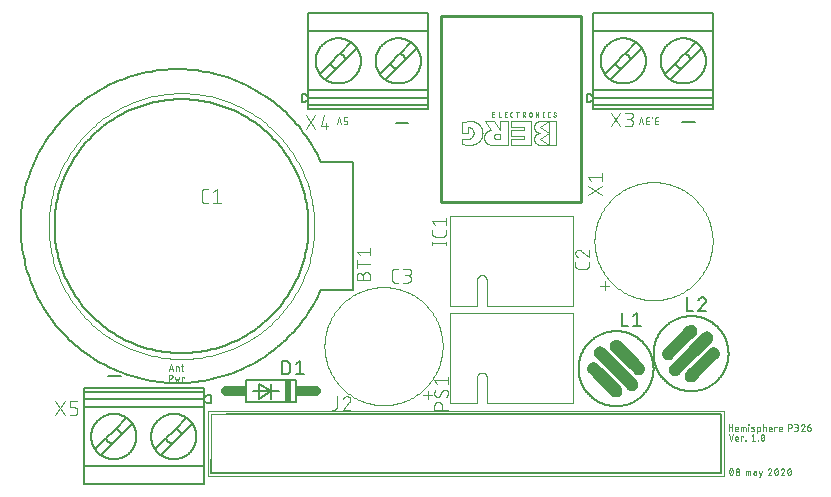
<source format=gto>
G04 EAGLE Gerber RS-274X export*
G75*
%MOMM*%
%FSLAX34Y34*%
%LPD*%
%INTop Silkscreen*%
%IPPOS*%
%AMOC8*
5,1,8,0,0,1.08239X$1,22.5*%
G01*
%ADD10C,0.050800*%
%ADD11C,0.152400*%
%ADD12C,0.050000*%
%ADD13C,0.100000*%
%ADD14C,0.200000*%
%ADD15C,0.101600*%
%ADD16C,0.254000*%
%ADD17C,0.025400*%
%ADD18C,0.100081*%
%ADD19C,0.850000*%
%ADD20R,0.508000X1.870000*%
%ADD21R,0.635000X0.850000*%
%ADD22C,0.127000*%
%ADD23C,0.812800*%
%ADD24C,0.120000*%
%ADD25C,0.203200*%


D10*
X129449Y99863D02*
X131312Y105451D01*
X133174Y99863D01*
X132709Y101260D02*
X129915Y101260D01*
X135374Y99863D02*
X135374Y103589D01*
X136926Y103589D01*
X136926Y103588D02*
X136984Y103586D01*
X137043Y103581D01*
X137100Y103572D01*
X137158Y103559D01*
X137214Y103542D01*
X137269Y103523D01*
X137322Y103499D01*
X137375Y103473D01*
X137425Y103443D01*
X137473Y103410D01*
X137519Y103374D01*
X137563Y103336D01*
X137605Y103294D01*
X137643Y103250D01*
X137679Y103204D01*
X137712Y103156D01*
X137742Y103106D01*
X137768Y103053D01*
X137792Y103000D01*
X137811Y102945D01*
X137828Y102889D01*
X137841Y102831D01*
X137850Y102774D01*
X137855Y102715D01*
X137857Y102657D01*
X137857Y99863D01*
X139845Y103589D02*
X141708Y103589D01*
X140466Y105451D02*
X140466Y100795D01*
X140468Y100737D01*
X140473Y100678D01*
X140482Y100621D01*
X140495Y100563D01*
X140512Y100507D01*
X140531Y100452D01*
X140555Y100399D01*
X140581Y100346D01*
X140611Y100296D01*
X140644Y100248D01*
X140680Y100202D01*
X140718Y100158D01*
X140760Y100116D01*
X140804Y100078D01*
X140850Y100042D01*
X140898Y100009D01*
X140949Y99979D01*
X141001Y99953D01*
X141054Y99929D01*
X141109Y99910D01*
X141165Y99893D01*
X141223Y99880D01*
X141280Y99871D01*
X141339Y99866D01*
X141397Y99864D01*
X141397Y99863D02*
X141708Y99863D01*
X129449Y96307D02*
X129449Y90719D01*
X129449Y96307D02*
X131001Y96307D01*
X131078Y96305D01*
X131156Y96299D01*
X131232Y96290D01*
X131309Y96276D01*
X131384Y96259D01*
X131458Y96238D01*
X131532Y96213D01*
X131604Y96185D01*
X131674Y96153D01*
X131743Y96118D01*
X131810Y96079D01*
X131875Y96037D01*
X131938Y95992D01*
X131999Y95944D01*
X132057Y95893D01*
X132112Y95839D01*
X132165Y95782D01*
X132214Y95723D01*
X132261Y95661D01*
X132305Y95597D01*
X132345Y95531D01*
X132382Y95463D01*
X132416Y95393D01*
X132446Y95322D01*
X132472Y95249D01*
X132495Y95175D01*
X132514Y95100D01*
X132529Y95025D01*
X132541Y94948D01*
X132549Y94871D01*
X132553Y94794D01*
X132553Y94716D01*
X132549Y94639D01*
X132541Y94562D01*
X132529Y94485D01*
X132514Y94410D01*
X132495Y94335D01*
X132472Y94261D01*
X132446Y94188D01*
X132416Y94117D01*
X132382Y94047D01*
X132345Y93979D01*
X132305Y93913D01*
X132261Y93849D01*
X132214Y93787D01*
X132165Y93728D01*
X132112Y93671D01*
X132057Y93617D01*
X131999Y93566D01*
X131938Y93518D01*
X131875Y93473D01*
X131810Y93431D01*
X131743Y93392D01*
X131674Y93357D01*
X131604Y93325D01*
X131532Y93297D01*
X131458Y93272D01*
X131384Y93251D01*
X131309Y93234D01*
X131232Y93220D01*
X131156Y93211D01*
X131078Y93205D01*
X131001Y93203D01*
X129449Y93203D01*
X134542Y94445D02*
X135473Y90719D01*
X136405Y93203D01*
X137336Y90719D01*
X138267Y94445D01*
X140682Y94445D02*
X140682Y90719D01*
X140682Y94445D02*
X142545Y94445D01*
X142545Y93824D01*
D11*
X88785Y95561D02*
X77948Y95561D01*
X564187Y310103D02*
X575024Y310103D01*
X332211Y309148D02*
X321374Y309148D01*
D10*
X542382Y314287D02*
X543935Y314287D01*
X542382Y314286D02*
X542305Y314284D01*
X542227Y314278D01*
X542151Y314269D01*
X542074Y314255D01*
X541999Y314238D01*
X541925Y314217D01*
X541851Y314192D01*
X541779Y314164D01*
X541709Y314132D01*
X541640Y314097D01*
X541573Y314058D01*
X541508Y314016D01*
X541445Y313971D01*
X541384Y313923D01*
X541326Y313872D01*
X541271Y313818D01*
X541218Y313761D01*
X541169Y313702D01*
X541122Y313640D01*
X541078Y313576D01*
X541038Y313510D01*
X541001Y313442D01*
X540967Y313372D01*
X540937Y313301D01*
X540911Y313228D01*
X540888Y313154D01*
X540869Y313079D01*
X540854Y313004D01*
X540842Y312927D01*
X540834Y312850D01*
X540830Y312773D01*
X540830Y312695D01*
X540834Y312618D01*
X540842Y312541D01*
X540854Y312464D01*
X540869Y312389D01*
X540888Y312314D01*
X540911Y312240D01*
X540937Y312167D01*
X540967Y312096D01*
X541001Y312026D01*
X541038Y311958D01*
X541078Y311892D01*
X541122Y311828D01*
X541169Y311766D01*
X541218Y311707D01*
X541271Y311650D01*
X541326Y311596D01*
X541384Y311545D01*
X541445Y311497D01*
X541508Y311452D01*
X541573Y311410D01*
X541640Y311371D01*
X541709Y311336D01*
X541779Y311304D01*
X541851Y311276D01*
X541925Y311251D01*
X541999Y311230D01*
X542074Y311213D01*
X542151Y311199D01*
X542227Y311190D01*
X542305Y311184D01*
X542382Y311182D01*
X542072Y308699D02*
X543935Y308699D01*
X542072Y308698D02*
X542002Y308700D01*
X541933Y308706D01*
X541864Y308716D01*
X541796Y308729D01*
X541728Y308747D01*
X541662Y308768D01*
X541597Y308793D01*
X541533Y308821D01*
X541471Y308853D01*
X541411Y308888D01*
X541353Y308927D01*
X541298Y308969D01*
X541244Y309014D01*
X541194Y309062D01*
X541146Y309112D01*
X541101Y309166D01*
X541059Y309221D01*
X541020Y309279D01*
X540985Y309339D01*
X540953Y309401D01*
X540925Y309465D01*
X540900Y309530D01*
X540879Y309596D01*
X540861Y309664D01*
X540848Y309732D01*
X540838Y309801D01*
X540832Y309870D01*
X540830Y309940D01*
X540832Y310010D01*
X540838Y310079D01*
X540848Y310148D01*
X540861Y310216D01*
X540879Y310284D01*
X540900Y310350D01*
X540925Y310415D01*
X540953Y310479D01*
X540985Y310541D01*
X541020Y310601D01*
X541059Y310659D01*
X541101Y310714D01*
X541146Y310768D01*
X541194Y310818D01*
X541244Y310866D01*
X541298Y310911D01*
X541353Y310953D01*
X541411Y310992D01*
X541471Y311027D01*
X541533Y311059D01*
X541597Y311087D01*
X541662Y311112D01*
X541728Y311133D01*
X541796Y311151D01*
X541864Y311164D01*
X541933Y311174D01*
X542002Y311180D01*
X542072Y311182D01*
X543314Y311182D01*
X538697Y313976D02*
X538697Y314287D01*
X538697Y313976D02*
X538387Y313976D01*
X538387Y314287D01*
X538697Y314287D01*
X536254Y314287D02*
X534702Y314287D01*
X534702Y314286D02*
X534625Y314284D01*
X534547Y314278D01*
X534471Y314269D01*
X534394Y314255D01*
X534319Y314238D01*
X534245Y314217D01*
X534171Y314192D01*
X534099Y314164D01*
X534029Y314132D01*
X533960Y314097D01*
X533893Y314058D01*
X533828Y314016D01*
X533765Y313971D01*
X533704Y313923D01*
X533646Y313872D01*
X533591Y313818D01*
X533538Y313761D01*
X533489Y313702D01*
X533442Y313640D01*
X533398Y313576D01*
X533358Y313510D01*
X533321Y313442D01*
X533287Y313372D01*
X533257Y313301D01*
X533231Y313228D01*
X533208Y313154D01*
X533189Y313079D01*
X533174Y313004D01*
X533162Y312927D01*
X533154Y312850D01*
X533150Y312773D01*
X533150Y312695D01*
X533154Y312618D01*
X533162Y312541D01*
X533174Y312464D01*
X533189Y312389D01*
X533208Y312314D01*
X533231Y312240D01*
X533257Y312167D01*
X533287Y312096D01*
X533321Y312026D01*
X533358Y311958D01*
X533398Y311892D01*
X533442Y311828D01*
X533489Y311766D01*
X533538Y311707D01*
X533591Y311650D01*
X533646Y311596D01*
X533704Y311545D01*
X533765Y311497D01*
X533828Y311452D01*
X533893Y311410D01*
X533960Y311371D01*
X534029Y311336D01*
X534099Y311304D01*
X534171Y311276D01*
X534245Y311251D01*
X534319Y311230D01*
X534394Y311213D01*
X534471Y311199D01*
X534547Y311190D01*
X534625Y311184D01*
X534702Y311182D01*
X534391Y308699D02*
X536254Y308699D01*
X534391Y308698D02*
X534321Y308700D01*
X534252Y308706D01*
X534183Y308716D01*
X534115Y308729D01*
X534047Y308747D01*
X533981Y308768D01*
X533916Y308793D01*
X533852Y308821D01*
X533790Y308853D01*
X533730Y308888D01*
X533672Y308927D01*
X533617Y308969D01*
X533563Y309014D01*
X533513Y309062D01*
X533465Y309112D01*
X533420Y309166D01*
X533378Y309221D01*
X533339Y309279D01*
X533304Y309339D01*
X533272Y309401D01*
X533244Y309465D01*
X533219Y309530D01*
X533198Y309596D01*
X533180Y309664D01*
X533167Y309732D01*
X533157Y309801D01*
X533151Y309870D01*
X533149Y309940D01*
X533151Y310010D01*
X533157Y310079D01*
X533167Y310148D01*
X533180Y310216D01*
X533198Y310284D01*
X533219Y310350D01*
X533244Y310415D01*
X533272Y310479D01*
X533304Y310541D01*
X533339Y310601D01*
X533378Y310659D01*
X533420Y310714D01*
X533465Y310768D01*
X533513Y310818D01*
X533563Y310866D01*
X533617Y310911D01*
X533672Y310953D01*
X533730Y310992D01*
X533790Y311027D01*
X533852Y311059D01*
X533916Y311087D01*
X533981Y311112D01*
X534047Y311133D01*
X534115Y311151D01*
X534183Y311164D01*
X534252Y311174D01*
X534321Y311180D01*
X534391Y311182D01*
X535633Y311182D01*
X531078Y308699D02*
X529215Y314287D01*
X527353Y308699D01*
X280387Y314684D02*
X278524Y314684D01*
X278454Y314682D01*
X278385Y314676D01*
X278316Y314666D01*
X278248Y314653D01*
X278180Y314635D01*
X278114Y314614D01*
X278049Y314589D01*
X277985Y314561D01*
X277923Y314529D01*
X277863Y314494D01*
X277805Y314455D01*
X277750Y314413D01*
X277696Y314368D01*
X277646Y314320D01*
X277598Y314270D01*
X277553Y314216D01*
X277511Y314161D01*
X277472Y314103D01*
X277437Y314043D01*
X277405Y313981D01*
X277377Y313917D01*
X277352Y313852D01*
X277331Y313786D01*
X277313Y313718D01*
X277300Y313650D01*
X277290Y313581D01*
X277284Y313512D01*
X277282Y313442D01*
X277282Y312822D01*
X277284Y312752D01*
X277290Y312683D01*
X277300Y312614D01*
X277313Y312546D01*
X277331Y312478D01*
X277352Y312412D01*
X277377Y312347D01*
X277405Y312283D01*
X277437Y312221D01*
X277472Y312161D01*
X277511Y312103D01*
X277553Y312048D01*
X277598Y311994D01*
X277646Y311944D01*
X277696Y311896D01*
X277750Y311851D01*
X277805Y311809D01*
X277863Y311770D01*
X277923Y311735D01*
X277985Y311703D01*
X278049Y311675D01*
X278114Y311650D01*
X278180Y311629D01*
X278248Y311611D01*
X278316Y311598D01*
X278385Y311588D01*
X278454Y311582D01*
X278524Y311580D01*
X280387Y311580D01*
X280387Y309096D01*
X277282Y309096D01*
X275211Y309096D02*
X273348Y314684D01*
X271486Y309096D01*
X603240Y54420D02*
X603240Y48832D01*
X603240Y51936D02*
X606344Y51936D01*
X606344Y54420D02*
X606344Y48832D01*
X609785Y48832D02*
X611337Y48832D01*
X609785Y48832D02*
X609727Y48834D01*
X609668Y48839D01*
X609611Y48848D01*
X609553Y48861D01*
X609497Y48878D01*
X609442Y48897D01*
X609389Y48921D01*
X609336Y48947D01*
X609286Y48977D01*
X609238Y49010D01*
X609192Y49046D01*
X609148Y49084D01*
X609106Y49126D01*
X609068Y49170D01*
X609032Y49216D01*
X608999Y49264D01*
X608969Y49314D01*
X608943Y49367D01*
X608919Y49420D01*
X608900Y49475D01*
X608883Y49531D01*
X608870Y49589D01*
X608861Y49646D01*
X608856Y49705D01*
X608854Y49763D01*
X608854Y51315D01*
X608853Y51315D02*
X608855Y51385D01*
X608861Y51454D01*
X608871Y51523D01*
X608884Y51591D01*
X608902Y51659D01*
X608923Y51725D01*
X608948Y51790D01*
X608976Y51854D01*
X609008Y51916D01*
X609043Y51976D01*
X609082Y52034D01*
X609124Y52089D01*
X609169Y52143D01*
X609217Y52193D01*
X609267Y52241D01*
X609321Y52286D01*
X609376Y52328D01*
X609434Y52367D01*
X609494Y52402D01*
X609556Y52434D01*
X609620Y52462D01*
X609685Y52487D01*
X609751Y52508D01*
X609819Y52526D01*
X609887Y52539D01*
X609956Y52549D01*
X610025Y52555D01*
X610095Y52557D01*
X610165Y52555D01*
X610234Y52549D01*
X610303Y52539D01*
X610371Y52526D01*
X610439Y52508D01*
X610505Y52487D01*
X610570Y52462D01*
X610634Y52434D01*
X610696Y52402D01*
X610756Y52367D01*
X610814Y52328D01*
X610869Y52286D01*
X610923Y52241D01*
X610973Y52193D01*
X611021Y52143D01*
X611066Y52089D01*
X611108Y52034D01*
X611147Y51976D01*
X611182Y51916D01*
X611214Y51854D01*
X611242Y51790D01*
X611267Y51725D01*
X611288Y51659D01*
X611306Y51591D01*
X611319Y51523D01*
X611329Y51454D01*
X611335Y51385D01*
X611337Y51315D01*
X611337Y50695D01*
X608854Y50695D01*
X613902Y48832D02*
X613902Y52557D01*
X616696Y52557D01*
X616754Y52555D01*
X616813Y52550D01*
X616870Y52541D01*
X616928Y52528D01*
X616984Y52511D01*
X617039Y52492D01*
X617092Y52468D01*
X617145Y52442D01*
X617195Y52412D01*
X617243Y52379D01*
X617289Y52343D01*
X617333Y52305D01*
X617375Y52263D01*
X617413Y52219D01*
X617449Y52173D01*
X617482Y52125D01*
X617512Y52075D01*
X617538Y52022D01*
X617562Y51969D01*
X617581Y51914D01*
X617598Y51858D01*
X617611Y51800D01*
X617620Y51743D01*
X617625Y51684D01*
X617627Y51626D01*
X617627Y48832D01*
X615765Y48832D02*
X615765Y52557D01*
X620154Y52557D02*
X620154Y48832D01*
X619998Y54109D02*
X619998Y54420D01*
X620309Y54420D01*
X620309Y54109D01*
X619998Y54109D01*
X622852Y51005D02*
X624404Y50384D01*
X622852Y51005D02*
X622801Y51027D01*
X622752Y51053D01*
X622704Y51082D01*
X622659Y51115D01*
X622616Y51151D01*
X622575Y51189D01*
X622538Y51231D01*
X622503Y51274D01*
X622471Y51320D01*
X622443Y51369D01*
X622418Y51419D01*
X622397Y51470D01*
X622379Y51523D01*
X622365Y51577D01*
X622355Y51632D01*
X622349Y51688D01*
X622346Y51743D01*
X622347Y51799D01*
X622353Y51855D01*
X622362Y51910D01*
X622374Y51964D01*
X622391Y52018D01*
X622411Y52070D01*
X622435Y52120D01*
X622462Y52169D01*
X622493Y52216D01*
X622527Y52260D01*
X622563Y52302D01*
X622603Y52342D01*
X622645Y52378D01*
X622690Y52412D01*
X622737Y52442D01*
X622785Y52469D01*
X622836Y52493D01*
X622888Y52513D01*
X622942Y52529D01*
X622996Y52542D01*
X623051Y52551D01*
X623107Y52556D01*
X623163Y52557D01*
X623162Y52558D02*
X623273Y52554D01*
X623384Y52548D01*
X623494Y52537D01*
X623604Y52523D01*
X623714Y52506D01*
X623823Y52486D01*
X623931Y52462D01*
X624038Y52434D01*
X624145Y52403D01*
X624250Y52369D01*
X624355Y52332D01*
X624458Y52291D01*
X624560Y52247D01*
X624405Y50384D02*
X624456Y50362D01*
X624505Y50336D01*
X624553Y50307D01*
X624598Y50274D01*
X624641Y50238D01*
X624682Y50200D01*
X624719Y50158D01*
X624754Y50115D01*
X624786Y50069D01*
X624814Y50020D01*
X624839Y49970D01*
X624860Y49919D01*
X624878Y49866D01*
X624892Y49812D01*
X624902Y49757D01*
X624908Y49701D01*
X624911Y49646D01*
X624910Y49590D01*
X624904Y49534D01*
X624895Y49479D01*
X624883Y49425D01*
X624866Y49371D01*
X624846Y49319D01*
X624822Y49269D01*
X624795Y49220D01*
X624764Y49173D01*
X624730Y49129D01*
X624694Y49087D01*
X624654Y49047D01*
X624612Y49011D01*
X624567Y48977D01*
X624520Y48947D01*
X624472Y48920D01*
X624421Y48896D01*
X624369Y48876D01*
X624315Y48860D01*
X624261Y48847D01*
X624206Y48838D01*
X624150Y48833D01*
X624094Y48832D01*
X623960Y48835D01*
X623826Y48842D01*
X623692Y48853D01*
X623559Y48866D01*
X623426Y48884D01*
X623293Y48904D01*
X623161Y48928D01*
X623030Y48956D01*
X622899Y48986D01*
X622770Y49020D01*
X622641Y49058D01*
X622513Y49098D01*
X622386Y49142D01*
X627353Y46969D02*
X627353Y52557D01*
X628905Y52557D01*
X628963Y52555D01*
X629022Y52550D01*
X629079Y52541D01*
X629137Y52528D01*
X629193Y52511D01*
X629248Y52492D01*
X629301Y52468D01*
X629354Y52442D01*
X629404Y52412D01*
X629452Y52379D01*
X629498Y52343D01*
X629542Y52305D01*
X629584Y52263D01*
X629622Y52219D01*
X629658Y52173D01*
X629691Y52125D01*
X629721Y52075D01*
X629747Y52022D01*
X629771Y51969D01*
X629790Y51914D01*
X629807Y51858D01*
X629820Y51800D01*
X629829Y51743D01*
X629834Y51684D01*
X629836Y51626D01*
X629837Y51626D02*
X629837Y49763D01*
X629836Y49763D02*
X629834Y49705D01*
X629829Y49646D01*
X629820Y49589D01*
X629807Y49531D01*
X629790Y49475D01*
X629771Y49420D01*
X629747Y49367D01*
X629721Y49314D01*
X629691Y49264D01*
X629658Y49216D01*
X629622Y49170D01*
X629584Y49126D01*
X629542Y49084D01*
X629498Y49046D01*
X629452Y49010D01*
X629404Y48977D01*
X629354Y48947D01*
X629301Y48921D01*
X629248Y48897D01*
X629193Y48878D01*
X629137Y48861D01*
X629079Y48848D01*
X629022Y48839D01*
X628963Y48834D01*
X628905Y48832D01*
X627353Y48832D01*
X632262Y48832D02*
X632262Y54420D01*
X632262Y52557D02*
X633814Y52557D01*
X633872Y52555D01*
X633931Y52550D01*
X633988Y52541D01*
X634046Y52528D01*
X634102Y52511D01*
X634157Y52492D01*
X634210Y52468D01*
X634263Y52442D01*
X634313Y52412D01*
X634361Y52379D01*
X634407Y52343D01*
X634451Y52305D01*
X634493Y52263D01*
X634531Y52219D01*
X634567Y52173D01*
X634600Y52125D01*
X634630Y52075D01*
X634656Y52022D01*
X634680Y51969D01*
X634699Y51914D01*
X634716Y51858D01*
X634729Y51800D01*
X634738Y51743D01*
X634743Y51684D01*
X634745Y51626D01*
X634746Y51626D02*
X634746Y48832D01*
X638131Y48832D02*
X639683Y48832D01*
X638131Y48832D02*
X638073Y48834D01*
X638014Y48839D01*
X637957Y48848D01*
X637899Y48861D01*
X637843Y48878D01*
X637788Y48897D01*
X637735Y48921D01*
X637682Y48947D01*
X637632Y48977D01*
X637584Y49010D01*
X637538Y49046D01*
X637494Y49084D01*
X637452Y49126D01*
X637414Y49170D01*
X637378Y49216D01*
X637345Y49264D01*
X637315Y49314D01*
X637289Y49367D01*
X637265Y49420D01*
X637246Y49475D01*
X637229Y49531D01*
X637216Y49589D01*
X637207Y49646D01*
X637202Y49705D01*
X637200Y49763D01*
X637200Y51315D01*
X637202Y51385D01*
X637208Y51454D01*
X637218Y51523D01*
X637231Y51591D01*
X637249Y51659D01*
X637270Y51725D01*
X637295Y51790D01*
X637323Y51854D01*
X637355Y51916D01*
X637390Y51976D01*
X637429Y52034D01*
X637471Y52089D01*
X637516Y52143D01*
X637564Y52193D01*
X637614Y52241D01*
X637668Y52286D01*
X637723Y52328D01*
X637781Y52367D01*
X637841Y52402D01*
X637903Y52434D01*
X637967Y52462D01*
X638032Y52487D01*
X638098Y52508D01*
X638166Y52526D01*
X638234Y52539D01*
X638303Y52549D01*
X638372Y52555D01*
X638442Y52557D01*
X638512Y52555D01*
X638581Y52549D01*
X638650Y52539D01*
X638718Y52526D01*
X638786Y52508D01*
X638852Y52487D01*
X638917Y52462D01*
X638981Y52434D01*
X639043Y52402D01*
X639103Y52367D01*
X639161Y52328D01*
X639216Y52286D01*
X639270Y52241D01*
X639320Y52193D01*
X639368Y52143D01*
X639413Y52089D01*
X639455Y52034D01*
X639494Y51976D01*
X639529Y51916D01*
X639561Y51854D01*
X639589Y51790D01*
X639614Y51725D01*
X639635Y51659D01*
X639653Y51591D01*
X639666Y51523D01*
X639676Y51454D01*
X639682Y51385D01*
X639684Y51315D01*
X639683Y51315D02*
X639683Y50695D01*
X637200Y50695D01*
X642170Y48832D02*
X642170Y52557D01*
X644033Y52557D01*
X644033Y51936D01*
X646726Y48832D02*
X648279Y48832D01*
X646726Y48832D02*
X646668Y48834D01*
X646609Y48839D01*
X646552Y48848D01*
X646494Y48861D01*
X646438Y48878D01*
X646383Y48897D01*
X646330Y48921D01*
X646277Y48947D01*
X646227Y48977D01*
X646179Y49010D01*
X646133Y49046D01*
X646089Y49084D01*
X646047Y49126D01*
X646009Y49170D01*
X645973Y49216D01*
X645940Y49264D01*
X645910Y49314D01*
X645884Y49367D01*
X645860Y49420D01*
X645841Y49475D01*
X645824Y49531D01*
X645811Y49589D01*
X645802Y49646D01*
X645797Y49705D01*
X645795Y49763D01*
X645795Y51315D01*
X645797Y51385D01*
X645803Y51454D01*
X645813Y51523D01*
X645826Y51591D01*
X645844Y51659D01*
X645865Y51725D01*
X645890Y51790D01*
X645918Y51854D01*
X645950Y51916D01*
X645985Y51976D01*
X646024Y52034D01*
X646066Y52089D01*
X646111Y52143D01*
X646159Y52193D01*
X646209Y52241D01*
X646263Y52286D01*
X646318Y52328D01*
X646376Y52367D01*
X646436Y52402D01*
X646498Y52434D01*
X646562Y52462D01*
X646627Y52487D01*
X646693Y52508D01*
X646761Y52526D01*
X646829Y52539D01*
X646898Y52549D01*
X646967Y52555D01*
X647037Y52557D01*
X647107Y52555D01*
X647176Y52549D01*
X647245Y52539D01*
X647313Y52526D01*
X647381Y52508D01*
X647447Y52487D01*
X647512Y52462D01*
X647576Y52434D01*
X647638Y52402D01*
X647698Y52367D01*
X647756Y52328D01*
X647811Y52286D01*
X647865Y52241D01*
X647915Y52193D01*
X647963Y52143D01*
X648008Y52089D01*
X648050Y52034D01*
X648089Y51976D01*
X648124Y51916D01*
X648156Y51854D01*
X648184Y51790D01*
X648209Y51725D01*
X648230Y51659D01*
X648248Y51591D01*
X648261Y51523D01*
X648271Y51454D01*
X648277Y51385D01*
X648279Y51315D01*
X648279Y50695D01*
X645795Y50695D01*
X653797Y48832D02*
X653797Y54420D01*
X655349Y54420D01*
X655426Y54418D01*
X655504Y54412D01*
X655580Y54403D01*
X655657Y54389D01*
X655732Y54372D01*
X655806Y54351D01*
X655880Y54326D01*
X655952Y54298D01*
X656022Y54266D01*
X656091Y54231D01*
X656158Y54192D01*
X656223Y54150D01*
X656286Y54105D01*
X656347Y54057D01*
X656405Y54006D01*
X656460Y53952D01*
X656513Y53895D01*
X656562Y53836D01*
X656609Y53774D01*
X656653Y53710D01*
X656693Y53644D01*
X656730Y53576D01*
X656764Y53506D01*
X656794Y53435D01*
X656820Y53362D01*
X656843Y53288D01*
X656862Y53213D01*
X656877Y53138D01*
X656889Y53061D01*
X656897Y52984D01*
X656901Y52907D01*
X656901Y52829D01*
X656897Y52752D01*
X656889Y52675D01*
X656877Y52598D01*
X656862Y52523D01*
X656843Y52448D01*
X656820Y52374D01*
X656794Y52301D01*
X656764Y52230D01*
X656730Y52160D01*
X656693Y52092D01*
X656653Y52026D01*
X656609Y51962D01*
X656562Y51900D01*
X656513Y51841D01*
X656460Y51784D01*
X656405Y51730D01*
X656347Y51679D01*
X656286Y51631D01*
X656223Y51586D01*
X656158Y51544D01*
X656091Y51505D01*
X656022Y51470D01*
X655952Y51438D01*
X655880Y51410D01*
X655806Y51385D01*
X655732Y51364D01*
X655657Y51347D01*
X655580Y51333D01*
X655504Y51324D01*
X655426Y51318D01*
X655349Y51316D01*
X655349Y51315D02*
X653797Y51315D01*
X659018Y48832D02*
X660570Y48832D01*
X660647Y48834D01*
X660725Y48840D01*
X660801Y48849D01*
X660878Y48863D01*
X660953Y48880D01*
X661027Y48901D01*
X661101Y48926D01*
X661173Y48954D01*
X661243Y48986D01*
X661312Y49021D01*
X661379Y49060D01*
X661444Y49102D01*
X661507Y49147D01*
X661568Y49195D01*
X661626Y49246D01*
X661681Y49300D01*
X661734Y49357D01*
X661783Y49416D01*
X661830Y49478D01*
X661874Y49542D01*
X661914Y49608D01*
X661951Y49676D01*
X661985Y49746D01*
X662015Y49817D01*
X662041Y49890D01*
X662064Y49964D01*
X662083Y50039D01*
X662098Y50114D01*
X662110Y50191D01*
X662118Y50268D01*
X662122Y50345D01*
X662122Y50423D01*
X662118Y50500D01*
X662110Y50577D01*
X662098Y50654D01*
X662083Y50729D01*
X662064Y50804D01*
X662041Y50878D01*
X662015Y50951D01*
X661985Y51022D01*
X661951Y51092D01*
X661914Y51160D01*
X661874Y51226D01*
X661830Y51290D01*
X661783Y51352D01*
X661734Y51411D01*
X661681Y51468D01*
X661626Y51522D01*
X661568Y51573D01*
X661507Y51621D01*
X661444Y51666D01*
X661379Y51708D01*
X661312Y51747D01*
X661243Y51782D01*
X661173Y51814D01*
X661101Y51842D01*
X661027Y51867D01*
X660953Y51888D01*
X660878Y51905D01*
X660801Y51919D01*
X660725Y51928D01*
X660647Y51934D01*
X660570Y51936D01*
X660880Y54420D02*
X659018Y54420D01*
X660880Y54420D02*
X660950Y54418D01*
X661019Y54412D01*
X661088Y54402D01*
X661156Y54389D01*
X661224Y54371D01*
X661290Y54350D01*
X661355Y54325D01*
X661419Y54297D01*
X661481Y54265D01*
X661541Y54230D01*
X661599Y54191D01*
X661654Y54149D01*
X661708Y54104D01*
X661758Y54056D01*
X661806Y54006D01*
X661851Y53952D01*
X661893Y53897D01*
X661932Y53839D01*
X661967Y53779D01*
X661999Y53717D01*
X662027Y53653D01*
X662052Y53588D01*
X662073Y53522D01*
X662091Y53454D01*
X662104Y53386D01*
X662114Y53317D01*
X662120Y53248D01*
X662122Y53178D01*
X662120Y53108D01*
X662114Y53039D01*
X662104Y52970D01*
X662091Y52902D01*
X662073Y52834D01*
X662052Y52768D01*
X662027Y52703D01*
X661999Y52639D01*
X661967Y52577D01*
X661932Y52517D01*
X661893Y52459D01*
X661851Y52404D01*
X661806Y52350D01*
X661758Y52300D01*
X661708Y52252D01*
X661654Y52207D01*
X661599Y52165D01*
X661541Y52126D01*
X661481Y52091D01*
X661419Y52059D01*
X661355Y52031D01*
X661290Y52006D01*
X661224Y51985D01*
X661156Y51967D01*
X661088Y51954D01*
X661019Y51944D01*
X660950Y51938D01*
X660880Y51936D01*
X659638Y51936D01*
X666211Y54420D02*
X666284Y54418D01*
X666357Y54412D01*
X666430Y54403D01*
X666501Y54389D01*
X666573Y54372D01*
X666643Y54352D01*
X666712Y54327D01*
X666779Y54299D01*
X666845Y54268D01*
X666910Y54233D01*
X666972Y54195D01*
X667032Y54153D01*
X667090Y54109D01*
X667146Y54061D01*
X667199Y54011D01*
X667249Y53958D01*
X667297Y53902D01*
X667341Y53844D01*
X667383Y53784D01*
X667421Y53722D01*
X667456Y53657D01*
X667487Y53591D01*
X667515Y53524D01*
X667540Y53455D01*
X667560Y53385D01*
X667577Y53313D01*
X667591Y53242D01*
X667600Y53169D01*
X667606Y53096D01*
X667608Y53023D01*
X666211Y54420D02*
X666127Y54418D01*
X666044Y54412D01*
X665961Y54403D01*
X665879Y54389D01*
X665797Y54372D01*
X665716Y54350D01*
X665636Y54325D01*
X665558Y54297D01*
X665480Y54265D01*
X665405Y54229D01*
X665331Y54190D01*
X665259Y54147D01*
X665189Y54101D01*
X665122Y54052D01*
X665056Y53999D01*
X664994Y53944D01*
X664934Y53886D01*
X664876Y53825D01*
X664822Y53762D01*
X664770Y53696D01*
X664722Y53628D01*
X664677Y53557D01*
X664635Y53485D01*
X664597Y53410D01*
X664562Y53334D01*
X664531Y53257D01*
X664503Y53178D01*
X667142Y51937D02*
X667196Y51990D01*
X667247Y52047D01*
X667295Y52106D01*
X667340Y52167D01*
X667381Y52230D01*
X667420Y52296D01*
X667455Y52363D01*
X667487Y52432D01*
X667515Y52503D01*
X667539Y52574D01*
X667560Y52647D01*
X667577Y52721D01*
X667591Y52796D01*
X667600Y52871D01*
X667606Y52947D01*
X667608Y53023D01*
X667143Y51936D02*
X664504Y48832D01*
X667608Y48832D01*
X669990Y51936D02*
X671853Y51936D01*
X671853Y51937D02*
X671923Y51935D01*
X671992Y51929D01*
X672061Y51919D01*
X672129Y51906D01*
X672197Y51888D01*
X672263Y51867D01*
X672328Y51842D01*
X672392Y51814D01*
X672454Y51782D01*
X672514Y51747D01*
X672572Y51708D01*
X672627Y51666D01*
X672681Y51621D01*
X672731Y51573D01*
X672779Y51523D01*
X672824Y51469D01*
X672866Y51414D01*
X672905Y51356D01*
X672940Y51296D01*
X672972Y51234D01*
X673000Y51170D01*
X673025Y51105D01*
X673046Y51039D01*
X673064Y50971D01*
X673077Y50903D01*
X673087Y50834D01*
X673093Y50765D01*
X673095Y50695D01*
X673095Y50384D01*
X673093Y50307D01*
X673087Y50229D01*
X673078Y50153D01*
X673064Y50076D01*
X673047Y50001D01*
X673026Y49927D01*
X673001Y49853D01*
X672973Y49781D01*
X672941Y49711D01*
X672906Y49642D01*
X672867Y49575D01*
X672825Y49510D01*
X672780Y49447D01*
X672732Y49386D01*
X672681Y49328D01*
X672627Y49273D01*
X672570Y49220D01*
X672511Y49171D01*
X672449Y49124D01*
X672385Y49080D01*
X672319Y49040D01*
X672251Y49003D01*
X672181Y48969D01*
X672110Y48939D01*
X672037Y48913D01*
X671963Y48890D01*
X671888Y48871D01*
X671813Y48856D01*
X671736Y48844D01*
X671659Y48836D01*
X671582Y48832D01*
X671504Y48832D01*
X671427Y48836D01*
X671350Y48844D01*
X671273Y48856D01*
X671198Y48871D01*
X671123Y48890D01*
X671049Y48913D01*
X670976Y48939D01*
X670905Y48969D01*
X670835Y49003D01*
X670767Y49040D01*
X670701Y49080D01*
X670637Y49124D01*
X670575Y49171D01*
X670516Y49220D01*
X670459Y49273D01*
X670405Y49328D01*
X670354Y49386D01*
X670306Y49447D01*
X670261Y49510D01*
X670219Y49575D01*
X670180Y49642D01*
X670145Y49711D01*
X670113Y49781D01*
X670085Y49853D01*
X670060Y49927D01*
X670039Y50001D01*
X670022Y50076D01*
X670008Y50153D01*
X669999Y50229D01*
X669993Y50307D01*
X669991Y50384D01*
X669990Y50384D02*
X669990Y51936D01*
X669992Y52034D01*
X669998Y52131D01*
X670007Y52228D01*
X670021Y52325D01*
X670038Y52421D01*
X670059Y52516D01*
X670083Y52610D01*
X670112Y52704D01*
X670144Y52796D01*
X670179Y52887D01*
X670218Y52976D01*
X670261Y53064D01*
X670307Y53150D01*
X670356Y53234D01*
X670409Y53316D01*
X670464Y53396D01*
X670523Y53474D01*
X670585Y53549D01*
X670650Y53622D01*
X670718Y53692D01*
X670788Y53760D01*
X670861Y53825D01*
X670936Y53887D01*
X671014Y53946D01*
X671094Y54001D01*
X671176Y54054D01*
X671260Y54103D01*
X671346Y54149D01*
X671434Y54192D01*
X671523Y54231D01*
X671614Y54266D01*
X671706Y54298D01*
X671800Y54327D01*
X671894Y54351D01*
X671989Y54372D01*
X672085Y54389D01*
X672182Y54403D01*
X672279Y54412D01*
X672376Y54418D01*
X672474Y54420D01*
X605102Y40552D02*
X603240Y46140D01*
X606965Y46140D02*
X605102Y40552D01*
X609912Y40552D02*
X611465Y40552D01*
X609912Y40552D02*
X609854Y40554D01*
X609795Y40559D01*
X609738Y40568D01*
X609680Y40581D01*
X609624Y40598D01*
X609569Y40617D01*
X609516Y40641D01*
X609463Y40667D01*
X609413Y40697D01*
X609365Y40730D01*
X609319Y40766D01*
X609275Y40804D01*
X609233Y40846D01*
X609195Y40890D01*
X609159Y40936D01*
X609126Y40984D01*
X609096Y41034D01*
X609070Y41087D01*
X609046Y41140D01*
X609027Y41195D01*
X609010Y41251D01*
X608997Y41309D01*
X608988Y41366D01*
X608983Y41425D01*
X608981Y41483D01*
X608981Y43035D01*
X608983Y43105D01*
X608989Y43174D01*
X608999Y43243D01*
X609012Y43311D01*
X609030Y43379D01*
X609051Y43445D01*
X609076Y43510D01*
X609104Y43574D01*
X609136Y43636D01*
X609171Y43696D01*
X609210Y43754D01*
X609252Y43809D01*
X609297Y43863D01*
X609345Y43913D01*
X609395Y43961D01*
X609449Y44006D01*
X609504Y44048D01*
X609562Y44087D01*
X609622Y44122D01*
X609684Y44154D01*
X609748Y44182D01*
X609813Y44207D01*
X609879Y44228D01*
X609947Y44246D01*
X610015Y44259D01*
X610084Y44269D01*
X610153Y44275D01*
X610223Y44277D01*
X610293Y44275D01*
X610362Y44269D01*
X610431Y44259D01*
X610499Y44246D01*
X610567Y44228D01*
X610633Y44207D01*
X610698Y44182D01*
X610762Y44154D01*
X610824Y44122D01*
X610884Y44087D01*
X610942Y44048D01*
X610997Y44006D01*
X611051Y43961D01*
X611101Y43913D01*
X611149Y43863D01*
X611194Y43809D01*
X611236Y43754D01*
X611275Y43696D01*
X611310Y43636D01*
X611342Y43574D01*
X611370Y43510D01*
X611395Y43445D01*
X611416Y43379D01*
X611434Y43311D01*
X611447Y43243D01*
X611457Y43174D01*
X611463Y43105D01*
X611465Y43035D01*
X611465Y42414D01*
X608981Y42414D01*
X613951Y40552D02*
X613951Y44277D01*
X615814Y44277D01*
X615814Y43656D01*
X617383Y40862D02*
X617383Y40552D01*
X617383Y40862D02*
X617693Y40862D01*
X617693Y40552D01*
X617383Y40552D01*
X622752Y44898D02*
X624304Y46140D01*
X624304Y40552D01*
X622752Y40552D02*
X625857Y40552D01*
X627990Y40552D02*
X627990Y40862D01*
X628300Y40862D01*
X628300Y40552D01*
X627990Y40552D01*
X630433Y43346D02*
X630435Y43477D01*
X630440Y43607D01*
X630450Y43737D01*
X630463Y43867D01*
X630479Y43997D01*
X630499Y44126D01*
X630523Y44254D01*
X630551Y44381D01*
X630582Y44508D01*
X630617Y44634D01*
X630655Y44759D01*
X630697Y44883D01*
X630742Y45005D01*
X630791Y45126D01*
X630843Y45246D01*
X630899Y45364D01*
X630898Y45364D02*
X630921Y45424D01*
X630947Y45484D01*
X630976Y45541D01*
X631009Y45597D01*
X631045Y45651D01*
X631083Y45703D01*
X631125Y45753D01*
X631169Y45800D01*
X631216Y45845D01*
X631266Y45887D01*
X631317Y45926D01*
X631371Y45962D01*
X631427Y45995D01*
X631484Y46025D01*
X631543Y46052D01*
X631604Y46075D01*
X631665Y46095D01*
X631728Y46111D01*
X631792Y46124D01*
X631856Y46133D01*
X631920Y46138D01*
X631985Y46140D01*
X632050Y46138D01*
X632114Y46133D01*
X632178Y46124D01*
X632242Y46111D01*
X632305Y46095D01*
X632366Y46075D01*
X632427Y46052D01*
X632486Y46025D01*
X632543Y45995D01*
X632599Y45962D01*
X632653Y45926D01*
X632704Y45887D01*
X632754Y45845D01*
X632801Y45800D01*
X632845Y45753D01*
X632887Y45703D01*
X632925Y45651D01*
X632961Y45597D01*
X632994Y45541D01*
X633023Y45484D01*
X633049Y45424D01*
X633072Y45364D01*
X633128Y45246D01*
X633180Y45126D01*
X633229Y45005D01*
X633274Y44883D01*
X633316Y44759D01*
X633354Y44634D01*
X633389Y44508D01*
X633420Y44382D01*
X633448Y44254D01*
X633472Y44126D01*
X633492Y43997D01*
X633508Y43867D01*
X633521Y43737D01*
X633531Y43607D01*
X633536Y43477D01*
X633538Y43346D01*
X630433Y43346D02*
X630435Y43215D01*
X630440Y43085D01*
X630450Y42955D01*
X630463Y42825D01*
X630479Y42695D01*
X630499Y42566D01*
X630523Y42438D01*
X630551Y42311D01*
X630582Y42184D01*
X630617Y42058D01*
X630655Y41933D01*
X630697Y41809D01*
X630742Y41687D01*
X630791Y41566D01*
X630843Y41446D01*
X630899Y41328D01*
X630898Y41327D02*
X630921Y41267D01*
X630947Y41207D01*
X630976Y41150D01*
X631009Y41094D01*
X631045Y41040D01*
X631083Y40988D01*
X631125Y40938D01*
X631169Y40891D01*
X631216Y40846D01*
X631266Y40804D01*
X631317Y40765D01*
X631371Y40729D01*
X631427Y40696D01*
X631484Y40666D01*
X631543Y40639D01*
X631604Y40616D01*
X631665Y40596D01*
X631728Y40580D01*
X631792Y40567D01*
X631856Y40558D01*
X631920Y40553D01*
X631985Y40551D01*
X633072Y41328D02*
X633128Y41446D01*
X633180Y41566D01*
X633229Y41687D01*
X633274Y41809D01*
X633316Y41933D01*
X633354Y42058D01*
X633389Y42184D01*
X633420Y42310D01*
X633448Y42438D01*
X633472Y42566D01*
X633492Y42695D01*
X633508Y42825D01*
X633521Y42955D01*
X633531Y43085D01*
X633536Y43215D01*
X633538Y43346D01*
X633072Y41327D02*
X633049Y41267D01*
X633023Y41207D01*
X632994Y41150D01*
X632961Y41094D01*
X632925Y41040D01*
X632887Y40988D01*
X632845Y40938D01*
X632801Y40891D01*
X632754Y40846D01*
X632704Y40804D01*
X632653Y40765D01*
X632599Y40729D01*
X632543Y40696D01*
X632486Y40666D01*
X632427Y40639D01*
X632366Y40616D01*
X632305Y40596D01*
X632242Y40580D01*
X632178Y40567D01*
X632114Y40558D01*
X632050Y40553D01*
X631985Y40551D01*
X630744Y41793D02*
X633227Y44898D01*
X604258Y16382D02*
X604202Y16264D01*
X604150Y16144D01*
X604101Y16023D01*
X604056Y15901D01*
X604014Y15777D01*
X603976Y15652D01*
X603941Y15526D01*
X603910Y15399D01*
X603882Y15272D01*
X603858Y15144D01*
X603838Y15015D01*
X603822Y14885D01*
X603809Y14755D01*
X603799Y14625D01*
X603794Y14495D01*
X603792Y14364D01*
X604257Y16383D02*
X604280Y16443D01*
X604306Y16503D01*
X604335Y16560D01*
X604368Y16616D01*
X604404Y16670D01*
X604442Y16722D01*
X604484Y16772D01*
X604528Y16819D01*
X604575Y16864D01*
X604625Y16906D01*
X604676Y16945D01*
X604730Y16981D01*
X604786Y17014D01*
X604843Y17044D01*
X604902Y17071D01*
X604963Y17094D01*
X605024Y17114D01*
X605087Y17130D01*
X605151Y17143D01*
X605215Y17152D01*
X605279Y17157D01*
X605344Y17159D01*
X605409Y17157D01*
X605473Y17152D01*
X605537Y17143D01*
X605601Y17130D01*
X605664Y17114D01*
X605725Y17094D01*
X605786Y17071D01*
X605845Y17044D01*
X605902Y17014D01*
X605958Y16981D01*
X606012Y16945D01*
X606063Y16906D01*
X606113Y16864D01*
X606160Y16819D01*
X606204Y16772D01*
X606246Y16722D01*
X606284Y16670D01*
X606320Y16616D01*
X606353Y16560D01*
X606382Y16503D01*
X606408Y16443D01*
X606431Y16383D01*
X606430Y16382D02*
X606486Y16264D01*
X606538Y16144D01*
X606587Y16023D01*
X606632Y15901D01*
X606674Y15777D01*
X606712Y15652D01*
X606747Y15526D01*
X606778Y15400D01*
X606806Y15272D01*
X606830Y15144D01*
X606850Y15015D01*
X606866Y14885D01*
X606879Y14755D01*
X606889Y14625D01*
X606894Y14495D01*
X606896Y14364D01*
X603792Y14364D02*
X603794Y14233D01*
X603799Y14103D01*
X603809Y13973D01*
X603822Y13843D01*
X603838Y13713D01*
X603858Y13584D01*
X603882Y13456D01*
X603910Y13329D01*
X603941Y13202D01*
X603976Y13076D01*
X604014Y12951D01*
X604056Y12827D01*
X604101Y12705D01*
X604150Y12584D01*
X604202Y12464D01*
X604258Y12346D01*
X604257Y12346D02*
X604280Y12286D01*
X604306Y12226D01*
X604335Y12169D01*
X604368Y12113D01*
X604404Y12059D01*
X604442Y12007D01*
X604484Y11957D01*
X604528Y11910D01*
X604575Y11865D01*
X604625Y11823D01*
X604676Y11784D01*
X604730Y11748D01*
X604786Y11715D01*
X604843Y11685D01*
X604902Y11658D01*
X604963Y11635D01*
X605024Y11615D01*
X605087Y11599D01*
X605151Y11586D01*
X605215Y11577D01*
X605279Y11572D01*
X605344Y11570D01*
X606430Y12346D02*
X606486Y12464D01*
X606538Y12584D01*
X606587Y12705D01*
X606632Y12827D01*
X606674Y12951D01*
X606712Y13076D01*
X606747Y13202D01*
X606778Y13328D01*
X606806Y13456D01*
X606830Y13584D01*
X606850Y13713D01*
X606866Y13843D01*
X606879Y13973D01*
X606889Y14103D01*
X606894Y14233D01*
X606896Y14364D01*
X606431Y12346D02*
X606408Y12286D01*
X606382Y12226D01*
X606353Y12169D01*
X606320Y12113D01*
X606284Y12059D01*
X606246Y12007D01*
X606204Y11957D01*
X606160Y11910D01*
X606113Y11865D01*
X606063Y11823D01*
X606012Y11784D01*
X605958Y11748D01*
X605902Y11715D01*
X605845Y11685D01*
X605786Y11658D01*
X605725Y11635D01*
X605664Y11615D01*
X605601Y11599D01*
X605537Y11586D01*
X605473Y11577D01*
X605409Y11572D01*
X605344Y11570D01*
X604102Y12812D02*
X606586Y15917D01*
X609278Y13123D02*
X609280Y13200D01*
X609286Y13278D01*
X609295Y13354D01*
X609309Y13431D01*
X609326Y13506D01*
X609347Y13580D01*
X609372Y13654D01*
X609400Y13726D01*
X609432Y13796D01*
X609467Y13865D01*
X609506Y13932D01*
X609548Y13997D01*
X609593Y14060D01*
X609641Y14121D01*
X609692Y14179D01*
X609746Y14234D01*
X609803Y14287D01*
X609862Y14336D01*
X609924Y14383D01*
X609988Y14427D01*
X610054Y14467D01*
X610122Y14504D01*
X610192Y14538D01*
X610263Y14568D01*
X610336Y14594D01*
X610410Y14617D01*
X610485Y14636D01*
X610560Y14651D01*
X610637Y14663D01*
X610714Y14671D01*
X610791Y14675D01*
X610869Y14675D01*
X610946Y14671D01*
X611023Y14663D01*
X611100Y14651D01*
X611175Y14636D01*
X611250Y14617D01*
X611324Y14594D01*
X611397Y14568D01*
X611468Y14538D01*
X611538Y14504D01*
X611606Y14467D01*
X611672Y14427D01*
X611736Y14383D01*
X611798Y14336D01*
X611857Y14287D01*
X611914Y14234D01*
X611968Y14179D01*
X612019Y14121D01*
X612067Y14060D01*
X612112Y13997D01*
X612154Y13932D01*
X612193Y13865D01*
X612228Y13796D01*
X612260Y13726D01*
X612288Y13654D01*
X612313Y13580D01*
X612334Y13506D01*
X612351Y13431D01*
X612365Y13354D01*
X612374Y13278D01*
X612380Y13200D01*
X612382Y13123D01*
X612380Y13046D01*
X612374Y12968D01*
X612365Y12892D01*
X612351Y12815D01*
X612334Y12740D01*
X612313Y12666D01*
X612288Y12592D01*
X612260Y12520D01*
X612228Y12450D01*
X612193Y12381D01*
X612154Y12314D01*
X612112Y12249D01*
X612067Y12186D01*
X612019Y12125D01*
X611968Y12067D01*
X611914Y12012D01*
X611857Y11959D01*
X611798Y11910D01*
X611736Y11863D01*
X611672Y11819D01*
X611606Y11779D01*
X611538Y11742D01*
X611468Y11708D01*
X611397Y11678D01*
X611324Y11652D01*
X611250Y11629D01*
X611175Y11610D01*
X611100Y11595D01*
X611023Y11583D01*
X610946Y11575D01*
X610869Y11571D01*
X610791Y11571D01*
X610714Y11575D01*
X610637Y11583D01*
X610560Y11595D01*
X610485Y11610D01*
X610410Y11629D01*
X610336Y11652D01*
X610263Y11678D01*
X610192Y11708D01*
X610122Y11742D01*
X610054Y11779D01*
X609988Y11819D01*
X609924Y11863D01*
X609862Y11910D01*
X609803Y11959D01*
X609746Y12012D01*
X609692Y12067D01*
X609641Y12125D01*
X609593Y12186D01*
X609548Y12249D01*
X609506Y12314D01*
X609467Y12381D01*
X609432Y12450D01*
X609400Y12520D01*
X609372Y12592D01*
X609347Y12666D01*
X609326Y12740D01*
X609309Y12815D01*
X609295Y12892D01*
X609286Y12968D01*
X609280Y13046D01*
X609278Y13123D01*
X609588Y15917D02*
X609590Y15987D01*
X609596Y16056D01*
X609606Y16125D01*
X609619Y16193D01*
X609637Y16261D01*
X609658Y16327D01*
X609683Y16392D01*
X609711Y16456D01*
X609743Y16518D01*
X609778Y16578D01*
X609817Y16636D01*
X609859Y16691D01*
X609904Y16745D01*
X609952Y16795D01*
X610002Y16843D01*
X610056Y16888D01*
X610111Y16930D01*
X610169Y16969D01*
X610229Y17004D01*
X610291Y17036D01*
X610355Y17064D01*
X610420Y17089D01*
X610486Y17110D01*
X610554Y17128D01*
X610622Y17141D01*
X610691Y17151D01*
X610760Y17157D01*
X610830Y17159D01*
X610900Y17157D01*
X610969Y17151D01*
X611038Y17141D01*
X611106Y17128D01*
X611174Y17110D01*
X611240Y17089D01*
X611305Y17064D01*
X611369Y17036D01*
X611431Y17004D01*
X611491Y16969D01*
X611549Y16930D01*
X611604Y16888D01*
X611658Y16843D01*
X611708Y16795D01*
X611756Y16745D01*
X611801Y16691D01*
X611843Y16636D01*
X611882Y16578D01*
X611917Y16518D01*
X611949Y16456D01*
X611977Y16392D01*
X612002Y16327D01*
X612023Y16261D01*
X612041Y16193D01*
X612054Y16125D01*
X612064Y16056D01*
X612070Y15987D01*
X612072Y15917D01*
X612070Y15847D01*
X612064Y15778D01*
X612054Y15709D01*
X612041Y15641D01*
X612023Y15573D01*
X612002Y15507D01*
X611977Y15442D01*
X611949Y15378D01*
X611917Y15316D01*
X611882Y15256D01*
X611843Y15198D01*
X611801Y15143D01*
X611756Y15089D01*
X611708Y15039D01*
X611658Y14991D01*
X611604Y14946D01*
X611549Y14904D01*
X611491Y14865D01*
X611431Y14830D01*
X611369Y14798D01*
X611305Y14770D01*
X611240Y14745D01*
X611174Y14724D01*
X611106Y14706D01*
X611038Y14693D01*
X610969Y14683D01*
X610900Y14677D01*
X610830Y14675D01*
X610760Y14677D01*
X610691Y14683D01*
X610622Y14693D01*
X610554Y14706D01*
X610486Y14724D01*
X610420Y14745D01*
X610355Y14770D01*
X610291Y14798D01*
X610229Y14830D01*
X610169Y14865D01*
X610111Y14904D01*
X610056Y14946D01*
X610002Y14991D01*
X609952Y15039D01*
X609904Y15089D01*
X609859Y15143D01*
X609817Y15198D01*
X609778Y15256D01*
X609743Y15316D01*
X609711Y15378D01*
X609683Y15442D01*
X609658Y15507D01*
X609637Y15573D01*
X609619Y15641D01*
X609606Y15709D01*
X609596Y15778D01*
X609590Y15847D01*
X609588Y15917D01*
X617929Y15296D02*
X617929Y11570D01*
X617929Y15296D02*
X620723Y15296D01*
X620723Y15295D02*
X620781Y15293D01*
X620840Y15288D01*
X620897Y15279D01*
X620955Y15266D01*
X621011Y15249D01*
X621066Y15230D01*
X621119Y15206D01*
X621172Y15180D01*
X621222Y15150D01*
X621270Y15117D01*
X621316Y15081D01*
X621360Y15043D01*
X621402Y15001D01*
X621440Y14957D01*
X621476Y14911D01*
X621509Y14863D01*
X621539Y14813D01*
X621565Y14760D01*
X621589Y14707D01*
X621608Y14652D01*
X621625Y14596D01*
X621638Y14538D01*
X621647Y14481D01*
X621652Y14422D01*
X621654Y14364D01*
X621654Y11570D01*
X619791Y11570D02*
X619791Y15296D01*
X625276Y13744D02*
X626673Y13744D01*
X625276Y13744D02*
X625212Y13742D01*
X625147Y13736D01*
X625084Y13727D01*
X625021Y13714D01*
X624959Y13697D01*
X624898Y13676D01*
X624838Y13652D01*
X624780Y13624D01*
X624723Y13593D01*
X624669Y13559D01*
X624616Y13521D01*
X624566Y13480D01*
X624519Y13437D01*
X624474Y13391D01*
X624432Y13342D01*
X624393Y13291D01*
X624357Y13237D01*
X624324Y13182D01*
X624295Y13124D01*
X624269Y13066D01*
X624246Y13005D01*
X624227Y12944D01*
X624212Y12881D01*
X624201Y12817D01*
X624193Y12754D01*
X624189Y12689D01*
X624189Y12625D01*
X624193Y12560D01*
X624201Y12497D01*
X624212Y12433D01*
X624227Y12370D01*
X624246Y12309D01*
X624269Y12248D01*
X624295Y12190D01*
X624324Y12132D01*
X624357Y12077D01*
X624393Y12023D01*
X624432Y11972D01*
X624474Y11923D01*
X624519Y11877D01*
X624566Y11834D01*
X624616Y11793D01*
X624669Y11755D01*
X624723Y11721D01*
X624780Y11690D01*
X624838Y11662D01*
X624898Y11638D01*
X624959Y11617D01*
X625021Y11600D01*
X625084Y11587D01*
X625147Y11578D01*
X625212Y11572D01*
X625276Y11570D01*
X626673Y11570D01*
X626673Y14364D01*
X626671Y14422D01*
X626666Y14481D01*
X626657Y14538D01*
X626644Y14596D01*
X626627Y14652D01*
X626608Y14707D01*
X626584Y14760D01*
X626558Y14813D01*
X626528Y14863D01*
X626495Y14911D01*
X626459Y14957D01*
X626421Y15001D01*
X626379Y15043D01*
X626335Y15081D01*
X626289Y15117D01*
X626241Y15150D01*
X626191Y15180D01*
X626138Y15206D01*
X626085Y15230D01*
X626030Y15249D01*
X625974Y15266D01*
X625916Y15279D01*
X625859Y15288D01*
X625800Y15293D01*
X625742Y15295D01*
X625742Y15296D02*
X624500Y15296D01*
X628974Y9708D02*
X629594Y9708D01*
X631457Y15296D01*
X628974Y15296D02*
X630215Y11570D01*
X638234Y17158D02*
X638307Y17156D01*
X638380Y17150D01*
X638453Y17141D01*
X638524Y17127D01*
X638596Y17110D01*
X638666Y17090D01*
X638735Y17065D01*
X638802Y17037D01*
X638868Y17006D01*
X638933Y16971D01*
X638995Y16933D01*
X639055Y16891D01*
X639113Y16847D01*
X639169Y16799D01*
X639222Y16749D01*
X639272Y16696D01*
X639320Y16640D01*
X639364Y16582D01*
X639406Y16522D01*
X639444Y16460D01*
X639479Y16395D01*
X639510Y16329D01*
X639538Y16262D01*
X639563Y16193D01*
X639583Y16123D01*
X639600Y16051D01*
X639614Y15980D01*
X639623Y15907D01*
X639629Y15834D01*
X639631Y15761D01*
X638234Y17159D02*
X638150Y17157D01*
X638067Y17151D01*
X637984Y17142D01*
X637902Y17128D01*
X637820Y17111D01*
X637739Y17089D01*
X637659Y17064D01*
X637581Y17036D01*
X637503Y17004D01*
X637428Y16968D01*
X637354Y16929D01*
X637282Y16886D01*
X637212Y16840D01*
X637145Y16791D01*
X637079Y16738D01*
X637017Y16683D01*
X636957Y16625D01*
X636899Y16564D01*
X636845Y16501D01*
X636793Y16435D01*
X636745Y16367D01*
X636700Y16296D01*
X636658Y16224D01*
X636620Y16149D01*
X636585Y16073D01*
X636554Y15996D01*
X636526Y15917D01*
X639165Y14675D02*
X639219Y14728D01*
X639270Y14785D01*
X639318Y14844D01*
X639363Y14905D01*
X639404Y14968D01*
X639443Y15034D01*
X639478Y15101D01*
X639510Y15170D01*
X639538Y15241D01*
X639562Y15312D01*
X639583Y15385D01*
X639600Y15459D01*
X639614Y15534D01*
X639623Y15609D01*
X639629Y15685D01*
X639631Y15761D01*
X639166Y14675D02*
X636527Y11570D01*
X639631Y11570D01*
X642013Y14364D02*
X642015Y14495D01*
X642020Y14625D01*
X642030Y14755D01*
X642043Y14885D01*
X642059Y15015D01*
X642079Y15144D01*
X642103Y15272D01*
X642131Y15399D01*
X642162Y15526D01*
X642197Y15652D01*
X642235Y15777D01*
X642277Y15901D01*
X642322Y16023D01*
X642371Y16144D01*
X642423Y16264D01*
X642479Y16382D01*
X642478Y16383D02*
X642501Y16443D01*
X642527Y16503D01*
X642556Y16560D01*
X642589Y16616D01*
X642625Y16670D01*
X642663Y16722D01*
X642705Y16772D01*
X642749Y16819D01*
X642796Y16864D01*
X642846Y16906D01*
X642897Y16945D01*
X642951Y16981D01*
X643007Y17014D01*
X643064Y17044D01*
X643123Y17071D01*
X643184Y17094D01*
X643245Y17114D01*
X643308Y17130D01*
X643372Y17143D01*
X643436Y17152D01*
X643500Y17157D01*
X643565Y17159D01*
X643630Y17157D01*
X643694Y17152D01*
X643758Y17143D01*
X643822Y17130D01*
X643885Y17114D01*
X643946Y17094D01*
X644007Y17071D01*
X644066Y17044D01*
X644123Y17014D01*
X644179Y16981D01*
X644233Y16945D01*
X644284Y16906D01*
X644334Y16864D01*
X644381Y16819D01*
X644425Y16772D01*
X644467Y16722D01*
X644505Y16670D01*
X644541Y16616D01*
X644574Y16560D01*
X644603Y16503D01*
X644629Y16443D01*
X644652Y16383D01*
X644652Y16382D02*
X644708Y16264D01*
X644760Y16144D01*
X644809Y16023D01*
X644854Y15901D01*
X644896Y15777D01*
X644934Y15652D01*
X644969Y15526D01*
X645000Y15400D01*
X645028Y15272D01*
X645052Y15144D01*
X645072Y15015D01*
X645088Y14885D01*
X645101Y14755D01*
X645111Y14625D01*
X645116Y14495D01*
X645118Y14364D01*
X642013Y14364D02*
X642015Y14233D01*
X642020Y14103D01*
X642030Y13973D01*
X642043Y13843D01*
X642059Y13713D01*
X642079Y13584D01*
X642103Y13456D01*
X642131Y13329D01*
X642162Y13202D01*
X642197Y13076D01*
X642235Y12951D01*
X642277Y12827D01*
X642322Y12705D01*
X642371Y12584D01*
X642423Y12464D01*
X642479Y12346D01*
X642478Y12346D02*
X642501Y12286D01*
X642527Y12226D01*
X642556Y12169D01*
X642589Y12113D01*
X642625Y12059D01*
X642663Y12007D01*
X642705Y11957D01*
X642749Y11910D01*
X642796Y11865D01*
X642846Y11823D01*
X642897Y11784D01*
X642951Y11748D01*
X643007Y11715D01*
X643064Y11685D01*
X643123Y11658D01*
X643184Y11635D01*
X643245Y11615D01*
X643308Y11599D01*
X643372Y11586D01*
X643436Y11577D01*
X643500Y11572D01*
X643565Y11570D01*
X644652Y12346D02*
X644708Y12464D01*
X644760Y12584D01*
X644809Y12705D01*
X644854Y12827D01*
X644896Y12951D01*
X644934Y13076D01*
X644969Y13202D01*
X645000Y13328D01*
X645028Y13456D01*
X645052Y13584D01*
X645072Y13713D01*
X645088Y13843D01*
X645101Y13973D01*
X645111Y14103D01*
X645116Y14233D01*
X645118Y14364D01*
X644652Y12346D02*
X644629Y12286D01*
X644603Y12226D01*
X644574Y12169D01*
X644541Y12113D01*
X644505Y12059D01*
X644467Y12007D01*
X644425Y11957D01*
X644381Y11910D01*
X644334Y11865D01*
X644284Y11823D01*
X644233Y11784D01*
X644179Y11748D01*
X644123Y11715D01*
X644066Y11685D01*
X644007Y11658D01*
X643946Y11635D01*
X643885Y11615D01*
X643822Y11599D01*
X643758Y11586D01*
X643694Y11577D01*
X643630Y11572D01*
X643565Y11570D01*
X642324Y12812D02*
X644807Y15917D01*
X649207Y17158D02*
X649280Y17156D01*
X649353Y17150D01*
X649426Y17141D01*
X649497Y17127D01*
X649569Y17110D01*
X649639Y17090D01*
X649708Y17065D01*
X649775Y17037D01*
X649841Y17006D01*
X649906Y16971D01*
X649968Y16933D01*
X650028Y16891D01*
X650086Y16847D01*
X650142Y16799D01*
X650195Y16749D01*
X650245Y16696D01*
X650293Y16640D01*
X650337Y16582D01*
X650379Y16522D01*
X650417Y16460D01*
X650452Y16395D01*
X650483Y16329D01*
X650511Y16262D01*
X650536Y16193D01*
X650556Y16123D01*
X650573Y16051D01*
X650587Y15980D01*
X650596Y15907D01*
X650602Y15834D01*
X650604Y15761D01*
X649207Y17159D02*
X649123Y17157D01*
X649040Y17151D01*
X648957Y17142D01*
X648875Y17128D01*
X648793Y17111D01*
X648712Y17089D01*
X648632Y17064D01*
X648554Y17036D01*
X648476Y17004D01*
X648401Y16968D01*
X648327Y16929D01*
X648255Y16886D01*
X648185Y16840D01*
X648118Y16791D01*
X648052Y16738D01*
X647990Y16683D01*
X647930Y16625D01*
X647872Y16564D01*
X647818Y16501D01*
X647766Y16435D01*
X647718Y16367D01*
X647673Y16296D01*
X647631Y16224D01*
X647593Y16149D01*
X647558Y16073D01*
X647527Y15996D01*
X647499Y15917D01*
X650138Y14675D02*
X650192Y14728D01*
X650243Y14785D01*
X650291Y14844D01*
X650336Y14905D01*
X650377Y14968D01*
X650416Y15034D01*
X650451Y15101D01*
X650483Y15170D01*
X650511Y15241D01*
X650535Y15312D01*
X650556Y15385D01*
X650573Y15459D01*
X650587Y15534D01*
X650596Y15609D01*
X650602Y15685D01*
X650604Y15761D01*
X650138Y14675D02*
X647500Y11570D01*
X650604Y11570D01*
X652986Y14364D02*
X652988Y14495D01*
X652993Y14625D01*
X653003Y14755D01*
X653016Y14885D01*
X653032Y15015D01*
X653052Y15144D01*
X653076Y15272D01*
X653104Y15399D01*
X653135Y15526D01*
X653170Y15652D01*
X653208Y15777D01*
X653250Y15901D01*
X653295Y16023D01*
X653344Y16144D01*
X653396Y16264D01*
X653452Y16382D01*
X653451Y16383D02*
X653474Y16443D01*
X653500Y16503D01*
X653529Y16560D01*
X653562Y16616D01*
X653598Y16670D01*
X653636Y16722D01*
X653678Y16772D01*
X653722Y16819D01*
X653769Y16864D01*
X653819Y16906D01*
X653870Y16945D01*
X653924Y16981D01*
X653980Y17014D01*
X654037Y17044D01*
X654096Y17071D01*
X654157Y17094D01*
X654218Y17114D01*
X654281Y17130D01*
X654345Y17143D01*
X654409Y17152D01*
X654473Y17157D01*
X654538Y17159D01*
X654603Y17157D01*
X654667Y17152D01*
X654731Y17143D01*
X654795Y17130D01*
X654858Y17114D01*
X654919Y17094D01*
X654980Y17071D01*
X655039Y17044D01*
X655096Y17014D01*
X655152Y16981D01*
X655206Y16945D01*
X655257Y16906D01*
X655307Y16864D01*
X655354Y16819D01*
X655398Y16772D01*
X655440Y16722D01*
X655478Y16670D01*
X655514Y16616D01*
X655547Y16560D01*
X655576Y16503D01*
X655602Y16443D01*
X655625Y16383D01*
X655625Y16382D02*
X655681Y16264D01*
X655733Y16144D01*
X655782Y16023D01*
X655827Y15901D01*
X655869Y15777D01*
X655907Y15652D01*
X655942Y15526D01*
X655973Y15400D01*
X656001Y15272D01*
X656025Y15144D01*
X656045Y15015D01*
X656061Y14885D01*
X656074Y14755D01*
X656084Y14625D01*
X656089Y14495D01*
X656091Y14364D01*
X652986Y14364D02*
X652988Y14233D01*
X652993Y14103D01*
X653003Y13973D01*
X653016Y13843D01*
X653032Y13713D01*
X653052Y13584D01*
X653076Y13456D01*
X653104Y13329D01*
X653135Y13202D01*
X653170Y13076D01*
X653208Y12951D01*
X653250Y12827D01*
X653295Y12705D01*
X653344Y12584D01*
X653396Y12464D01*
X653452Y12346D01*
X653451Y12346D02*
X653474Y12286D01*
X653500Y12226D01*
X653529Y12169D01*
X653562Y12113D01*
X653598Y12059D01*
X653636Y12007D01*
X653678Y11957D01*
X653722Y11910D01*
X653769Y11865D01*
X653819Y11823D01*
X653870Y11784D01*
X653924Y11748D01*
X653980Y11715D01*
X654037Y11685D01*
X654096Y11658D01*
X654157Y11635D01*
X654218Y11615D01*
X654281Y11599D01*
X654345Y11586D01*
X654409Y11577D01*
X654473Y11572D01*
X654538Y11570D01*
X655625Y12346D02*
X655681Y12464D01*
X655733Y12584D01*
X655782Y12705D01*
X655827Y12827D01*
X655869Y12951D01*
X655907Y13076D01*
X655942Y13202D01*
X655973Y13328D01*
X656001Y13456D01*
X656025Y13584D01*
X656045Y13713D01*
X656061Y13843D01*
X656074Y13973D01*
X656084Y14103D01*
X656089Y14233D01*
X656091Y14364D01*
X655625Y12346D02*
X655602Y12286D01*
X655576Y12226D01*
X655547Y12169D01*
X655514Y12113D01*
X655478Y12059D01*
X655440Y12007D01*
X655398Y11957D01*
X655354Y11910D01*
X655307Y11865D01*
X655257Y11823D01*
X655206Y11784D01*
X655152Y11748D01*
X655096Y11715D01*
X655039Y11685D01*
X654980Y11658D01*
X654919Y11635D01*
X654858Y11615D01*
X654795Y11599D01*
X654731Y11586D01*
X654667Y11577D01*
X654603Y11572D01*
X654538Y11570D01*
X653296Y12812D02*
X655780Y15917D01*
D12*
X162600Y10850D02*
X162600Y65350D01*
X599400Y65350D01*
X599400Y10850D01*
X162600Y10850D01*
D13*
X165100Y13350D02*
X165100Y62850D01*
X596900Y62850D01*
X596900Y13350D01*
X165100Y13350D01*
D14*
X165100Y25400D01*
X165100Y13350D02*
X596900Y13350D01*
X596900Y62850D01*
X177800Y62850D01*
D15*
X271386Y69122D02*
X271386Y78209D01*
X271386Y69122D02*
X271384Y69023D01*
X271378Y68923D01*
X271369Y68824D01*
X271356Y68726D01*
X271339Y68628D01*
X271318Y68530D01*
X271293Y68434D01*
X271265Y68339D01*
X271233Y68245D01*
X271198Y68152D01*
X271159Y68060D01*
X271116Y67970D01*
X271071Y67882D01*
X271021Y67795D01*
X270969Y67711D01*
X270913Y67628D01*
X270855Y67548D01*
X270793Y67470D01*
X270728Y67395D01*
X270660Y67322D01*
X270590Y67252D01*
X270517Y67184D01*
X270442Y67119D01*
X270364Y67057D01*
X270284Y66999D01*
X270201Y66943D01*
X270117Y66891D01*
X270030Y66841D01*
X269942Y66796D01*
X269852Y66753D01*
X269760Y66714D01*
X269667Y66679D01*
X269573Y66647D01*
X269478Y66619D01*
X269382Y66594D01*
X269284Y66573D01*
X269186Y66556D01*
X269088Y66543D01*
X268989Y66534D01*
X268889Y66528D01*
X268790Y66526D01*
X268790Y66525D02*
X267491Y66525D01*
X280230Y78209D02*
X280337Y78207D01*
X280443Y78201D01*
X280549Y78191D01*
X280655Y78178D01*
X280761Y78160D01*
X280865Y78139D01*
X280969Y78114D01*
X281072Y78085D01*
X281173Y78053D01*
X281273Y78016D01*
X281372Y77976D01*
X281470Y77933D01*
X281566Y77886D01*
X281660Y77835D01*
X281752Y77781D01*
X281842Y77724D01*
X281930Y77664D01*
X282015Y77600D01*
X282098Y77533D01*
X282179Y77463D01*
X282257Y77391D01*
X282333Y77315D01*
X282405Y77237D01*
X282475Y77156D01*
X282542Y77073D01*
X282606Y76988D01*
X282666Y76900D01*
X282723Y76810D01*
X282777Y76718D01*
X282828Y76624D01*
X282875Y76528D01*
X282918Y76430D01*
X282958Y76331D01*
X282995Y76231D01*
X283027Y76130D01*
X283056Y76027D01*
X283081Y75923D01*
X283102Y75819D01*
X283120Y75713D01*
X283133Y75607D01*
X283143Y75501D01*
X283149Y75395D01*
X283151Y75288D01*
X280230Y78210D02*
X280109Y78208D01*
X279988Y78202D01*
X279868Y78192D01*
X279747Y78179D01*
X279628Y78161D01*
X279508Y78140D01*
X279390Y78115D01*
X279273Y78086D01*
X279156Y78053D01*
X279041Y78017D01*
X278927Y77976D01*
X278814Y77933D01*
X278702Y77885D01*
X278593Y77834D01*
X278485Y77779D01*
X278378Y77721D01*
X278274Y77660D01*
X278172Y77595D01*
X278072Y77527D01*
X277974Y77456D01*
X277878Y77382D01*
X277785Y77305D01*
X277695Y77224D01*
X277607Y77141D01*
X277522Y77055D01*
X277439Y76966D01*
X277360Y76875D01*
X277283Y76781D01*
X277210Y76685D01*
X277140Y76587D01*
X277073Y76486D01*
X277009Y76383D01*
X276949Y76278D01*
X276892Y76171D01*
X276838Y76063D01*
X276788Y75953D01*
X276742Y75841D01*
X276699Y75728D01*
X276660Y75613D01*
X282177Y73016D02*
X282256Y73093D01*
X282332Y73174D01*
X282405Y73257D01*
X282475Y73342D01*
X282542Y73430D01*
X282606Y73520D01*
X282666Y73612D01*
X282723Y73707D01*
X282777Y73803D01*
X282828Y73901D01*
X282875Y74001D01*
X282919Y74103D01*
X282959Y74206D01*
X282995Y74310D01*
X283027Y74416D01*
X283056Y74522D01*
X283081Y74630D01*
X283103Y74738D01*
X283120Y74848D01*
X283134Y74957D01*
X283143Y75067D01*
X283149Y75178D01*
X283151Y75288D01*
X282177Y73017D02*
X276659Y66525D01*
X283151Y66525D01*
D16*
X478100Y242450D02*
X478100Y399950D01*
X360100Y399950D01*
X360100Y242450D01*
X478100Y242450D01*
D10*
X443700Y291150D02*
X443560Y291152D01*
X443420Y291158D01*
X443280Y291168D01*
X443140Y291181D01*
X443001Y291199D01*
X442862Y291221D01*
X442725Y291246D01*
X442587Y291275D01*
X442451Y291308D01*
X442316Y291345D01*
X442182Y291386D01*
X442049Y291431D01*
X441917Y291479D01*
X441787Y291531D01*
X441658Y291586D01*
X441531Y291645D01*
X441405Y291708D01*
X441281Y291774D01*
X441160Y291843D01*
X441040Y291916D01*
X440922Y291993D01*
X440807Y292072D01*
X440693Y292155D01*
X440583Y292241D01*
X440474Y292330D01*
X440368Y292422D01*
X440265Y292517D01*
X440164Y292614D01*
X440067Y292715D01*
X439972Y292818D01*
X439880Y292924D01*
X439791Y293033D01*
X439705Y293143D01*
X439622Y293257D01*
X439543Y293372D01*
X439466Y293490D01*
X439393Y293610D01*
X439324Y293731D01*
X439258Y293855D01*
X439195Y293981D01*
X439136Y294108D01*
X439081Y294237D01*
X439029Y294367D01*
X438981Y294499D01*
X438936Y294632D01*
X438895Y294766D01*
X438858Y294901D01*
X438825Y295037D01*
X438796Y295175D01*
X438771Y295312D01*
X438749Y295451D01*
X438731Y295590D01*
X438718Y295730D01*
X438708Y295870D01*
X438702Y296010D01*
X438700Y296150D01*
X438702Y296290D01*
X438708Y296430D01*
X438718Y296570D01*
X438731Y296710D01*
X438749Y296849D01*
X438771Y296988D01*
X438796Y297125D01*
X438825Y297263D01*
X438858Y297399D01*
X438895Y297534D01*
X438936Y297668D01*
X438981Y297801D01*
X439029Y297933D01*
X439081Y298063D01*
X439136Y298192D01*
X439195Y298319D01*
X439258Y298445D01*
X439324Y298569D01*
X439393Y298690D01*
X439466Y298810D01*
X439543Y298928D01*
X439622Y299043D01*
X439705Y299157D01*
X439791Y299267D01*
X439880Y299376D01*
X439972Y299482D01*
X440067Y299585D01*
X440164Y299686D01*
X440265Y299783D01*
X440368Y299878D01*
X440474Y299970D01*
X440583Y300059D01*
X440693Y300145D01*
X440807Y300228D01*
X440922Y300307D01*
X441040Y300384D01*
X441160Y300457D01*
X441281Y300526D01*
X441405Y300592D01*
X441531Y300655D01*
X441658Y300714D01*
X441787Y300769D01*
X441917Y300821D01*
X442049Y300869D01*
X442182Y300914D01*
X442316Y300955D01*
X442451Y300992D01*
X442587Y301025D01*
X442725Y301054D01*
X442862Y301079D01*
X443001Y301101D01*
X443140Y301119D01*
X443280Y301132D01*
X443420Y301142D01*
X443560Y301148D01*
X443700Y301150D01*
X443560Y301152D01*
X443420Y301158D01*
X443280Y301168D01*
X443140Y301181D01*
X443001Y301199D01*
X442862Y301221D01*
X442725Y301246D01*
X442587Y301275D01*
X442451Y301308D01*
X442316Y301345D01*
X442182Y301386D01*
X442049Y301431D01*
X441917Y301479D01*
X441787Y301531D01*
X441658Y301586D01*
X441531Y301645D01*
X441405Y301708D01*
X441281Y301774D01*
X441160Y301843D01*
X441040Y301916D01*
X440922Y301993D01*
X440807Y302072D01*
X440693Y302155D01*
X440583Y302241D01*
X440474Y302330D01*
X440368Y302422D01*
X440265Y302517D01*
X440164Y302614D01*
X440067Y302715D01*
X439972Y302818D01*
X439880Y302924D01*
X439791Y303033D01*
X439705Y303143D01*
X439622Y303257D01*
X439543Y303372D01*
X439466Y303490D01*
X439393Y303610D01*
X439324Y303731D01*
X439258Y303855D01*
X439195Y303981D01*
X439136Y304108D01*
X439081Y304237D01*
X439029Y304367D01*
X438981Y304499D01*
X438936Y304632D01*
X438895Y304766D01*
X438858Y304901D01*
X438825Y305037D01*
X438796Y305175D01*
X438771Y305312D01*
X438749Y305451D01*
X438731Y305590D01*
X438718Y305730D01*
X438708Y305870D01*
X438702Y306010D01*
X438700Y306150D01*
X438702Y306290D01*
X438708Y306430D01*
X438718Y306570D01*
X438731Y306710D01*
X438749Y306849D01*
X438771Y306988D01*
X438796Y307125D01*
X438825Y307263D01*
X438858Y307399D01*
X438895Y307534D01*
X438936Y307668D01*
X438981Y307801D01*
X439029Y307933D01*
X439081Y308063D01*
X439136Y308192D01*
X439195Y308319D01*
X439258Y308445D01*
X439324Y308569D01*
X439393Y308690D01*
X439466Y308810D01*
X439543Y308928D01*
X439622Y309043D01*
X439705Y309157D01*
X439791Y309267D01*
X439880Y309376D01*
X439972Y309482D01*
X440067Y309585D01*
X440164Y309686D01*
X440265Y309783D01*
X440368Y309878D01*
X440474Y309970D01*
X440583Y310059D01*
X440693Y310145D01*
X440807Y310228D01*
X440922Y310307D01*
X441040Y310384D01*
X441160Y310457D01*
X441281Y310526D01*
X441405Y310592D01*
X441531Y310655D01*
X441658Y310714D01*
X441787Y310769D01*
X441917Y310821D01*
X442049Y310869D01*
X442182Y310914D01*
X442316Y310955D01*
X442451Y310992D01*
X442587Y311025D01*
X442725Y311054D01*
X442862Y311079D01*
X443001Y311101D01*
X443140Y311119D01*
X443280Y311132D01*
X443420Y311142D01*
X443560Y311148D01*
X443700Y311150D01*
X382450Y306150D02*
X382590Y306148D01*
X382730Y306142D01*
X382870Y306132D01*
X383010Y306119D01*
X383149Y306101D01*
X383288Y306079D01*
X383425Y306054D01*
X383563Y306025D01*
X383699Y305992D01*
X383834Y305955D01*
X383968Y305914D01*
X384101Y305869D01*
X384233Y305821D01*
X384363Y305769D01*
X384492Y305714D01*
X384619Y305655D01*
X384745Y305592D01*
X384869Y305526D01*
X384990Y305457D01*
X385110Y305384D01*
X385228Y305307D01*
X385343Y305228D01*
X385457Y305145D01*
X385567Y305059D01*
X385676Y304970D01*
X385782Y304878D01*
X385885Y304783D01*
X385986Y304686D01*
X386083Y304585D01*
X386178Y304482D01*
X386270Y304376D01*
X386359Y304267D01*
X386445Y304157D01*
X386528Y304043D01*
X386607Y303928D01*
X386684Y303810D01*
X386757Y303690D01*
X386826Y303569D01*
X386892Y303445D01*
X386955Y303319D01*
X387014Y303192D01*
X387069Y303063D01*
X387121Y302933D01*
X387169Y302801D01*
X387214Y302668D01*
X387255Y302534D01*
X387292Y302399D01*
X387325Y302263D01*
X387354Y302125D01*
X387379Y301988D01*
X387401Y301849D01*
X387419Y301710D01*
X387432Y301570D01*
X387442Y301430D01*
X387448Y301290D01*
X387450Y301150D01*
X387448Y301010D01*
X387442Y300870D01*
X387432Y300730D01*
X387419Y300590D01*
X387401Y300451D01*
X387379Y300312D01*
X387354Y300175D01*
X387325Y300037D01*
X387292Y299901D01*
X387255Y299766D01*
X387214Y299632D01*
X387169Y299499D01*
X387121Y299367D01*
X387069Y299237D01*
X387014Y299108D01*
X386955Y298981D01*
X386892Y298855D01*
X386826Y298731D01*
X386757Y298610D01*
X386684Y298490D01*
X386607Y298372D01*
X386528Y298257D01*
X386445Y298143D01*
X386359Y298033D01*
X386270Y297924D01*
X386178Y297818D01*
X386083Y297715D01*
X385986Y297614D01*
X385885Y297517D01*
X385782Y297422D01*
X385676Y297330D01*
X385567Y297241D01*
X385457Y297155D01*
X385343Y297072D01*
X385228Y296993D01*
X385110Y296916D01*
X384990Y296843D01*
X384869Y296774D01*
X384745Y296708D01*
X384619Y296645D01*
X384492Y296586D01*
X384363Y296531D01*
X384233Y296479D01*
X384101Y296431D01*
X383968Y296386D01*
X383834Y296345D01*
X383699Y296308D01*
X383563Y296275D01*
X383425Y296246D01*
X383288Y296221D01*
X383149Y296199D01*
X383010Y296181D01*
X382870Y296168D01*
X382730Y296158D01*
X382590Y296152D01*
X382450Y296150D01*
X384950Y291150D02*
X385194Y291153D01*
X385437Y291162D01*
X385680Y291177D01*
X385923Y291197D01*
X386165Y291224D01*
X386406Y291257D01*
X386646Y291295D01*
X386886Y291339D01*
X387124Y291389D01*
X387361Y291445D01*
X387597Y291507D01*
X387831Y291574D01*
X388063Y291647D01*
X388294Y291726D01*
X388522Y291810D01*
X388749Y291900D01*
X388973Y291995D01*
X389195Y292096D01*
X389414Y292202D01*
X389630Y292313D01*
X389844Y292430D01*
X390055Y292551D01*
X390263Y292678D01*
X390468Y292810D01*
X390669Y292947D01*
X390867Y293089D01*
X391062Y293235D01*
X391253Y293386D01*
X391440Y293542D01*
X391623Y293702D01*
X391803Y293867D01*
X391978Y294036D01*
X392149Y294209D01*
X392316Y294387D01*
X392478Y294568D01*
X392636Y294753D01*
X392790Y294942D01*
X392939Y295135D01*
X393083Y295331D01*
X393222Y295531D01*
X393357Y295734D01*
X393486Y295941D01*
X393610Y296150D01*
X393729Y296362D01*
X393843Y296578D01*
X393952Y296795D01*
X394055Y297016D01*
X394153Y297239D01*
X394246Y297464D01*
X394333Y297692D01*
X394414Y297921D01*
X394490Y298153D01*
X394560Y298386D01*
X394625Y298621D01*
X394684Y298857D01*
X394737Y299095D01*
X394784Y299334D01*
X394825Y299574D01*
X394860Y299815D01*
X394890Y300056D01*
X394914Y300299D01*
X394931Y300542D01*
X394943Y300785D01*
X394949Y301028D01*
X394949Y301272D01*
X394943Y301515D01*
X394931Y301758D01*
X394914Y302001D01*
X394890Y302244D01*
X394860Y302485D01*
X394825Y302726D01*
X394784Y302966D01*
X394737Y303205D01*
X394684Y303443D01*
X394625Y303679D01*
X394560Y303914D01*
X394490Y304147D01*
X394414Y304379D01*
X394333Y304608D01*
X394246Y304836D01*
X394153Y305061D01*
X394055Y305284D01*
X393952Y305505D01*
X393843Y305722D01*
X393729Y305938D01*
X393610Y306150D01*
X393486Y306359D01*
X393357Y306566D01*
X393222Y306769D01*
X393083Y306969D01*
X392939Y307165D01*
X392790Y307358D01*
X392636Y307547D01*
X392478Y307732D01*
X392316Y307913D01*
X392149Y308091D01*
X391978Y308264D01*
X391803Y308433D01*
X391623Y308598D01*
X391440Y308758D01*
X391253Y308914D01*
X391062Y309065D01*
X390867Y309211D01*
X390669Y309353D01*
X390468Y309490D01*
X390263Y309622D01*
X390055Y309749D01*
X389844Y309870D01*
X389630Y309987D01*
X389414Y310098D01*
X389195Y310204D01*
X388973Y310305D01*
X388749Y310400D01*
X388522Y310490D01*
X388294Y310574D01*
X388063Y310653D01*
X387831Y310726D01*
X387597Y310793D01*
X387361Y310855D01*
X387124Y310911D01*
X386886Y310961D01*
X386646Y311005D01*
X386406Y311043D01*
X386165Y311076D01*
X385923Y311103D01*
X385680Y311123D01*
X385437Y311138D01*
X385194Y311147D01*
X384950Y311150D01*
X382450Y296150D02*
X381997Y296095D01*
X381544Y296051D01*
X381089Y296018D01*
X380634Y295996D01*
X380178Y295985D01*
X379722Y295985D01*
X379266Y295996D01*
X378811Y296018D01*
X378356Y296051D01*
X377903Y296095D01*
X377450Y296150D01*
X377350Y291700D02*
X378187Y291560D01*
X379026Y291439D01*
X379868Y291339D01*
X380713Y291258D01*
X381559Y291196D01*
X382406Y291155D01*
X383254Y291133D01*
X384102Y291132D01*
X384950Y291150D01*
X384950Y311150D02*
X384405Y311141D01*
X383860Y311120D01*
X383315Y311086D01*
X382772Y311040D01*
X382229Y310981D01*
X381689Y310910D01*
X381150Y310827D01*
X380613Y310731D01*
X380078Y310623D01*
X379546Y310502D01*
X379017Y310370D01*
X378491Y310225D01*
X377969Y310068D01*
X377450Y309900D01*
X402450Y303650D02*
X402293Y303648D01*
X402136Y303642D01*
X401979Y303632D01*
X401823Y303618D01*
X401667Y303601D01*
X401511Y303579D01*
X401356Y303554D01*
X401202Y303524D01*
X401048Y303491D01*
X400896Y303454D01*
X400744Y303413D01*
X400593Y303368D01*
X400444Y303319D01*
X400296Y303267D01*
X400149Y303211D01*
X400004Y303151D01*
X399860Y303088D01*
X399718Y303021D01*
X399578Y302951D01*
X399439Y302877D01*
X399302Y302800D01*
X399168Y302719D01*
X399035Y302635D01*
X398905Y302547D01*
X398776Y302456D01*
X398650Y302362D01*
X398527Y302265D01*
X398406Y302165D01*
X398287Y302062D01*
X398172Y301956D01*
X398058Y301847D01*
X397948Y301735D01*
X397841Y301621D01*
X397736Y301504D01*
X397634Y301384D01*
X397536Y301262D01*
X397440Y301137D01*
X397348Y301010D01*
X397259Y300880D01*
X397173Y300749D01*
X397090Y300615D01*
X397011Y300480D01*
X396936Y300342D01*
X396863Y300202D01*
X396795Y300061D01*
X396730Y299918D01*
X396668Y299774D01*
X396610Y299628D01*
X396556Y299480D01*
X396506Y299331D01*
X396459Y299181D01*
X396416Y299030D01*
X396377Y298878D01*
X396342Y298725D01*
X396311Y298571D01*
X396283Y298416D01*
X396260Y298261D01*
X396240Y298105D01*
X396224Y297949D01*
X396212Y297792D01*
X396204Y297636D01*
X396200Y297479D01*
X396200Y297321D01*
X396204Y297164D01*
X396212Y297008D01*
X396224Y296851D01*
X396240Y296695D01*
X396260Y296539D01*
X396283Y296384D01*
X396311Y296229D01*
X396342Y296075D01*
X396377Y295922D01*
X396416Y295770D01*
X396459Y295619D01*
X396506Y295469D01*
X396556Y295320D01*
X396610Y295172D01*
X396668Y295026D01*
X396730Y294882D01*
X396795Y294739D01*
X396863Y294598D01*
X396936Y294458D01*
X397011Y294320D01*
X397090Y294185D01*
X397173Y294051D01*
X397259Y293920D01*
X397348Y293790D01*
X397440Y293663D01*
X397536Y293538D01*
X397634Y293416D01*
X397736Y293296D01*
X397841Y293179D01*
X397948Y293065D01*
X398058Y292953D01*
X398172Y292844D01*
X398287Y292738D01*
X398406Y292635D01*
X398527Y292535D01*
X398650Y292438D01*
X398776Y292344D01*
X398905Y292253D01*
X399035Y292165D01*
X399168Y292081D01*
X399302Y292000D01*
X399439Y291923D01*
X399578Y291849D01*
X399718Y291779D01*
X399860Y291712D01*
X400004Y291649D01*
X400149Y291589D01*
X400296Y291533D01*
X400444Y291481D01*
X400593Y291432D01*
X400744Y291387D01*
X400896Y291346D01*
X401048Y291309D01*
X401202Y291276D01*
X401356Y291246D01*
X401511Y291221D01*
X401667Y291199D01*
X401823Y291182D01*
X401979Y291168D01*
X402136Y291158D01*
X402293Y291152D01*
X402450Y291150D01*
X406200Y296150D02*
X406115Y296152D01*
X406029Y296158D01*
X405945Y296167D01*
X405860Y296181D01*
X405777Y296198D01*
X405694Y296220D01*
X405612Y296244D01*
X405532Y296273D01*
X405453Y296305D01*
X405375Y296341D01*
X405300Y296380D01*
X405226Y296423D01*
X405154Y296469D01*
X405084Y296518D01*
X405017Y296571D01*
X404952Y296626D01*
X404889Y296684D01*
X404830Y296745D01*
X404773Y296809D01*
X404719Y296875D01*
X404668Y296944D01*
X404621Y297015D01*
X404576Y297088D01*
X404535Y297162D01*
X404498Y297239D01*
X404464Y297317D01*
X404433Y297397D01*
X404407Y297478D01*
X404383Y297560D01*
X404364Y297644D01*
X404349Y297727D01*
X404337Y297812D01*
X404329Y297897D01*
X404325Y297982D01*
X404325Y298068D01*
X404329Y298153D01*
X404337Y298238D01*
X404349Y298323D01*
X404364Y298406D01*
X404383Y298490D01*
X404407Y298572D01*
X404433Y298653D01*
X404464Y298733D01*
X404498Y298811D01*
X404535Y298888D01*
X404576Y298963D01*
X404621Y299035D01*
X404668Y299106D01*
X404719Y299175D01*
X404773Y299241D01*
X404830Y299305D01*
X404889Y299366D01*
X404952Y299424D01*
X405017Y299479D01*
X405084Y299532D01*
X405154Y299581D01*
X405226Y299627D01*
X405300Y299670D01*
X405375Y299709D01*
X405453Y299745D01*
X405532Y299777D01*
X405612Y299806D01*
X405694Y299830D01*
X405777Y299852D01*
X405860Y299869D01*
X405945Y299883D01*
X406029Y299892D01*
X406115Y299898D01*
X406200Y299900D01*
X457450Y291150D02*
X457450Y311150D01*
X451200Y311150D01*
X451200Y301150D01*
X451200Y291150D01*
X457450Y291150D01*
X451200Y291150D02*
X443700Y296150D01*
X451200Y301150D01*
X443700Y306150D01*
X451200Y311150D01*
X443700Y311150D01*
X443700Y291150D02*
X451200Y291150D01*
X436200Y291150D02*
X436200Y311150D01*
X418700Y311150D01*
X418700Y306150D01*
X429950Y306150D01*
X429950Y303650D01*
X418700Y303650D01*
X418700Y298650D01*
X429950Y298650D01*
X429950Y296150D01*
X418700Y296150D01*
X418700Y291150D01*
X436200Y291150D01*
X416200Y291150D02*
X416200Y311150D01*
X409950Y311150D01*
X409950Y303650D01*
X404950Y311150D01*
X397450Y311150D01*
X402450Y303650D01*
X409950Y299900D02*
X409950Y296150D01*
X416200Y291150D02*
X402450Y291150D01*
X406200Y296150D02*
X409950Y296150D01*
X409950Y299900D02*
X406200Y299900D01*
X382450Y301150D02*
X377450Y301150D01*
X382450Y301150D02*
X382450Y306150D01*
X377500Y296150D02*
X377500Y291700D01*
X377450Y301150D02*
X377450Y309900D01*
D16*
X478100Y318650D02*
X478100Y399950D01*
X360100Y279300D02*
X360100Y242450D01*
X478100Y242450D02*
X478100Y279300D01*
X360100Y318650D02*
X360100Y399950D01*
D17*
X403391Y314913D02*
X405085Y314913D01*
X403391Y314913D02*
X403391Y318723D01*
X405085Y318723D01*
X404661Y317030D02*
X403391Y317030D01*
X408512Y318723D02*
X408512Y314913D01*
X410205Y314913D01*
X413632Y314913D02*
X415326Y314913D01*
X413632Y314913D02*
X413632Y318723D01*
X415326Y318723D01*
X414902Y317030D02*
X413632Y317030D01*
X419462Y314913D02*
X420308Y314913D01*
X419462Y314913D02*
X419407Y314915D01*
X419351Y314920D01*
X419297Y314929D01*
X419243Y314942D01*
X419190Y314958D01*
X419138Y314977D01*
X419087Y315000D01*
X419039Y315026D01*
X418991Y315056D01*
X418946Y315088D01*
X418904Y315123D01*
X418863Y315161D01*
X418825Y315202D01*
X418790Y315244D01*
X418758Y315289D01*
X418728Y315337D01*
X418702Y315385D01*
X418679Y315436D01*
X418660Y315488D01*
X418644Y315541D01*
X418631Y315595D01*
X418622Y315649D01*
X418617Y315705D01*
X418615Y315760D01*
X418615Y317876D01*
X418617Y317934D01*
X418623Y317991D01*
X418633Y318048D01*
X418646Y318105D01*
X418664Y318160D01*
X418685Y318213D01*
X418710Y318266D01*
X418738Y318316D01*
X418770Y318364D01*
X418805Y318411D01*
X418843Y318454D01*
X418884Y318495D01*
X418927Y318533D01*
X418974Y318568D01*
X419022Y318600D01*
X419072Y318628D01*
X419125Y318653D01*
X419178Y318674D01*
X419233Y318692D01*
X419290Y318705D01*
X419347Y318715D01*
X419404Y318721D01*
X419462Y318723D01*
X420308Y318723D01*
X424438Y318723D02*
X424438Y314913D01*
X423379Y318723D02*
X425496Y318723D01*
X428887Y318723D02*
X428887Y314913D01*
X428887Y318723D02*
X429945Y318723D01*
X430009Y318721D01*
X430073Y318715D01*
X430136Y318706D01*
X430198Y318692D01*
X430260Y318675D01*
X430320Y318654D01*
X430379Y318630D01*
X430437Y318602D01*
X430492Y318570D01*
X430546Y318536D01*
X430597Y318498D01*
X430647Y318457D01*
X430693Y318413D01*
X430737Y318367D01*
X430778Y318317D01*
X430816Y318266D01*
X430850Y318212D01*
X430882Y318157D01*
X430910Y318099D01*
X430934Y318040D01*
X430955Y317980D01*
X430972Y317918D01*
X430986Y317856D01*
X430995Y317793D01*
X431001Y317729D01*
X431003Y317665D01*
X431001Y317601D01*
X430995Y317537D01*
X430986Y317474D01*
X430972Y317412D01*
X430955Y317350D01*
X430934Y317290D01*
X430910Y317231D01*
X430882Y317173D01*
X430850Y317118D01*
X430816Y317064D01*
X430778Y317013D01*
X430737Y316963D01*
X430693Y316917D01*
X430647Y316873D01*
X430597Y316832D01*
X430546Y316794D01*
X430492Y316760D01*
X430437Y316728D01*
X430379Y316700D01*
X430320Y316676D01*
X430260Y316655D01*
X430198Y316638D01*
X430136Y316624D01*
X430073Y316615D01*
X430009Y316609D01*
X429945Y316607D01*
X429945Y316606D02*
X428887Y316606D01*
X430157Y316606D02*
X431003Y314913D01*
X434474Y315971D02*
X434474Y317665D01*
X434476Y317729D01*
X434482Y317793D01*
X434491Y317856D01*
X434505Y317918D01*
X434522Y317980D01*
X434543Y318040D01*
X434567Y318099D01*
X434595Y318157D01*
X434627Y318212D01*
X434661Y318266D01*
X434699Y318317D01*
X434740Y318367D01*
X434784Y318413D01*
X434830Y318457D01*
X434880Y318498D01*
X434931Y318536D01*
X434985Y318570D01*
X435040Y318602D01*
X435098Y318630D01*
X435157Y318654D01*
X435217Y318675D01*
X435279Y318692D01*
X435341Y318706D01*
X435404Y318715D01*
X435468Y318721D01*
X435532Y318723D01*
X435596Y318721D01*
X435660Y318715D01*
X435723Y318706D01*
X435785Y318692D01*
X435847Y318675D01*
X435907Y318654D01*
X435966Y318630D01*
X436024Y318602D01*
X436079Y318570D01*
X436133Y318536D01*
X436184Y318498D01*
X436234Y318457D01*
X436280Y318413D01*
X436324Y318367D01*
X436365Y318317D01*
X436403Y318266D01*
X436437Y318212D01*
X436469Y318157D01*
X436497Y318099D01*
X436521Y318040D01*
X436542Y317980D01*
X436559Y317918D01*
X436573Y317856D01*
X436582Y317793D01*
X436588Y317729D01*
X436590Y317665D01*
X436591Y317665D02*
X436591Y315971D01*
X436590Y315971D02*
X436588Y315907D01*
X436582Y315843D01*
X436573Y315780D01*
X436559Y315718D01*
X436542Y315656D01*
X436521Y315596D01*
X436497Y315537D01*
X436469Y315479D01*
X436437Y315424D01*
X436403Y315370D01*
X436365Y315319D01*
X436324Y315269D01*
X436280Y315223D01*
X436234Y315179D01*
X436184Y315138D01*
X436133Y315100D01*
X436079Y315066D01*
X436024Y315034D01*
X435966Y315006D01*
X435907Y314982D01*
X435847Y314961D01*
X435785Y314944D01*
X435723Y314930D01*
X435660Y314921D01*
X435596Y314915D01*
X435532Y314913D01*
X435468Y314915D01*
X435404Y314921D01*
X435341Y314930D01*
X435279Y314944D01*
X435217Y314961D01*
X435157Y314982D01*
X435098Y315006D01*
X435040Y315034D01*
X434985Y315066D01*
X434931Y315100D01*
X434880Y315138D01*
X434830Y315179D01*
X434784Y315223D01*
X434740Y315269D01*
X434699Y315319D01*
X434661Y315370D01*
X434627Y315424D01*
X434595Y315479D01*
X434567Y315537D01*
X434543Y315596D01*
X434522Y315656D01*
X434505Y315718D01*
X434491Y315780D01*
X434482Y315843D01*
X434476Y315907D01*
X434474Y315971D01*
X440204Y314913D02*
X440204Y318723D01*
X442321Y314913D01*
X442321Y318723D01*
X446261Y318723D02*
X446261Y314913D01*
X445838Y314913D02*
X446685Y314913D01*
X446685Y318723D02*
X445838Y318723D01*
X450917Y314913D02*
X451763Y314913D01*
X450917Y314913D02*
X450862Y314915D01*
X450806Y314920D01*
X450752Y314929D01*
X450698Y314942D01*
X450645Y314958D01*
X450593Y314977D01*
X450542Y315000D01*
X450494Y315026D01*
X450446Y315056D01*
X450401Y315088D01*
X450359Y315123D01*
X450318Y315161D01*
X450280Y315202D01*
X450245Y315244D01*
X450213Y315289D01*
X450183Y315337D01*
X450157Y315385D01*
X450134Y315436D01*
X450115Y315488D01*
X450099Y315541D01*
X450086Y315595D01*
X450077Y315649D01*
X450072Y315705D01*
X450070Y315760D01*
X450070Y317876D01*
X450072Y317934D01*
X450078Y317991D01*
X450088Y318048D01*
X450101Y318105D01*
X450119Y318160D01*
X450140Y318213D01*
X450165Y318266D01*
X450193Y318316D01*
X450225Y318364D01*
X450260Y318411D01*
X450298Y318454D01*
X450339Y318495D01*
X450382Y318533D01*
X450429Y318568D01*
X450477Y318600D01*
X450527Y318628D01*
X450580Y318653D01*
X450633Y318674D01*
X450688Y318692D01*
X450745Y318705D01*
X450802Y318715D01*
X450859Y318721D01*
X450917Y318723D01*
X451763Y318723D01*
X456226Y314913D02*
X456284Y314915D01*
X456341Y314921D01*
X456398Y314931D01*
X456455Y314944D01*
X456510Y314962D01*
X456563Y314983D01*
X456616Y315008D01*
X456666Y315036D01*
X456714Y315068D01*
X456761Y315103D01*
X456804Y315141D01*
X456845Y315182D01*
X456883Y315225D01*
X456918Y315272D01*
X456950Y315320D01*
X456978Y315370D01*
X457003Y315423D01*
X457024Y315476D01*
X457042Y315531D01*
X457055Y315588D01*
X457065Y315645D01*
X457071Y315702D01*
X457073Y315760D01*
X456226Y314913D02*
X456143Y314915D01*
X456060Y314921D01*
X455978Y314930D01*
X455896Y314944D01*
X455815Y314961D01*
X455734Y314982D01*
X455655Y315007D01*
X455577Y315035D01*
X455500Y315067D01*
X455425Y315102D01*
X455352Y315141D01*
X455280Y315184D01*
X455211Y315229D01*
X455144Y315278D01*
X455079Y315330D01*
X455016Y315384D01*
X454956Y315442D01*
X455062Y317876D02*
X455064Y317931D01*
X455069Y317987D01*
X455078Y318041D01*
X455091Y318095D01*
X455107Y318148D01*
X455126Y318200D01*
X455149Y318251D01*
X455175Y318300D01*
X455205Y318347D01*
X455237Y318392D01*
X455272Y318434D01*
X455310Y318475D01*
X455351Y318513D01*
X455393Y318548D01*
X455438Y318580D01*
X455486Y318610D01*
X455534Y318636D01*
X455585Y318659D01*
X455637Y318678D01*
X455690Y318694D01*
X455744Y318707D01*
X455798Y318716D01*
X455854Y318721D01*
X455909Y318723D01*
X455909Y318724D02*
X455988Y318722D01*
X456066Y318716D01*
X456144Y318707D01*
X456221Y318693D01*
X456298Y318676D01*
X456374Y318654D01*
X456448Y318630D01*
X456522Y318601D01*
X456593Y318569D01*
X456663Y318533D01*
X456732Y318494D01*
X456798Y318452D01*
X456862Y318406D01*
X455485Y317135D02*
X455438Y317165D01*
X455393Y317198D01*
X455350Y317234D01*
X455310Y317272D01*
X455272Y317313D01*
X455237Y317356D01*
X455205Y317402D01*
X455175Y317449D01*
X455149Y317499D01*
X455126Y317550D01*
X455107Y317602D01*
X455091Y317655D01*
X455078Y317710D01*
X455069Y317765D01*
X455064Y317820D01*
X455062Y317876D01*
X456650Y316501D02*
X456697Y316471D01*
X456742Y316438D01*
X456785Y316402D01*
X456825Y316364D01*
X456863Y316323D01*
X456898Y316280D01*
X456930Y316234D01*
X456960Y316187D01*
X456986Y316137D01*
X457009Y316086D01*
X457028Y316034D01*
X457044Y315981D01*
X457057Y315926D01*
X457066Y315871D01*
X457071Y315816D01*
X457073Y315760D01*
X456650Y316501D02*
X455486Y317136D01*
D15*
X484087Y256206D02*
X495771Y248416D01*
X495771Y256206D02*
X484087Y248416D01*
X486684Y260495D02*
X484087Y263741D01*
X495771Y263741D01*
X495771Y266986D02*
X495771Y260495D01*
D18*
X471170Y148590D02*
X367030Y148590D01*
X471170Y148590D02*
X471170Y72390D01*
X398501Y72390D01*
X398501Y94079D01*
X398499Y94206D01*
X398493Y94333D01*
X398483Y94459D01*
X398469Y94585D01*
X398452Y94711D01*
X398430Y94836D01*
X398405Y94961D01*
X398375Y95084D01*
X398342Y95207D01*
X398305Y95328D01*
X398264Y95448D01*
X398220Y95567D01*
X398172Y95685D01*
X398120Y95801D01*
X398065Y95915D01*
X398006Y96027D01*
X397944Y96138D01*
X397878Y96246D01*
X397809Y96353D01*
X397736Y96457D01*
X397661Y96559D01*
X397582Y96659D01*
X397500Y96756D01*
X397416Y96850D01*
X397328Y96942D01*
X397238Y97031D01*
X397144Y97117D01*
X397049Y97201D01*
X396950Y97281D01*
X396849Y97358D01*
X396746Y97432D01*
X396641Y97503D01*
X396533Y97570D01*
X396424Y97634D01*
X396312Y97695D01*
X396199Y97752D01*
X396084Y97805D01*
X395967Y97855D01*
X395849Y97902D01*
X395729Y97944D01*
X395608Y97983D01*
X395486Y98018D01*
X395363Y98049D01*
X395239Y98077D01*
X395115Y98100D01*
X394989Y98120D01*
X394863Y98136D01*
X394737Y98148D01*
X394610Y98156D01*
X394483Y98160D01*
X394357Y98160D01*
X394230Y98156D01*
X394103Y98148D01*
X393977Y98136D01*
X393851Y98120D01*
X393725Y98100D01*
X393601Y98077D01*
X393477Y98049D01*
X393354Y98018D01*
X393232Y97983D01*
X393111Y97944D01*
X392991Y97902D01*
X392873Y97855D01*
X392756Y97805D01*
X392641Y97752D01*
X392528Y97695D01*
X392416Y97634D01*
X392307Y97570D01*
X392199Y97503D01*
X392094Y97432D01*
X391991Y97358D01*
X391890Y97281D01*
X391791Y97201D01*
X391696Y97117D01*
X391602Y97031D01*
X391512Y96942D01*
X391424Y96850D01*
X391340Y96756D01*
X391258Y96659D01*
X391179Y96559D01*
X391104Y96457D01*
X391031Y96353D01*
X390962Y96246D01*
X390896Y96138D01*
X390834Y96027D01*
X390775Y95915D01*
X390720Y95801D01*
X390668Y95685D01*
X390620Y95567D01*
X390576Y95448D01*
X390535Y95328D01*
X390498Y95207D01*
X390465Y95084D01*
X390435Y94961D01*
X390410Y94836D01*
X390388Y94711D01*
X390371Y94585D01*
X390357Y94459D01*
X390347Y94333D01*
X390341Y94206D01*
X390339Y94079D01*
X390340Y94079D02*
X390340Y72390D01*
X367030Y72390D01*
X367030Y148590D01*
X471170Y148590D01*
X471170Y72390D01*
X398501Y72390D01*
X398501Y94079D01*
X398500Y94206D01*
X398494Y94334D01*
X398485Y94461D01*
X398471Y94587D01*
X398454Y94713D01*
X398433Y94839D01*
X398408Y94964D01*
X398379Y95088D01*
X398346Y95211D01*
X398310Y95332D01*
X398269Y95453D01*
X398225Y95572D01*
X398177Y95690D01*
X398126Y95807D01*
X398070Y95922D01*
X398012Y96035D01*
X397950Y96146D01*
X397884Y96255D01*
X397815Y96362D01*
X397743Y96466D01*
X397667Y96569D01*
X397589Y96669D01*
X397507Y96767D01*
X397422Y96861D01*
X397334Y96954D01*
X397244Y97043D01*
X397151Y97130D01*
X397055Y97214D01*
X396956Y97294D01*
X396855Y97372D01*
X396752Y97446D01*
X396646Y97517D01*
X396539Y97585D01*
X396429Y97649D01*
X396317Y97710D01*
X396203Y97768D01*
X396088Y97822D01*
X395971Y97872D01*
X395853Y97918D01*
X395733Y97961D01*
X395612Y98000D01*
X395489Y98035D01*
X395366Y98067D01*
X395242Y98094D01*
X395117Y98118D01*
X394991Y98138D01*
X394865Y98154D01*
X394738Y98166D01*
X394611Y98174D01*
X394484Y98178D01*
X394356Y98178D01*
X394229Y98174D01*
X394102Y98166D01*
X393975Y98154D01*
X393849Y98138D01*
X393723Y98118D01*
X393598Y98094D01*
X393474Y98067D01*
X393351Y98035D01*
X393228Y98000D01*
X393107Y97961D01*
X392987Y97918D01*
X392869Y97872D01*
X392752Y97822D01*
X392637Y97768D01*
X392523Y97710D01*
X392411Y97649D01*
X392301Y97585D01*
X392194Y97517D01*
X392088Y97446D01*
X391985Y97372D01*
X391884Y97294D01*
X391785Y97214D01*
X391689Y97130D01*
X391596Y97043D01*
X391506Y96954D01*
X391418Y96861D01*
X391333Y96767D01*
X391251Y96669D01*
X391173Y96569D01*
X391097Y96466D01*
X391025Y96362D01*
X390956Y96255D01*
X390890Y96146D01*
X390828Y96035D01*
X390770Y95922D01*
X390714Y95807D01*
X390663Y95690D01*
X390615Y95572D01*
X390571Y95453D01*
X390530Y95332D01*
X390494Y95211D01*
X390461Y95088D01*
X390432Y94964D01*
X390407Y94839D01*
X390386Y94713D01*
X390369Y94587D01*
X390355Y94461D01*
X390346Y94334D01*
X390340Y94206D01*
X390339Y94079D01*
X390340Y94079D02*
X390340Y72390D01*
X367030Y72390D01*
X367030Y148590D01*
D15*
X365823Y66870D02*
X354139Y66870D01*
X354139Y70116D01*
X354138Y70116D02*
X354140Y70229D01*
X354146Y70342D01*
X354156Y70455D01*
X354170Y70568D01*
X354187Y70680D01*
X354209Y70791D01*
X354234Y70901D01*
X354264Y71011D01*
X354297Y71119D01*
X354334Y71226D01*
X354374Y71332D01*
X354419Y71436D01*
X354467Y71539D01*
X354518Y71640D01*
X354573Y71739D01*
X354631Y71836D01*
X354693Y71931D01*
X354758Y72024D01*
X354826Y72114D01*
X354897Y72202D01*
X354972Y72288D01*
X355049Y72371D01*
X355129Y72451D01*
X355212Y72528D01*
X355298Y72603D01*
X355386Y72674D01*
X355476Y72742D01*
X355569Y72807D01*
X355664Y72869D01*
X355761Y72927D01*
X355860Y72982D01*
X355961Y73033D01*
X356064Y73081D01*
X356168Y73126D01*
X356274Y73166D01*
X356381Y73203D01*
X356489Y73236D01*
X356599Y73266D01*
X356709Y73291D01*
X356820Y73313D01*
X356932Y73330D01*
X357045Y73344D01*
X357158Y73354D01*
X357271Y73360D01*
X357384Y73362D01*
X357497Y73360D01*
X357610Y73354D01*
X357723Y73344D01*
X357836Y73330D01*
X357948Y73313D01*
X358059Y73291D01*
X358169Y73266D01*
X358279Y73236D01*
X358387Y73203D01*
X358494Y73166D01*
X358600Y73126D01*
X358704Y73081D01*
X358807Y73033D01*
X358908Y72982D01*
X359007Y72927D01*
X359104Y72869D01*
X359199Y72807D01*
X359292Y72742D01*
X359382Y72674D01*
X359470Y72603D01*
X359556Y72528D01*
X359639Y72451D01*
X359719Y72371D01*
X359796Y72288D01*
X359871Y72202D01*
X359942Y72114D01*
X360010Y72024D01*
X360075Y71931D01*
X360137Y71836D01*
X360195Y71739D01*
X360250Y71640D01*
X360301Y71539D01*
X360349Y71436D01*
X360394Y71332D01*
X360434Y71226D01*
X360471Y71119D01*
X360504Y71011D01*
X360534Y70901D01*
X360559Y70791D01*
X360581Y70680D01*
X360598Y70568D01*
X360612Y70455D01*
X360622Y70342D01*
X360628Y70229D01*
X360630Y70116D01*
X360630Y66870D01*
X365822Y81263D02*
X365820Y81362D01*
X365814Y81462D01*
X365805Y81561D01*
X365792Y81659D01*
X365775Y81757D01*
X365754Y81855D01*
X365729Y81951D01*
X365701Y82046D01*
X365669Y82140D01*
X365634Y82233D01*
X365595Y82325D01*
X365552Y82415D01*
X365507Y82503D01*
X365457Y82590D01*
X365405Y82674D01*
X365349Y82757D01*
X365291Y82837D01*
X365229Y82915D01*
X365164Y82990D01*
X365096Y83063D01*
X365026Y83133D01*
X364953Y83201D01*
X364878Y83266D01*
X364800Y83328D01*
X364720Y83386D01*
X364637Y83442D01*
X364553Y83494D01*
X364466Y83544D01*
X364378Y83589D01*
X364288Y83632D01*
X364196Y83671D01*
X364103Y83706D01*
X364009Y83738D01*
X363914Y83766D01*
X363818Y83791D01*
X363720Y83812D01*
X363622Y83829D01*
X363524Y83842D01*
X363425Y83851D01*
X363325Y83857D01*
X363226Y83859D01*
X365822Y81263D02*
X365820Y81119D01*
X365814Y80974D01*
X365805Y80830D01*
X365792Y80687D01*
X365775Y80543D01*
X365754Y80400D01*
X365729Y80258D01*
X365701Y80117D01*
X365669Y79976D01*
X365633Y79836D01*
X365594Y79697D01*
X365551Y79559D01*
X365504Y79423D01*
X365454Y79287D01*
X365400Y79153D01*
X365343Y79021D01*
X365282Y78890D01*
X365218Y78761D01*
X365150Y78633D01*
X365080Y78507D01*
X365005Y78383D01*
X364928Y78262D01*
X364847Y78142D01*
X364764Y78024D01*
X364677Y77909D01*
X364587Y77796D01*
X364494Y77685D01*
X364399Y77577D01*
X364300Y77471D01*
X364199Y77368D01*
X356735Y77694D02*
X356636Y77696D01*
X356536Y77702D01*
X356437Y77711D01*
X356339Y77724D01*
X356241Y77741D01*
X356143Y77762D01*
X356047Y77787D01*
X355952Y77815D01*
X355858Y77847D01*
X355765Y77882D01*
X355673Y77921D01*
X355583Y77964D01*
X355495Y78009D01*
X355408Y78059D01*
X355324Y78111D01*
X355241Y78167D01*
X355161Y78225D01*
X355083Y78287D01*
X355008Y78352D01*
X354935Y78420D01*
X354865Y78490D01*
X354797Y78563D01*
X354732Y78638D01*
X354670Y78716D01*
X354612Y78796D01*
X354556Y78879D01*
X354504Y78963D01*
X354454Y79050D01*
X354409Y79138D01*
X354366Y79228D01*
X354327Y79320D01*
X354292Y79413D01*
X354260Y79507D01*
X354232Y79602D01*
X354207Y79698D01*
X354186Y79796D01*
X354169Y79894D01*
X354156Y79992D01*
X354147Y80091D01*
X354141Y80191D01*
X354139Y80290D01*
X354141Y80426D01*
X354147Y80562D01*
X354156Y80698D01*
X354169Y80834D01*
X354187Y80969D01*
X354207Y81103D01*
X354232Y81237D01*
X354260Y81371D01*
X354293Y81503D01*
X354328Y81634D01*
X354368Y81765D01*
X354411Y81894D01*
X354457Y82022D01*
X354508Y82148D01*
X354561Y82274D01*
X354619Y82397D01*
X354679Y82519D01*
X354743Y82639D01*
X354811Y82758D01*
X354881Y82874D01*
X354955Y82988D01*
X355032Y83101D01*
X355113Y83211D01*
X359007Y78991D02*
X358954Y78905D01*
X358897Y78821D01*
X358838Y78739D01*
X358775Y78659D01*
X358709Y78582D01*
X358641Y78507D01*
X358569Y78435D01*
X358495Y78366D01*
X358418Y78300D01*
X358339Y78237D01*
X358257Y78177D01*
X358173Y78120D01*
X358087Y78066D01*
X357999Y78016D01*
X357909Y77969D01*
X357818Y77925D01*
X357724Y77886D01*
X357630Y77849D01*
X357534Y77817D01*
X357436Y77788D01*
X357338Y77763D01*
X357239Y77742D01*
X357139Y77724D01*
X357039Y77711D01*
X356938Y77701D01*
X356836Y77695D01*
X356735Y77693D01*
X360954Y82562D02*
X361007Y82648D01*
X361064Y82732D01*
X361123Y82814D01*
X361186Y82894D01*
X361252Y82971D01*
X361320Y83046D01*
X361392Y83118D01*
X361466Y83187D01*
X361543Y83253D01*
X361622Y83316D01*
X361704Y83376D01*
X361788Y83433D01*
X361874Y83487D01*
X361962Y83537D01*
X362052Y83584D01*
X362143Y83628D01*
X362237Y83667D01*
X362331Y83704D01*
X362427Y83736D01*
X362525Y83765D01*
X362623Y83790D01*
X362722Y83811D01*
X362822Y83829D01*
X362922Y83842D01*
X363023Y83852D01*
X363125Y83858D01*
X363226Y83860D01*
X360954Y82561D02*
X359007Y78991D01*
X356735Y88418D02*
X354139Y91663D01*
X365823Y91663D01*
X365823Y88418D02*
X365823Y94909D01*
D18*
X367030Y231140D02*
X471170Y231140D01*
X471170Y154940D01*
X398501Y154940D01*
X398501Y176629D01*
X398499Y176756D01*
X398493Y176883D01*
X398483Y177009D01*
X398469Y177135D01*
X398452Y177261D01*
X398430Y177386D01*
X398405Y177511D01*
X398375Y177634D01*
X398342Y177757D01*
X398305Y177878D01*
X398264Y177998D01*
X398220Y178117D01*
X398172Y178235D01*
X398120Y178351D01*
X398065Y178465D01*
X398006Y178577D01*
X397944Y178688D01*
X397878Y178796D01*
X397809Y178903D01*
X397736Y179007D01*
X397661Y179109D01*
X397582Y179209D01*
X397500Y179306D01*
X397416Y179400D01*
X397328Y179492D01*
X397238Y179581D01*
X397144Y179667D01*
X397049Y179751D01*
X396950Y179831D01*
X396849Y179908D01*
X396746Y179982D01*
X396641Y180053D01*
X396533Y180120D01*
X396424Y180184D01*
X396312Y180245D01*
X396199Y180302D01*
X396084Y180355D01*
X395967Y180405D01*
X395849Y180452D01*
X395729Y180494D01*
X395608Y180533D01*
X395486Y180568D01*
X395363Y180599D01*
X395239Y180627D01*
X395115Y180650D01*
X394989Y180670D01*
X394863Y180686D01*
X394737Y180698D01*
X394610Y180706D01*
X394483Y180710D01*
X394357Y180710D01*
X394230Y180706D01*
X394103Y180698D01*
X393977Y180686D01*
X393851Y180670D01*
X393725Y180650D01*
X393601Y180627D01*
X393477Y180599D01*
X393354Y180568D01*
X393232Y180533D01*
X393111Y180494D01*
X392991Y180452D01*
X392873Y180405D01*
X392756Y180355D01*
X392641Y180302D01*
X392528Y180245D01*
X392416Y180184D01*
X392307Y180120D01*
X392199Y180053D01*
X392094Y179982D01*
X391991Y179908D01*
X391890Y179831D01*
X391791Y179751D01*
X391696Y179667D01*
X391602Y179581D01*
X391512Y179492D01*
X391424Y179400D01*
X391340Y179306D01*
X391258Y179209D01*
X391179Y179109D01*
X391104Y179007D01*
X391031Y178903D01*
X390962Y178796D01*
X390896Y178688D01*
X390834Y178577D01*
X390775Y178465D01*
X390720Y178351D01*
X390668Y178235D01*
X390620Y178117D01*
X390576Y177998D01*
X390535Y177878D01*
X390498Y177757D01*
X390465Y177634D01*
X390435Y177511D01*
X390410Y177386D01*
X390388Y177261D01*
X390371Y177135D01*
X390357Y177009D01*
X390347Y176883D01*
X390341Y176756D01*
X390339Y176629D01*
X390340Y176629D02*
X390340Y154940D01*
X367030Y154940D01*
X367030Y231140D01*
X471170Y231140D01*
X471170Y154940D01*
X398501Y154940D01*
X398501Y176629D01*
X398500Y176756D01*
X398494Y176884D01*
X398485Y177011D01*
X398471Y177137D01*
X398454Y177263D01*
X398433Y177389D01*
X398408Y177514D01*
X398379Y177638D01*
X398346Y177761D01*
X398310Y177882D01*
X398269Y178003D01*
X398225Y178122D01*
X398177Y178240D01*
X398126Y178357D01*
X398070Y178472D01*
X398012Y178585D01*
X397950Y178696D01*
X397884Y178805D01*
X397815Y178912D01*
X397743Y179016D01*
X397667Y179119D01*
X397589Y179219D01*
X397507Y179317D01*
X397422Y179411D01*
X397334Y179504D01*
X397244Y179593D01*
X397151Y179680D01*
X397055Y179764D01*
X396956Y179844D01*
X396855Y179922D01*
X396752Y179996D01*
X396646Y180067D01*
X396539Y180135D01*
X396429Y180199D01*
X396317Y180260D01*
X396203Y180318D01*
X396088Y180372D01*
X395971Y180422D01*
X395853Y180468D01*
X395733Y180511D01*
X395612Y180550D01*
X395489Y180585D01*
X395366Y180617D01*
X395242Y180644D01*
X395117Y180668D01*
X394991Y180688D01*
X394865Y180704D01*
X394738Y180716D01*
X394611Y180724D01*
X394484Y180728D01*
X394356Y180728D01*
X394229Y180724D01*
X394102Y180716D01*
X393975Y180704D01*
X393849Y180688D01*
X393723Y180668D01*
X393598Y180644D01*
X393474Y180617D01*
X393351Y180585D01*
X393228Y180550D01*
X393107Y180511D01*
X392987Y180468D01*
X392869Y180422D01*
X392752Y180372D01*
X392637Y180318D01*
X392523Y180260D01*
X392411Y180199D01*
X392301Y180135D01*
X392194Y180067D01*
X392088Y179996D01*
X391985Y179922D01*
X391884Y179844D01*
X391785Y179764D01*
X391689Y179680D01*
X391596Y179593D01*
X391506Y179504D01*
X391418Y179411D01*
X391333Y179317D01*
X391251Y179219D01*
X391173Y179119D01*
X391097Y179016D01*
X391025Y178912D01*
X390956Y178805D01*
X390890Y178696D01*
X390828Y178585D01*
X390770Y178472D01*
X390714Y178357D01*
X390663Y178240D01*
X390615Y178122D01*
X390571Y178003D01*
X390530Y177882D01*
X390494Y177761D01*
X390461Y177638D01*
X390432Y177514D01*
X390407Y177389D01*
X390386Y177263D01*
X390369Y177137D01*
X390355Y177011D01*
X390346Y176884D01*
X390340Y176756D01*
X390339Y176629D01*
X390340Y176629D02*
X390340Y154940D01*
X367030Y154940D01*
X367030Y231140D01*
D15*
X364093Y207556D02*
X352409Y207556D01*
X364093Y206258D02*
X364093Y208855D01*
X352409Y208855D02*
X352409Y206258D01*
X364093Y216018D02*
X364093Y218614D01*
X364093Y216018D02*
X364091Y215919D01*
X364085Y215819D01*
X364076Y215720D01*
X364063Y215622D01*
X364046Y215524D01*
X364025Y215426D01*
X364000Y215330D01*
X363972Y215235D01*
X363940Y215141D01*
X363905Y215048D01*
X363866Y214956D01*
X363823Y214866D01*
X363778Y214778D01*
X363728Y214691D01*
X363676Y214607D01*
X363620Y214524D01*
X363562Y214444D01*
X363500Y214366D01*
X363435Y214291D01*
X363367Y214218D01*
X363297Y214148D01*
X363224Y214080D01*
X363149Y214015D01*
X363071Y213953D01*
X362991Y213895D01*
X362908Y213839D01*
X362824Y213787D01*
X362737Y213737D01*
X362649Y213692D01*
X362559Y213649D01*
X362467Y213610D01*
X362374Y213575D01*
X362280Y213543D01*
X362185Y213515D01*
X362089Y213490D01*
X361991Y213469D01*
X361893Y213452D01*
X361795Y213439D01*
X361696Y213430D01*
X361596Y213424D01*
X361497Y213422D01*
X355006Y213422D01*
X355006Y213421D02*
X354907Y213423D01*
X354807Y213429D01*
X354708Y213438D01*
X354610Y213451D01*
X354512Y213469D01*
X354414Y213489D01*
X354318Y213514D01*
X354222Y213542D01*
X354128Y213574D01*
X354035Y213609D01*
X353944Y213648D01*
X353854Y213691D01*
X353765Y213736D01*
X353679Y213786D01*
X353594Y213838D01*
X353512Y213894D01*
X353432Y213953D01*
X353354Y214014D01*
X353278Y214079D01*
X353205Y214147D01*
X353135Y214217D01*
X353067Y214290D01*
X353002Y214366D01*
X352941Y214444D01*
X352882Y214524D01*
X352826Y214606D01*
X352774Y214691D01*
X352725Y214777D01*
X352679Y214866D01*
X352636Y214956D01*
X352597Y215047D01*
X352562Y215140D01*
X352530Y215234D01*
X352502Y215330D01*
X352477Y215426D01*
X352457Y215524D01*
X352439Y215622D01*
X352426Y215720D01*
X352417Y215819D01*
X352411Y215918D01*
X352409Y216018D01*
X352409Y218614D01*
X355006Y222980D02*
X352409Y226225D01*
X364093Y226225D01*
X364093Y222980D02*
X364093Y229471D01*
D12*
X27600Y222250D02*
X27634Y225011D01*
X27736Y227770D01*
X27905Y230526D01*
X28142Y233277D01*
X28446Y236021D01*
X28818Y238757D01*
X29256Y241483D01*
X29762Y244198D01*
X30334Y246899D01*
X30971Y249585D01*
X31675Y252255D01*
X32444Y254907D01*
X33278Y257539D01*
X34176Y260150D01*
X35138Y262738D01*
X36164Y265302D01*
X37251Y267840D01*
X38401Y270350D01*
X39612Y272831D01*
X40884Y275282D01*
X42215Y277701D01*
X43606Y280087D01*
X45054Y282437D01*
X46560Y284752D01*
X48122Y287028D01*
X49739Y289266D01*
X51411Y291464D01*
X53136Y293619D01*
X54914Y295732D01*
X56743Y297800D01*
X58622Y299823D01*
X60550Y301800D01*
X62527Y303728D01*
X64550Y305607D01*
X66618Y307436D01*
X68731Y309214D01*
X70886Y310939D01*
X73084Y312611D01*
X75322Y314228D01*
X77598Y315790D01*
X79913Y317296D01*
X82263Y318744D01*
X84649Y320135D01*
X87068Y321466D01*
X89519Y322738D01*
X92000Y323949D01*
X94510Y325099D01*
X97048Y326186D01*
X99612Y327212D01*
X102200Y328174D01*
X104811Y329072D01*
X107443Y329906D01*
X110095Y330675D01*
X112765Y331379D01*
X115451Y332016D01*
X118152Y332588D01*
X120867Y333094D01*
X123593Y333532D01*
X126329Y333904D01*
X129073Y334208D01*
X131824Y334445D01*
X134580Y334614D01*
X137339Y334716D01*
X140100Y334750D01*
X142861Y334716D01*
X145620Y334614D01*
X148376Y334445D01*
X151127Y334208D01*
X153871Y333904D01*
X156607Y333532D01*
X159333Y333094D01*
X162048Y332588D01*
X164749Y332016D01*
X167435Y331379D01*
X170105Y330675D01*
X172757Y329906D01*
X175389Y329072D01*
X178000Y328174D01*
X180588Y327212D01*
X183152Y326186D01*
X185690Y325099D01*
X188200Y323949D01*
X190681Y322738D01*
X193132Y321466D01*
X195551Y320135D01*
X197937Y318744D01*
X200287Y317296D01*
X202602Y315790D01*
X204878Y314228D01*
X207116Y312611D01*
X209314Y310939D01*
X211469Y309214D01*
X213582Y307436D01*
X215650Y305607D01*
X217673Y303728D01*
X219650Y301800D01*
X221578Y299823D01*
X223457Y297800D01*
X225286Y295732D01*
X227064Y293619D01*
X228789Y291464D01*
X230461Y289266D01*
X232078Y287028D01*
X233640Y284752D01*
X235146Y282437D01*
X236594Y280087D01*
X237985Y277701D01*
X239316Y275282D01*
X240588Y272831D01*
X241799Y270350D01*
X242949Y267840D01*
X244036Y265302D01*
X245062Y262738D01*
X246024Y260150D01*
X246922Y257539D01*
X247756Y254907D01*
X248525Y252255D01*
X249229Y249585D01*
X249866Y246899D01*
X250438Y244198D01*
X250944Y241483D01*
X251382Y238757D01*
X251754Y236021D01*
X252058Y233277D01*
X252295Y230526D01*
X252464Y227770D01*
X252566Y225011D01*
X252600Y222250D01*
X252566Y219489D01*
X252464Y216730D01*
X252295Y213974D01*
X252058Y211223D01*
X251754Y208479D01*
X251382Y205743D01*
X250944Y203017D01*
X250438Y200302D01*
X249866Y197601D01*
X249229Y194915D01*
X248525Y192245D01*
X247756Y189593D01*
X246922Y186961D01*
X246024Y184350D01*
X245062Y181762D01*
X244036Y179198D01*
X242949Y176660D01*
X241799Y174150D01*
X240588Y171669D01*
X239316Y169218D01*
X237985Y166799D01*
X236594Y164413D01*
X235146Y162063D01*
X233640Y159748D01*
X232078Y157472D01*
X230461Y155234D01*
X228789Y153036D01*
X227064Y150881D01*
X225286Y148768D01*
X223457Y146700D01*
X221578Y144677D01*
X219650Y142700D01*
X217673Y140772D01*
X215650Y138893D01*
X213582Y137064D01*
X211469Y135286D01*
X209314Y133561D01*
X207116Y131889D01*
X204878Y130272D01*
X202602Y128710D01*
X200287Y127204D01*
X197937Y125756D01*
X195551Y124365D01*
X193132Y123034D01*
X190681Y121762D01*
X188200Y120551D01*
X185690Y119401D01*
X183152Y118314D01*
X180588Y117288D01*
X178000Y116326D01*
X175389Y115428D01*
X172757Y114594D01*
X170105Y113825D01*
X167435Y113121D01*
X164749Y112484D01*
X162048Y111912D01*
X159333Y111406D01*
X156607Y110968D01*
X153871Y110596D01*
X151127Y110292D01*
X148376Y110055D01*
X145620Y109886D01*
X142861Y109784D01*
X140100Y109750D01*
X137339Y109784D01*
X134580Y109886D01*
X131824Y110055D01*
X129073Y110292D01*
X126329Y110596D01*
X123593Y110968D01*
X120867Y111406D01*
X118152Y111912D01*
X115451Y112484D01*
X112765Y113121D01*
X110095Y113825D01*
X107443Y114594D01*
X104811Y115428D01*
X102200Y116326D01*
X99612Y117288D01*
X97048Y118314D01*
X94510Y119401D01*
X92000Y120551D01*
X89519Y121762D01*
X87068Y123034D01*
X84649Y124365D01*
X82263Y125756D01*
X79913Y127204D01*
X77598Y128710D01*
X75322Y130272D01*
X73084Y131889D01*
X70886Y133561D01*
X68731Y135286D01*
X66618Y137064D01*
X64550Y138893D01*
X62527Y140772D01*
X60550Y142700D01*
X58622Y144677D01*
X56743Y146700D01*
X54914Y148768D01*
X53136Y150881D01*
X51411Y153036D01*
X49739Y155234D01*
X48122Y157472D01*
X46560Y159748D01*
X45054Y162063D01*
X43606Y164413D01*
X42215Y166799D01*
X40884Y169218D01*
X39612Y171669D01*
X38401Y174150D01*
X37251Y176660D01*
X36164Y179198D01*
X35138Y181762D01*
X34176Y184350D01*
X33278Y186961D01*
X32444Y189593D01*
X31675Y192245D01*
X30971Y194915D01*
X30334Y197601D01*
X29762Y200302D01*
X29256Y203017D01*
X28818Y205743D01*
X28446Y208479D01*
X28142Y211223D01*
X27905Y213974D01*
X27736Y216730D01*
X27634Y219489D01*
X27600Y222250D01*
D14*
X32600Y222250D02*
X32632Y224888D01*
X32729Y227525D01*
X32891Y230158D01*
X33118Y232787D01*
X33408Y235409D01*
X33764Y238024D01*
X34183Y240628D01*
X34666Y243222D01*
X35212Y245803D01*
X35822Y248370D01*
X36494Y250922D01*
X37229Y253456D01*
X38026Y255971D01*
X38884Y258466D01*
X39803Y260939D01*
X40783Y263388D01*
X41822Y265813D01*
X42921Y268212D01*
X44078Y270583D01*
X45293Y272925D01*
X46566Y275237D01*
X47894Y277516D01*
X49278Y279762D01*
X50717Y281974D01*
X52210Y284149D01*
X53755Y286288D01*
X55353Y288387D01*
X57001Y290447D01*
X58700Y292466D01*
X60448Y294443D01*
X62243Y296376D01*
X64086Y298264D01*
X65974Y300107D01*
X67907Y301902D01*
X69884Y303650D01*
X71903Y305349D01*
X73963Y306997D01*
X76062Y308595D01*
X78201Y310140D01*
X80376Y311633D01*
X82588Y313072D01*
X84834Y314456D01*
X87113Y315784D01*
X89425Y317057D01*
X91767Y318272D01*
X94138Y319429D01*
X96537Y320528D01*
X98962Y321567D01*
X101411Y322547D01*
X103884Y323466D01*
X106379Y324324D01*
X108894Y325121D01*
X111428Y325856D01*
X113980Y326528D01*
X116547Y327138D01*
X119128Y327684D01*
X121722Y328167D01*
X124326Y328586D01*
X126941Y328942D01*
X129563Y329232D01*
X132192Y329459D01*
X134825Y329621D01*
X137462Y329718D01*
X140100Y329750D01*
X142738Y329718D01*
X145375Y329621D01*
X148008Y329459D01*
X150637Y329232D01*
X153259Y328942D01*
X155874Y328586D01*
X158478Y328167D01*
X161072Y327684D01*
X163653Y327138D01*
X166220Y326528D01*
X168772Y325856D01*
X171306Y325121D01*
X173821Y324324D01*
X176316Y323466D01*
X178789Y322547D01*
X181238Y321567D01*
X183663Y320528D01*
X186062Y319429D01*
X188433Y318272D01*
X190775Y317057D01*
X193087Y315784D01*
X195366Y314456D01*
X197612Y313072D01*
X199824Y311633D01*
X201999Y310140D01*
X204138Y308595D01*
X206237Y306997D01*
X208297Y305349D01*
X210316Y303650D01*
X212293Y301902D01*
X214226Y300107D01*
X216114Y298264D01*
X217957Y296376D01*
X219752Y294443D01*
X221500Y292466D01*
X223199Y290447D01*
X224847Y288387D01*
X226445Y286288D01*
X227990Y284149D01*
X229483Y281974D01*
X230922Y279762D01*
X232306Y277516D01*
X233634Y275237D01*
X234907Y272925D01*
X236122Y270583D01*
X237279Y268212D01*
X238378Y265813D01*
X239417Y263388D01*
X240397Y260939D01*
X241316Y258466D01*
X242174Y255971D01*
X242971Y253456D01*
X243706Y250922D01*
X244378Y248370D01*
X244988Y245803D01*
X245534Y243222D01*
X246017Y240628D01*
X246436Y238024D01*
X246792Y235409D01*
X247082Y232787D01*
X247309Y230158D01*
X247471Y227525D01*
X247568Y224888D01*
X247600Y222250D01*
X247568Y219612D01*
X247471Y216975D01*
X247309Y214342D01*
X247082Y211713D01*
X246792Y209091D01*
X246436Y206476D01*
X246017Y203872D01*
X245534Y201278D01*
X244988Y198697D01*
X244378Y196130D01*
X243706Y193578D01*
X242971Y191044D01*
X242174Y188529D01*
X241316Y186034D01*
X240397Y183561D01*
X239417Y181112D01*
X238378Y178687D01*
X237279Y176288D01*
X236122Y173917D01*
X234907Y171575D01*
X233634Y169263D01*
X232306Y166984D01*
X230922Y164738D01*
X229483Y162526D01*
X227990Y160351D01*
X226445Y158212D01*
X224847Y156113D01*
X223199Y154053D01*
X221500Y152034D01*
X219752Y150057D01*
X217957Y148124D01*
X216114Y146236D01*
X214226Y144393D01*
X212293Y142598D01*
X210316Y140850D01*
X208297Y139151D01*
X206237Y137503D01*
X204138Y135905D01*
X201999Y134360D01*
X199824Y132867D01*
X197612Y131428D01*
X195366Y130044D01*
X193087Y128716D01*
X190775Y127443D01*
X188433Y126228D01*
X186062Y125071D01*
X183663Y123972D01*
X181238Y122933D01*
X178789Y121953D01*
X176316Y121034D01*
X173821Y120176D01*
X171306Y119379D01*
X168772Y118644D01*
X166220Y117972D01*
X163653Y117362D01*
X161072Y116816D01*
X158478Y116333D01*
X155874Y115914D01*
X153259Y115558D01*
X150637Y115268D01*
X148008Y115041D01*
X145375Y114879D01*
X142738Y114782D01*
X140100Y114750D01*
X137462Y114782D01*
X134825Y114879D01*
X132192Y115041D01*
X129563Y115268D01*
X126941Y115558D01*
X124326Y115914D01*
X121722Y116333D01*
X119128Y116816D01*
X116547Y117362D01*
X113980Y117972D01*
X111428Y118644D01*
X108894Y119379D01*
X106379Y120176D01*
X103884Y121034D01*
X101411Y121953D01*
X98962Y122933D01*
X96537Y123972D01*
X94138Y125071D01*
X91767Y126228D01*
X89425Y127443D01*
X87113Y128716D01*
X84834Y130044D01*
X82588Y131428D01*
X80376Y132867D01*
X78201Y134360D01*
X76062Y135905D01*
X73963Y137503D01*
X71903Y139151D01*
X69884Y140850D01*
X67907Y142598D01*
X65974Y144393D01*
X64086Y146236D01*
X62243Y148124D01*
X60448Y150057D01*
X58700Y152034D01*
X57001Y154053D01*
X55353Y156113D01*
X53755Y158212D01*
X52210Y160351D01*
X50717Y162526D01*
X49278Y164738D01*
X47894Y166984D01*
X46566Y169263D01*
X45293Y171575D01*
X44078Y173917D01*
X42921Y176288D01*
X41822Y178687D01*
X40783Y181112D01*
X39803Y183561D01*
X38884Y186034D01*
X38026Y188529D01*
X37229Y191044D01*
X36494Y193578D01*
X35822Y196130D01*
X35212Y198697D01*
X34666Y201278D01*
X34183Y203872D01*
X33764Y206476D01*
X33408Y209091D01*
X33118Y211713D01*
X32891Y214342D01*
X32729Y216975D01*
X32632Y219612D01*
X32600Y222250D01*
D13*
X32632Y224888D01*
X32729Y227525D01*
X32891Y230158D01*
X33118Y232787D01*
X33408Y235409D01*
X33764Y238024D01*
X34183Y240628D01*
X34666Y243222D01*
X35212Y245803D01*
X35822Y248370D01*
X36494Y250922D01*
X37229Y253456D01*
X38026Y255971D01*
X38884Y258466D01*
X39803Y260939D01*
X40783Y263388D01*
X41822Y265813D01*
X42921Y268212D01*
X44078Y270583D01*
X45293Y272925D01*
X46566Y275237D01*
X47894Y277516D01*
X49278Y279762D01*
X50717Y281974D01*
X52210Y284149D01*
X53755Y286288D01*
X55353Y288387D01*
X57001Y290447D01*
X58700Y292466D01*
X60448Y294443D01*
X62243Y296376D01*
X64086Y298264D01*
X65974Y300107D01*
X67907Y301902D01*
X69884Y303650D01*
X71903Y305349D01*
X73963Y306997D01*
X76062Y308595D01*
X78201Y310140D01*
X80376Y311633D01*
X82588Y313072D01*
X84834Y314456D01*
X87113Y315784D01*
X89425Y317057D01*
X91767Y318272D01*
X94138Y319429D01*
X96537Y320528D01*
X98962Y321567D01*
X101411Y322547D01*
X103884Y323466D01*
X106379Y324324D01*
X108894Y325121D01*
X111428Y325856D01*
X113980Y326528D01*
X116547Y327138D01*
X119128Y327684D01*
X121722Y328167D01*
X124326Y328586D01*
X126941Y328942D01*
X129563Y329232D01*
X132192Y329459D01*
X134825Y329621D01*
X137462Y329718D01*
X140100Y329750D01*
X142738Y329718D01*
X145375Y329621D01*
X148008Y329459D01*
X150637Y329232D01*
X153259Y328942D01*
X155874Y328586D01*
X158478Y328167D01*
X161072Y327684D01*
X163653Y327138D01*
X166220Y326528D01*
X168772Y325856D01*
X171306Y325121D01*
X173821Y324324D01*
X176316Y323466D01*
X178789Y322547D01*
X181238Y321567D01*
X183663Y320528D01*
X186062Y319429D01*
X188433Y318272D01*
X190775Y317057D01*
X193087Y315784D01*
X195366Y314456D01*
X197612Y313072D01*
X199824Y311633D01*
X201999Y310140D01*
X204138Y308595D01*
X206237Y306997D01*
X208297Y305349D01*
X210316Y303650D01*
X212293Y301902D01*
X214226Y300107D01*
X216114Y298264D01*
X217957Y296376D01*
X219752Y294443D01*
X221500Y292466D01*
X223199Y290447D01*
X224847Y288387D01*
X226445Y286288D01*
X227990Y284149D01*
X229483Y281974D01*
X230922Y279762D01*
X232306Y277516D01*
X233634Y275237D01*
X234907Y272925D01*
X236122Y270583D01*
X237279Y268212D01*
X238378Y265813D01*
X239417Y263388D01*
X240397Y260939D01*
X241316Y258466D01*
X242174Y255971D01*
X242971Y253456D01*
X243706Y250922D01*
X244378Y248370D01*
X244988Y245803D01*
X245534Y243222D01*
X246017Y240628D01*
X246436Y238024D01*
X246792Y235409D01*
X247082Y232787D01*
X247309Y230158D01*
X247471Y227525D01*
X247568Y224888D01*
X247600Y222250D01*
X247568Y219612D01*
X247471Y216975D01*
X247309Y214342D01*
X247082Y211713D01*
X246792Y209091D01*
X246436Y206476D01*
X246017Y203872D01*
X245534Y201278D01*
X244988Y198697D01*
X244378Y196130D01*
X243706Y193578D01*
X242971Y191044D01*
X242174Y188529D01*
X241316Y186034D01*
X240397Y183561D01*
X239417Y181112D01*
X238378Y178687D01*
X237279Y176288D01*
X236122Y173917D01*
X234907Y171575D01*
X233634Y169263D01*
X232306Y166984D01*
X230922Y164738D01*
X229483Y162526D01*
X227990Y160351D01*
X226445Y158212D01*
X224847Y156113D01*
X223199Y154053D01*
X221500Y152034D01*
X219752Y150057D01*
X217957Y148124D01*
X216114Y146236D01*
X214226Y144393D01*
X212293Y142598D01*
X210316Y140850D01*
X208297Y139151D01*
X206237Y137503D01*
X204138Y135905D01*
X201999Y134360D01*
X199824Y132867D01*
X197612Y131428D01*
X195366Y130044D01*
X193087Y128716D01*
X190775Y127443D01*
X188433Y126228D01*
X186062Y125071D01*
X183663Y123972D01*
X181238Y122933D01*
X178789Y121953D01*
X176316Y121034D01*
X173821Y120176D01*
X171306Y119379D01*
X168772Y118644D01*
X166220Y117972D01*
X163653Y117362D01*
X161072Y116816D01*
X158478Y116333D01*
X155874Y115914D01*
X153259Y115558D01*
X150637Y115268D01*
X148008Y115041D01*
X145375Y114879D01*
X142738Y114782D01*
X140100Y114750D01*
X137462Y114782D01*
X134825Y114879D01*
X132192Y115041D01*
X129563Y115268D01*
X126941Y115558D01*
X124326Y115914D01*
X121722Y116333D01*
X119128Y116816D01*
X116547Y117362D01*
X113980Y117972D01*
X111428Y118644D01*
X108894Y119379D01*
X106379Y120176D01*
X103884Y121034D01*
X101411Y121953D01*
X98962Y122933D01*
X96537Y123972D01*
X94138Y125071D01*
X91767Y126228D01*
X89425Y127443D01*
X87113Y128716D01*
X84834Y130044D01*
X82588Y131428D01*
X80376Y132867D01*
X78201Y134360D01*
X76062Y135905D01*
X73963Y137503D01*
X71903Y139151D01*
X69884Y140850D01*
X67907Y142598D01*
X65974Y144393D01*
X64086Y146236D01*
X62243Y148124D01*
X60448Y150057D01*
X58700Y152034D01*
X57001Y154053D01*
X55353Y156113D01*
X53755Y158212D01*
X52210Y160351D01*
X50717Y162526D01*
X49278Y164738D01*
X47894Y166984D01*
X46566Y169263D01*
X45293Y171575D01*
X44078Y173917D01*
X42921Y176288D01*
X41822Y178687D01*
X40783Y181112D01*
X39803Y183561D01*
X38884Y186034D01*
X38026Y188529D01*
X37229Y191044D01*
X36494Y193578D01*
X35822Y196130D01*
X35212Y198697D01*
X34666Y201278D01*
X34183Y203872D01*
X33764Y206476D01*
X33408Y209091D01*
X33118Y211713D01*
X32891Y214342D01*
X32729Y216975D01*
X32632Y219612D01*
X32600Y222250D01*
D15*
X159672Y241808D02*
X162268Y241808D01*
X159672Y241808D02*
X159573Y241810D01*
X159473Y241816D01*
X159374Y241825D01*
X159276Y241838D01*
X159178Y241855D01*
X159080Y241876D01*
X158984Y241901D01*
X158889Y241929D01*
X158795Y241961D01*
X158702Y241996D01*
X158610Y242035D01*
X158520Y242078D01*
X158432Y242123D01*
X158345Y242173D01*
X158261Y242225D01*
X158178Y242281D01*
X158098Y242339D01*
X158020Y242401D01*
X157945Y242466D01*
X157872Y242534D01*
X157802Y242604D01*
X157734Y242677D01*
X157669Y242752D01*
X157607Y242830D01*
X157549Y242910D01*
X157493Y242993D01*
X157441Y243077D01*
X157391Y243164D01*
X157346Y243252D01*
X157303Y243342D01*
X157264Y243434D01*
X157229Y243527D01*
X157197Y243621D01*
X157169Y243716D01*
X157144Y243812D01*
X157123Y243910D01*
X157106Y244008D01*
X157093Y244106D01*
X157084Y244205D01*
X157078Y244305D01*
X157076Y244404D01*
X157075Y244404D02*
X157075Y250896D01*
X157076Y250896D02*
X157078Y250995D01*
X157084Y251095D01*
X157093Y251194D01*
X157106Y251292D01*
X157123Y251390D01*
X157144Y251488D01*
X157169Y251584D01*
X157197Y251679D01*
X157229Y251773D01*
X157264Y251866D01*
X157303Y251958D01*
X157346Y252048D01*
X157391Y252136D01*
X157441Y252223D01*
X157493Y252307D01*
X157549Y252390D01*
X157607Y252470D01*
X157669Y252548D01*
X157734Y252623D01*
X157802Y252696D01*
X157872Y252766D01*
X157945Y252834D01*
X158020Y252899D01*
X158098Y252961D01*
X158178Y253019D01*
X158261Y253075D01*
X158345Y253127D01*
X158432Y253177D01*
X158520Y253222D01*
X158610Y253265D01*
X158702Y253304D01*
X158794Y253339D01*
X158889Y253371D01*
X158984Y253399D01*
X159080Y253424D01*
X159178Y253445D01*
X159276Y253462D01*
X159374Y253475D01*
X159473Y253484D01*
X159573Y253490D01*
X159672Y253492D01*
X162268Y253492D01*
X166634Y250896D02*
X169879Y253492D01*
X169879Y241808D01*
X166634Y241808D02*
X173125Y241808D01*
D11*
X195080Y91750D02*
X236720Y91750D01*
X195080Y91750D02*
X195080Y73350D01*
X236720Y73350D01*
X236720Y91750D01*
D19*
X190960Y82550D02*
X177800Y82550D01*
X241090Y82550D02*
X254000Y82550D01*
D11*
X222250Y82550D02*
X215900Y82550D01*
X205740Y76200D02*
X205740Y88900D01*
X215900Y82550D01*
X200660Y82550D01*
X205740Y76200D02*
X215900Y82550D01*
X215900Y76200D01*
X215900Y82550D02*
X215900Y88900D01*
D20*
X229870Y82700D03*
D21*
X191905Y82550D03*
X239895Y82550D03*
D22*
X225471Y96709D02*
X225471Y108139D01*
X228646Y108139D01*
X228757Y108137D01*
X228867Y108131D01*
X228978Y108122D01*
X229088Y108108D01*
X229197Y108091D01*
X229306Y108070D01*
X229414Y108045D01*
X229521Y108016D01*
X229627Y107984D01*
X229732Y107948D01*
X229835Y107908D01*
X229937Y107865D01*
X230038Y107818D01*
X230137Y107767D01*
X230234Y107714D01*
X230328Y107657D01*
X230421Y107596D01*
X230512Y107533D01*
X230601Y107466D01*
X230687Y107396D01*
X230770Y107323D01*
X230852Y107248D01*
X230930Y107170D01*
X231005Y107088D01*
X231078Y107005D01*
X231148Y106919D01*
X231215Y106830D01*
X231278Y106739D01*
X231339Y106646D01*
X231396Y106552D01*
X231449Y106455D01*
X231500Y106356D01*
X231547Y106255D01*
X231590Y106153D01*
X231630Y106050D01*
X231666Y105945D01*
X231698Y105839D01*
X231727Y105732D01*
X231752Y105624D01*
X231773Y105515D01*
X231790Y105406D01*
X231804Y105296D01*
X231813Y105185D01*
X231819Y105075D01*
X231821Y104964D01*
X231821Y99884D01*
X231819Y99773D01*
X231813Y99663D01*
X231804Y99552D01*
X231790Y99442D01*
X231773Y99333D01*
X231752Y99224D01*
X231727Y99116D01*
X231698Y99009D01*
X231666Y98903D01*
X231630Y98798D01*
X231590Y98695D01*
X231547Y98593D01*
X231500Y98492D01*
X231449Y98393D01*
X231396Y98296D01*
X231339Y98202D01*
X231278Y98109D01*
X231215Y98018D01*
X231148Y97929D01*
X231078Y97843D01*
X231005Y97760D01*
X230930Y97678D01*
X230852Y97600D01*
X230770Y97525D01*
X230687Y97452D01*
X230601Y97382D01*
X230512Y97315D01*
X230421Y97252D01*
X230328Y97191D01*
X230233Y97134D01*
X230137Y97081D01*
X230038Y97030D01*
X229937Y96983D01*
X229835Y96940D01*
X229732Y96900D01*
X229627Y96864D01*
X229521Y96832D01*
X229414Y96803D01*
X229306Y96778D01*
X229197Y96757D01*
X229088Y96740D01*
X228978Y96726D01*
X228867Y96717D01*
X228757Y96711D01*
X228646Y96709D01*
X225471Y96709D01*
X237282Y105599D02*
X240457Y108139D01*
X240457Y96709D01*
X237282Y96709D02*
X243632Y96709D01*
D11*
X491998Y92202D02*
X504698Y79502D01*
X511048Y85852D02*
X498348Y98552D01*
X523748Y111252D02*
X511048Y123952D01*
X504698Y117602D02*
X517398Y104902D01*
X518160Y85090D02*
X491490Y111760D01*
X497840Y118110D02*
X524510Y91440D01*
X497840Y118110D02*
X497748Y118207D01*
X497653Y118301D01*
X497556Y118392D01*
X497455Y118480D01*
X497352Y118566D01*
X497247Y118648D01*
X497139Y118727D01*
X497029Y118802D01*
X496917Y118875D01*
X496802Y118944D01*
X496686Y119009D01*
X496568Y119072D01*
X496448Y119130D01*
X496326Y119185D01*
X496202Y119236D01*
X496078Y119284D01*
X495951Y119328D01*
X495824Y119368D01*
X495695Y119404D01*
X495566Y119437D01*
X495435Y119466D01*
X495304Y119490D01*
X495172Y119511D01*
X495039Y119528D01*
X494906Y119541D01*
X494773Y119550D01*
X494639Y119555D01*
X494506Y119556D01*
X494372Y119553D01*
X494239Y119546D01*
X494106Y119535D01*
X493973Y119520D01*
X493841Y119502D01*
X493709Y119479D01*
X493578Y119452D01*
X493448Y119422D01*
X493319Y119387D01*
X493191Y119349D01*
X493064Y119307D01*
X492938Y119262D01*
X492814Y119212D01*
X492691Y119159D01*
X492570Y119102D01*
X492451Y119042D01*
X492334Y118978D01*
X492218Y118911D01*
X492105Y118840D01*
X491994Y118766D01*
X491885Y118689D01*
X491778Y118609D01*
X491674Y118525D01*
X491572Y118438D01*
X491473Y118349D01*
X491377Y118256D01*
X491283Y118161D01*
X491192Y118062D01*
X491105Y117962D01*
X491020Y117858D01*
X490938Y117752D01*
X490860Y117644D01*
X490785Y117534D01*
X490713Y117421D01*
X490645Y117306D01*
X490580Y117190D01*
X490518Y117071D01*
X490460Y116950D01*
X490406Y116828D01*
X490355Y116705D01*
X490308Y116580D01*
X490265Y116453D01*
X490225Y116326D01*
X490190Y116197D01*
X490158Y116067D01*
X490130Y115936D01*
X490106Y115805D01*
X490086Y115673D01*
X490070Y115540D01*
X490057Y115407D01*
X490049Y115274D01*
X490045Y115140D01*
X490044Y115007D01*
X490048Y114873D01*
X490056Y114740D01*
X490067Y114606D01*
X490083Y114474D01*
X490102Y114341D01*
X490126Y114210D01*
X490153Y114079D01*
X490184Y113949D01*
X490219Y113820D01*
X490258Y113692D01*
X490300Y113566D01*
X490347Y113440D01*
X490397Y113316D01*
X490451Y113194D01*
X490508Y113073D01*
X490569Y112954D01*
X490633Y112837D01*
X490701Y112722D01*
X490772Y112609D01*
X490847Y112498D01*
X490925Y112390D01*
X491006Y112284D01*
X491090Y112180D01*
X491177Y112079D01*
X491267Y111980D01*
X491360Y111884D01*
X492252Y104648D02*
X492160Y104745D01*
X492065Y104839D01*
X491968Y104930D01*
X491867Y105018D01*
X491764Y105104D01*
X491659Y105186D01*
X491551Y105265D01*
X491441Y105340D01*
X491329Y105413D01*
X491214Y105482D01*
X491098Y105547D01*
X490980Y105610D01*
X490860Y105668D01*
X490738Y105723D01*
X490614Y105774D01*
X490490Y105822D01*
X490363Y105866D01*
X490236Y105906D01*
X490107Y105942D01*
X489978Y105975D01*
X489847Y106004D01*
X489716Y106028D01*
X489584Y106049D01*
X489451Y106066D01*
X489318Y106079D01*
X489185Y106088D01*
X489051Y106093D01*
X488918Y106094D01*
X488784Y106091D01*
X488651Y106084D01*
X488518Y106073D01*
X488385Y106058D01*
X488253Y106040D01*
X488121Y106017D01*
X487990Y105990D01*
X487860Y105960D01*
X487731Y105925D01*
X487603Y105887D01*
X487476Y105845D01*
X487350Y105800D01*
X487226Y105750D01*
X487103Y105697D01*
X486982Y105640D01*
X486863Y105580D01*
X486746Y105516D01*
X486630Y105449D01*
X486517Y105378D01*
X486406Y105304D01*
X486297Y105227D01*
X486190Y105147D01*
X486086Y105063D01*
X485984Y104976D01*
X485885Y104887D01*
X485789Y104794D01*
X485695Y104699D01*
X485604Y104600D01*
X485517Y104500D01*
X485432Y104396D01*
X485350Y104290D01*
X485272Y104182D01*
X485197Y104072D01*
X485125Y103959D01*
X485057Y103844D01*
X484992Y103728D01*
X484930Y103609D01*
X484872Y103488D01*
X484818Y103366D01*
X484767Y103243D01*
X484720Y103118D01*
X484677Y102991D01*
X484637Y102864D01*
X484602Y102735D01*
X484570Y102605D01*
X484542Y102474D01*
X484518Y102343D01*
X484498Y102211D01*
X484482Y102078D01*
X484469Y101945D01*
X484461Y101812D01*
X484457Y101678D01*
X484456Y101545D01*
X484460Y101411D01*
X484468Y101278D01*
X484479Y101144D01*
X484495Y101012D01*
X484514Y100879D01*
X484538Y100748D01*
X484565Y100617D01*
X484596Y100487D01*
X484631Y100358D01*
X484670Y100230D01*
X484712Y100104D01*
X484759Y99978D01*
X484809Y99854D01*
X484863Y99732D01*
X484920Y99611D01*
X484981Y99492D01*
X485045Y99375D01*
X485113Y99260D01*
X485184Y99147D01*
X485259Y99036D01*
X485337Y98928D01*
X485418Y98822D01*
X485502Y98718D01*
X485589Y98617D01*
X485679Y98518D01*
X485772Y98422D01*
X504822Y117472D02*
X504729Y117568D01*
X504639Y117667D01*
X504552Y117768D01*
X504468Y117872D01*
X504387Y117978D01*
X504309Y118086D01*
X504234Y118197D01*
X504163Y118310D01*
X504095Y118425D01*
X504031Y118542D01*
X503970Y118661D01*
X503913Y118782D01*
X503859Y118904D01*
X503809Y119028D01*
X503762Y119154D01*
X503720Y119280D01*
X503681Y119408D01*
X503646Y119537D01*
X503615Y119667D01*
X503588Y119798D01*
X503564Y119929D01*
X503545Y120062D01*
X503529Y120194D01*
X503518Y120328D01*
X503510Y120461D01*
X503506Y120595D01*
X503507Y120728D01*
X503511Y120862D01*
X503519Y120995D01*
X503532Y121128D01*
X503548Y121261D01*
X503568Y121393D01*
X503592Y121524D01*
X503620Y121655D01*
X503652Y121785D01*
X503687Y121914D01*
X503727Y122041D01*
X503770Y122168D01*
X503817Y122293D01*
X503868Y122416D01*
X503922Y122538D01*
X503980Y122659D01*
X504042Y122778D01*
X504107Y122894D01*
X504175Y123009D01*
X504247Y123122D01*
X504322Y123232D01*
X504400Y123340D01*
X504482Y123446D01*
X504567Y123550D01*
X504654Y123650D01*
X504745Y123749D01*
X504839Y123844D01*
X504935Y123937D01*
X505034Y124026D01*
X505136Y124113D01*
X505240Y124197D01*
X505347Y124277D01*
X505456Y124354D01*
X505567Y124428D01*
X505680Y124499D01*
X505796Y124566D01*
X505913Y124630D01*
X506032Y124690D01*
X506153Y124747D01*
X506276Y124800D01*
X506400Y124850D01*
X506526Y124895D01*
X506653Y124937D01*
X506781Y124975D01*
X506910Y125010D01*
X507040Y125040D01*
X507171Y125067D01*
X507303Y125090D01*
X507435Y125108D01*
X507568Y125123D01*
X507701Y125134D01*
X507834Y125141D01*
X507968Y125144D01*
X508101Y125143D01*
X508235Y125138D01*
X508368Y125129D01*
X508501Y125116D01*
X508634Y125099D01*
X508766Y125078D01*
X508897Y125054D01*
X509028Y125025D01*
X509157Y124992D01*
X509286Y124956D01*
X509413Y124916D01*
X509540Y124872D01*
X509664Y124824D01*
X509788Y124773D01*
X509910Y124718D01*
X510030Y124660D01*
X510148Y124597D01*
X510264Y124532D01*
X510379Y124463D01*
X510491Y124390D01*
X510601Y124315D01*
X510709Y124236D01*
X510814Y124154D01*
X510917Y124068D01*
X511018Y123980D01*
X511115Y123889D01*
X511210Y123795D01*
X511302Y123698D01*
X511178Y85728D02*
X511271Y85632D01*
X511361Y85533D01*
X511448Y85432D01*
X511532Y85328D01*
X511613Y85222D01*
X511691Y85114D01*
X511766Y85003D01*
X511837Y84890D01*
X511905Y84775D01*
X511969Y84658D01*
X512030Y84539D01*
X512087Y84418D01*
X512141Y84296D01*
X512191Y84172D01*
X512238Y84046D01*
X512280Y83920D01*
X512319Y83792D01*
X512354Y83663D01*
X512385Y83533D01*
X512412Y83402D01*
X512436Y83271D01*
X512455Y83138D01*
X512471Y83006D01*
X512482Y82872D01*
X512490Y82739D01*
X512494Y82605D01*
X512493Y82472D01*
X512489Y82338D01*
X512481Y82205D01*
X512468Y82072D01*
X512452Y81939D01*
X512432Y81807D01*
X512408Y81676D01*
X512380Y81545D01*
X512348Y81415D01*
X512313Y81286D01*
X512273Y81159D01*
X512230Y81032D01*
X512183Y80907D01*
X512132Y80784D01*
X512078Y80662D01*
X512020Y80541D01*
X511958Y80422D01*
X511893Y80306D01*
X511825Y80191D01*
X511753Y80078D01*
X511678Y79968D01*
X511600Y79860D01*
X511518Y79754D01*
X511433Y79650D01*
X511346Y79550D01*
X511255Y79451D01*
X511161Y79356D01*
X511065Y79263D01*
X510966Y79174D01*
X510864Y79087D01*
X510760Y79003D01*
X510653Y78923D01*
X510544Y78846D01*
X510433Y78772D01*
X510320Y78701D01*
X510204Y78634D01*
X510087Y78570D01*
X509968Y78510D01*
X509847Y78453D01*
X509724Y78400D01*
X509600Y78350D01*
X509474Y78305D01*
X509347Y78263D01*
X509219Y78225D01*
X509090Y78190D01*
X508960Y78160D01*
X508829Y78133D01*
X508697Y78110D01*
X508565Y78092D01*
X508432Y78077D01*
X508299Y78066D01*
X508166Y78059D01*
X508032Y78056D01*
X507899Y78057D01*
X507765Y78062D01*
X507632Y78071D01*
X507499Y78084D01*
X507366Y78101D01*
X507234Y78122D01*
X507103Y78146D01*
X506972Y78175D01*
X506843Y78208D01*
X506714Y78244D01*
X506587Y78284D01*
X506460Y78328D01*
X506336Y78376D01*
X506212Y78427D01*
X506090Y78482D01*
X505970Y78540D01*
X505852Y78603D01*
X505736Y78668D01*
X505621Y78737D01*
X505509Y78810D01*
X505399Y78885D01*
X505291Y78964D01*
X505186Y79046D01*
X505083Y79132D01*
X504982Y79220D01*
X504885Y79311D01*
X504790Y79405D01*
X504698Y79502D01*
X523748Y98552D02*
X523840Y98455D01*
X523935Y98361D01*
X524032Y98270D01*
X524133Y98182D01*
X524236Y98096D01*
X524341Y98014D01*
X524449Y97935D01*
X524559Y97860D01*
X524671Y97787D01*
X524786Y97718D01*
X524902Y97653D01*
X525020Y97590D01*
X525140Y97532D01*
X525262Y97477D01*
X525386Y97426D01*
X525510Y97378D01*
X525637Y97334D01*
X525764Y97294D01*
X525893Y97258D01*
X526022Y97225D01*
X526153Y97196D01*
X526284Y97172D01*
X526416Y97151D01*
X526549Y97134D01*
X526682Y97121D01*
X526815Y97112D01*
X526949Y97107D01*
X527082Y97106D01*
X527216Y97109D01*
X527349Y97116D01*
X527482Y97127D01*
X527615Y97142D01*
X527747Y97160D01*
X527879Y97183D01*
X528010Y97210D01*
X528140Y97240D01*
X528269Y97275D01*
X528397Y97313D01*
X528524Y97355D01*
X528650Y97400D01*
X528774Y97450D01*
X528897Y97503D01*
X529018Y97560D01*
X529137Y97620D01*
X529254Y97684D01*
X529370Y97751D01*
X529483Y97822D01*
X529594Y97896D01*
X529703Y97973D01*
X529810Y98053D01*
X529914Y98137D01*
X530016Y98224D01*
X530115Y98313D01*
X530211Y98406D01*
X530305Y98501D01*
X530396Y98600D01*
X530483Y98700D01*
X530568Y98804D01*
X530650Y98910D01*
X530728Y99018D01*
X530803Y99128D01*
X530875Y99241D01*
X530943Y99356D01*
X531008Y99472D01*
X531070Y99591D01*
X531128Y99712D01*
X531182Y99834D01*
X531233Y99957D01*
X531280Y100082D01*
X531323Y100209D01*
X531363Y100336D01*
X531398Y100465D01*
X531430Y100595D01*
X531458Y100726D01*
X531482Y100857D01*
X531502Y100989D01*
X531518Y101122D01*
X531531Y101255D01*
X531539Y101388D01*
X531543Y101522D01*
X531544Y101655D01*
X531540Y101789D01*
X531532Y101922D01*
X531521Y102056D01*
X531505Y102188D01*
X531486Y102321D01*
X531462Y102452D01*
X531435Y102583D01*
X531404Y102713D01*
X531369Y102842D01*
X531330Y102970D01*
X531288Y103096D01*
X531241Y103222D01*
X531191Y103346D01*
X531137Y103468D01*
X531080Y103589D01*
X531019Y103708D01*
X530955Y103825D01*
X530887Y103940D01*
X530816Y104053D01*
X530741Y104164D01*
X530663Y104272D01*
X530582Y104378D01*
X530498Y104482D01*
X530411Y104583D01*
X530321Y104682D01*
X530228Y104778D01*
X524640Y91316D02*
X524733Y91220D01*
X524823Y91121D01*
X524910Y91020D01*
X524994Y90916D01*
X525075Y90810D01*
X525153Y90702D01*
X525228Y90591D01*
X525299Y90478D01*
X525367Y90363D01*
X525431Y90246D01*
X525492Y90127D01*
X525549Y90006D01*
X525603Y89884D01*
X525653Y89760D01*
X525700Y89634D01*
X525742Y89508D01*
X525781Y89380D01*
X525816Y89251D01*
X525847Y89121D01*
X525874Y88990D01*
X525898Y88859D01*
X525917Y88726D01*
X525933Y88594D01*
X525944Y88460D01*
X525952Y88327D01*
X525956Y88193D01*
X525955Y88060D01*
X525951Y87926D01*
X525943Y87793D01*
X525930Y87660D01*
X525914Y87527D01*
X525894Y87395D01*
X525870Y87264D01*
X525842Y87133D01*
X525810Y87003D01*
X525775Y86874D01*
X525735Y86747D01*
X525692Y86620D01*
X525645Y86495D01*
X525594Y86372D01*
X525540Y86250D01*
X525482Y86129D01*
X525420Y86010D01*
X525355Y85894D01*
X525287Y85779D01*
X525215Y85666D01*
X525140Y85556D01*
X525062Y85448D01*
X524980Y85342D01*
X524895Y85238D01*
X524808Y85138D01*
X524717Y85039D01*
X524623Y84944D01*
X524527Y84851D01*
X524428Y84762D01*
X524326Y84675D01*
X524222Y84591D01*
X524115Y84511D01*
X524006Y84434D01*
X523895Y84360D01*
X523782Y84289D01*
X523666Y84222D01*
X523549Y84158D01*
X523430Y84098D01*
X523309Y84041D01*
X523186Y83988D01*
X523062Y83938D01*
X522936Y83893D01*
X522809Y83851D01*
X522681Y83813D01*
X522552Y83778D01*
X522422Y83748D01*
X522291Y83721D01*
X522159Y83698D01*
X522027Y83680D01*
X521894Y83665D01*
X521761Y83654D01*
X521628Y83647D01*
X521494Y83644D01*
X521361Y83645D01*
X521227Y83650D01*
X521094Y83659D01*
X520961Y83672D01*
X520828Y83689D01*
X520696Y83710D01*
X520565Y83734D01*
X520434Y83763D01*
X520305Y83796D01*
X520176Y83832D01*
X520049Y83872D01*
X519922Y83916D01*
X519798Y83964D01*
X519674Y84015D01*
X519552Y84070D01*
X519432Y84128D01*
X519314Y84191D01*
X519198Y84256D01*
X519083Y84325D01*
X518971Y84398D01*
X518861Y84473D01*
X518753Y84552D01*
X518648Y84634D01*
X518545Y84720D01*
X518444Y84808D01*
X518347Y84899D01*
X518252Y84993D01*
X518160Y85090D01*
X523748Y98552D02*
X517398Y104902D01*
X523748Y111252D02*
X530098Y104902D01*
X498348Y98552D02*
X491998Y104902D01*
X485648Y98552D02*
X491998Y92202D01*
D23*
X495300Y95250D02*
X488950Y101600D01*
X520700Y107950D02*
X527050Y101600D01*
X520700Y107950D02*
X508000Y120650D01*
X495300Y95250D02*
X508000Y82550D01*
X505460Y104140D02*
X494030Y115570D01*
X505460Y104140D02*
X510540Y99060D01*
X521970Y87630D01*
D11*
X476250Y101600D02*
X476260Y102379D01*
X476288Y103158D01*
X476336Y103936D01*
X476403Y104712D01*
X476489Y105487D01*
X476594Y106259D01*
X476717Y107028D01*
X476860Y107794D01*
X477021Y108556D01*
X477202Y109315D01*
X477400Y110068D01*
X477617Y110817D01*
X477852Y111559D01*
X478106Y112296D01*
X478377Y113027D01*
X478667Y113750D01*
X478974Y114466D01*
X479298Y115175D01*
X479640Y115875D01*
X479999Y116567D01*
X480375Y117250D01*
X480767Y117923D01*
X481176Y118586D01*
X481601Y119239D01*
X482042Y119882D01*
X482498Y120513D01*
X482970Y121134D01*
X483457Y121742D01*
X483959Y122338D01*
X484475Y122922D01*
X485005Y123493D01*
X485549Y124051D01*
X486107Y124595D01*
X486678Y125125D01*
X487262Y125641D01*
X487858Y126143D01*
X488466Y126630D01*
X489087Y127102D01*
X489718Y127558D01*
X490361Y127999D01*
X491014Y128424D01*
X491677Y128833D01*
X492350Y129225D01*
X493033Y129601D01*
X493725Y129960D01*
X494425Y130302D01*
X495134Y130626D01*
X495850Y130933D01*
X496573Y131223D01*
X497304Y131494D01*
X498041Y131748D01*
X498783Y131983D01*
X499532Y132200D01*
X500285Y132398D01*
X501044Y132579D01*
X501806Y132740D01*
X502572Y132883D01*
X503341Y133006D01*
X504113Y133111D01*
X504888Y133197D01*
X505664Y133264D01*
X506442Y133312D01*
X507221Y133340D01*
X508000Y133350D01*
X508779Y133340D01*
X509558Y133312D01*
X510336Y133264D01*
X511112Y133197D01*
X511887Y133111D01*
X512659Y133006D01*
X513428Y132883D01*
X514194Y132740D01*
X514956Y132579D01*
X515715Y132398D01*
X516468Y132200D01*
X517217Y131983D01*
X517959Y131748D01*
X518696Y131494D01*
X519427Y131223D01*
X520150Y130933D01*
X520866Y130626D01*
X521575Y130302D01*
X522275Y129960D01*
X522967Y129601D01*
X523650Y129225D01*
X524323Y128833D01*
X524986Y128424D01*
X525639Y127999D01*
X526282Y127558D01*
X526913Y127102D01*
X527534Y126630D01*
X528142Y126143D01*
X528738Y125641D01*
X529322Y125125D01*
X529893Y124595D01*
X530451Y124051D01*
X530995Y123493D01*
X531525Y122922D01*
X532041Y122338D01*
X532543Y121742D01*
X533030Y121134D01*
X533502Y120513D01*
X533958Y119882D01*
X534399Y119239D01*
X534824Y118586D01*
X535233Y117923D01*
X535625Y117250D01*
X536001Y116567D01*
X536360Y115875D01*
X536702Y115175D01*
X537026Y114466D01*
X537333Y113750D01*
X537623Y113027D01*
X537894Y112296D01*
X538148Y111559D01*
X538383Y110817D01*
X538600Y110068D01*
X538798Y109315D01*
X538979Y108556D01*
X539140Y107794D01*
X539283Y107028D01*
X539406Y106259D01*
X539511Y105487D01*
X539597Y104712D01*
X539664Y103936D01*
X539712Y103158D01*
X539740Y102379D01*
X539750Y101600D01*
X539740Y100821D01*
X539712Y100042D01*
X539664Y99264D01*
X539597Y98488D01*
X539511Y97713D01*
X539406Y96941D01*
X539283Y96172D01*
X539140Y95406D01*
X538979Y94644D01*
X538798Y93885D01*
X538600Y93132D01*
X538383Y92383D01*
X538148Y91641D01*
X537894Y90904D01*
X537623Y90173D01*
X537333Y89450D01*
X537026Y88734D01*
X536702Y88025D01*
X536360Y87325D01*
X536001Y86633D01*
X535625Y85950D01*
X535233Y85277D01*
X534824Y84614D01*
X534399Y83961D01*
X533958Y83318D01*
X533502Y82687D01*
X533030Y82066D01*
X532543Y81458D01*
X532041Y80862D01*
X531525Y80278D01*
X530995Y79707D01*
X530451Y79149D01*
X529893Y78605D01*
X529322Y78075D01*
X528738Y77559D01*
X528142Y77057D01*
X527534Y76570D01*
X526913Y76098D01*
X526282Y75642D01*
X525639Y75201D01*
X524986Y74776D01*
X524323Y74367D01*
X523650Y73975D01*
X522967Y73599D01*
X522275Y73240D01*
X521575Y72898D01*
X520866Y72574D01*
X520150Y72267D01*
X519427Y71977D01*
X518696Y71706D01*
X517959Y71452D01*
X517217Y71217D01*
X516468Y71000D01*
X515715Y70802D01*
X514956Y70621D01*
X514194Y70460D01*
X513428Y70317D01*
X512659Y70194D01*
X511887Y70089D01*
X511112Y70003D01*
X510336Y69936D01*
X509558Y69888D01*
X508779Y69860D01*
X508000Y69850D01*
X507221Y69860D01*
X506442Y69888D01*
X505664Y69936D01*
X504888Y70003D01*
X504113Y70089D01*
X503341Y70194D01*
X502572Y70317D01*
X501806Y70460D01*
X501044Y70621D01*
X500285Y70802D01*
X499532Y71000D01*
X498783Y71217D01*
X498041Y71452D01*
X497304Y71706D01*
X496573Y71977D01*
X495850Y72267D01*
X495134Y72574D01*
X494425Y72898D01*
X493725Y73240D01*
X493033Y73599D01*
X492350Y73975D01*
X491677Y74367D01*
X491014Y74776D01*
X490361Y75201D01*
X489718Y75642D01*
X489087Y76098D01*
X488466Y76570D01*
X487858Y77057D01*
X487262Y77559D01*
X486678Y78075D01*
X486107Y78605D01*
X485549Y79149D01*
X485005Y79707D01*
X484475Y80278D01*
X483959Y80862D01*
X483457Y81458D01*
X482970Y82066D01*
X482498Y82687D01*
X482042Y83318D01*
X481601Y83961D01*
X481176Y84614D01*
X480767Y85277D01*
X480375Y85950D01*
X479999Y86633D01*
X479640Y87325D01*
X479298Y88025D01*
X478974Y88734D01*
X478667Y89450D01*
X478377Y90173D01*
X478106Y90904D01*
X477852Y91641D01*
X477617Y92383D01*
X477400Y93132D01*
X477202Y93885D01*
X477021Y94644D01*
X476860Y95406D01*
X476717Y96172D01*
X476594Y96941D01*
X476489Y97713D01*
X476403Y98488D01*
X476336Y99264D01*
X476288Y100042D01*
X476260Y100821D01*
X476250Y101600D01*
D22*
X512939Y137558D02*
X512939Y148988D01*
X512939Y137558D02*
X518019Y137558D01*
X522439Y146448D02*
X525614Y148988D01*
X525614Y137558D01*
X522439Y137558D02*
X528789Y137558D01*
D11*
X549402Y117602D02*
X562102Y130302D01*
X568452Y123952D02*
X555752Y111252D01*
X581152Y98552D02*
X593852Y111252D01*
X587502Y117602D02*
X574802Y104902D01*
X554990Y104140D02*
X581660Y130810D01*
X588010Y124460D02*
X561340Y97790D01*
X588010Y124460D02*
X588107Y124552D01*
X588201Y124647D01*
X588292Y124744D01*
X588380Y124845D01*
X588466Y124948D01*
X588548Y125053D01*
X588627Y125161D01*
X588702Y125271D01*
X588775Y125383D01*
X588844Y125498D01*
X588909Y125614D01*
X588972Y125732D01*
X589030Y125852D01*
X589085Y125974D01*
X589136Y126098D01*
X589184Y126222D01*
X589228Y126349D01*
X589268Y126476D01*
X589304Y126605D01*
X589337Y126734D01*
X589366Y126865D01*
X589390Y126996D01*
X589411Y127128D01*
X589428Y127261D01*
X589441Y127394D01*
X589450Y127527D01*
X589455Y127661D01*
X589456Y127794D01*
X589453Y127928D01*
X589446Y128061D01*
X589435Y128194D01*
X589420Y128327D01*
X589402Y128459D01*
X589379Y128591D01*
X589352Y128722D01*
X589322Y128852D01*
X589287Y128981D01*
X589249Y129109D01*
X589207Y129236D01*
X589162Y129362D01*
X589112Y129486D01*
X589059Y129609D01*
X589002Y129730D01*
X588942Y129849D01*
X588878Y129966D01*
X588811Y130082D01*
X588740Y130195D01*
X588666Y130306D01*
X588589Y130415D01*
X588509Y130522D01*
X588425Y130626D01*
X588338Y130728D01*
X588249Y130827D01*
X588156Y130923D01*
X588061Y131017D01*
X587962Y131108D01*
X587862Y131195D01*
X587758Y131280D01*
X587652Y131362D01*
X587544Y131440D01*
X587434Y131515D01*
X587321Y131587D01*
X587206Y131655D01*
X587090Y131720D01*
X586971Y131782D01*
X586850Y131840D01*
X586728Y131894D01*
X586605Y131945D01*
X586480Y131992D01*
X586353Y132035D01*
X586226Y132075D01*
X586097Y132110D01*
X585967Y132142D01*
X585836Y132170D01*
X585705Y132194D01*
X585573Y132214D01*
X585440Y132230D01*
X585307Y132243D01*
X585174Y132251D01*
X585040Y132255D01*
X584907Y132256D01*
X584773Y132252D01*
X584640Y132244D01*
X584506Y132233D01*
X584374Y132217D01*
X584241Y132198D01*
X584110Y132174D01*
X583979Y132147D01*
X583849Y132116D01*
X583720Y132081D01*
X583592Y132042D01*
X583466Y132000D01*
X583340Y131953D01*
X583216Y131903D01*
X583094Y131849D01*
X582973Y131792D01*
X582854Y131731D01*
X582737Y131667D01*
X582622Y131599D01*
X582509Y131528D01*
X582398Y131453D01*
X582290Y131375D01*
X582184Y131294D01*
X582080Y131210D01*
X581979Y131123D01*
X581880Y131033D01*
X581784Y130940D01*
X574548Y130048D02*
X574645Y130140D01*
X574739Y130235D01*
X574830Y130332D01*
X574918Y130433D01*
X575004Y130536D01*
X575086Y130641D01*
X575165Y130749D01*
X575240Y130859D01*
X575313Y130971D01*
X575382Y131086D01*
X575447Y131202D01*
X575510Y131320D01*
X575568Y131440D01*
X575623Y131562D01*
X575674Y131686D01*
X575722Y131810D01*
X575766Y131937D01*
X575806Y132064D01*
X575842Y132193D01*
X575875Y132322D01*
X575904Y132453D01*
X575928Y132584D01*
X575949Y132716D01*
X575966Y132849D01*
X575979Y132982D01*
X575988Y133115D01*
X575993Y133249D01*
X575994Y133382D01*
X575991Y133516D01*
X575984Y133649D01*
X575973Y133782D01*
X575958Y133915D01*
X575940Y134047D01*
X575917Y134179D01*
X575890Y134310D01*
X575860Y134440D01*
X575825Y134569D01*
X575787Y134697D01*
X575745Y134824D01*
X575700Y134950D01*
X575650Y135074D01*
X575597Y135197D01*
X575540Y135318D01*
X575480Y135437D01*
X575416Y135554D01*
X575349Y135670D01*
X575278Y135783D01*
X575204Y135894D01*
X575127Y136003D01*
X575047Y136110D01*
X574963Y136214D01*
X574876Y136316D01*
X574787Y136415D01*
X574694Y136511D01*
X574599Y136605D01*
X574500Y136696D01*
X574400Y136783D01*
X574296Y136868D01*
X574190Y136950D01*
X574082Y137028D01*
X573972Y137103D01*
X573859Y137175D01*
X573744Y137243D01*
X573628Y137308D01*
X573509Y137370D01*
X573388Y137428D01*
X573266Y137482D01*
X573143Y137533D01*
X573018Y137580D01*
X572891Y137623D01*
X572764Y137663D01*
X572635Y137698D01*
X572505Y137730D01*
X572374Y137758D01*
X572243Y137782D01*
X572111Y137802D01*
X571978Y137818D01*
X571845Y137831D01*
X571712Y137839D01*
X571578Y137843D01*
X571445Y137844D01*
X571311Y137840D01*
X571178Y137832D01*
X571044Y137821D01*
X570912Y137805D01*
X570779Y137786D01*
X570648Y137762D01*
X570517Y137735D01*
X570387Y137704D01*
X570258Y137669D01*
X570130Y137630D01*
X570004Y137588D01*
X569878Y137541D01*
X569754Y137491D01*
X569632Y137437D01*
X569511Y137380D01*
X569392Y137319D01*
X569275Y137255D01*
X569160Y137187D01*
X569047Y137116D01*
X568936Y137041D01*
X568828Y136963D01*
X568722Y136882D01*
X568618Y136798D01*
X568517Y136711D01*
X568418Y136621D01*
X568322Y136528D01*
X587372Y117478D02*
X587468Y117571D01*
X587567Y117661D01*
X587668Y117748D01*
X587772Y117832D01*
X587878Y117913D01*
X587986Y117991D01*
X588097Y118066D01*
X588210Y118137D01*
X588325Y118205D01*
X588442Y118269D01*
X588561Y118330D01*
X588682Y118387D01*
X588804Y118441D01*
X588928Y118491D01*
X589054Y118538D01*
X589180Y118580D01*
X589308Y118619D01*
X589437Y118654D01*
X589567Y118685D01*
X589698Y118712D01*
X589829Y118736D01*
X589962Y118755D01*
X590094Y118771D01*
X590228Y118782D01*
X590361Y118790D01*
X590495Y118794D01*
X590628Y118793D01*
X590762Y118789D01*
X590895Y118781D01*
X591028Y118768D01*
X591161Y118752D01*
X591293Y118732D01*
X591424Y118708D01*
X591555Y118680D01*
X591685Y118648D01*
X591814Y118613D01*
X591941Y118573D01*
X592068Y118530D01*
X592193Y118483D01*
X592316Y118432D01*
X592438Y118378D01*
X592559Y118320D01*
X592678Y118258D01*
X592794Y118193D01*
X592909Y118125D01*
X593022Y118053D01*
X593132Y117978D01*
X593240Y117900D01*
X593346Y117818D01*
X593450Y117733D01*
X593550Y117646D01*
X593649Y117555D01*
X593744Y117461D01*
X593837Y117365D01*
X593926Y117266D01*
X594013Y117164D01*
X594097Y117060D01*
X594177Y116953D01*
X594254Y116844D01*
X594328Y116733D01*
X594399Y116620D01*
X594466Y116504D01*
X594530Y116387D01*
X594590Y116268D01*
X594647Y116147D01*
X594700Y116024D01*
X594750Y115900D01*
X594795Y115774D01*
X594837Y115647D01*
X594875Y115519D01*
X594910Y115390D01*
X594940Y115260D01*
X594967Y115129D01*
X594990Y114997D01*
X595008Y114865D01*
X595023Y114732D01*
X595034Y114599D01*
X595041Y114466D01*
X595044Y114332D01*
X595043Y114199D01*
X595038Y114065D01*
X595029Y113932D01*
X595016Y113799D01*
X594999Y113666D01*
X594978Y113534D01*
X594954Y113403D01*
X594925Y113272D01*
X594892Y113143D01*
X594856Y113014D01*
X594816Y112887D01*
X594772Y112760D01*
X594724Y112636D01*
X594673Y112512D01*
X594618Y112390D01*
X594560Y112270D01*
X594497Y112152D01*
X594432Y112036D01*
X594363Y111921D01*
X594290Y111809D01*
X594215Y111699D01*
X594136Y111591D01*
X594054Y111486D01*
X593968Y111383D01*
X593880Y111282D01*
X593789Y111185D01*
X593695Y111090D01*
X593598Y110998D01*
X555628Y111122D02*
X555532Y111029D01*
X555433Y110939D01*
X555332Y110852D01*
X555228Y110768D01*
X555122Y110687D01*
X555014Y110609D01*
X554903Y110534D01*
X554790Y110463D01*
X554675Y110395D01*
X554558Y110331D01*
X554439Y110270D01*
X554318Y110213D01*
X554196Y110159D01*
X554072Y110109D01*
X553946Y110062D01*
X553820Y110020D01*
X553692Y109981D01*
X553563Y109946D01*
X553433Y109915D01*
X553302Y109888D01*
X553171Y109864D01*
X553038Y109845D01*
X552906Y109829D01*
X552772Y109818D01*
X552639Y109810D01*
X552505Y109806D01*
X552372Y109807D01*
X552238Y109811D01*
X552105Y109819D01*
X551972Y109832D01*
X551839Y109848D01*
X551707Y109868D01*
X551576Y109892D01*
X551445Y109920D01*
X551315Y109952D01*
X551186Y109987D01*
X551059Y110027D01*
X550932Y110070D01*
X550807Y110117D01*
X550684Y110168D01*
X550562Y110222D01*
X550441Y110280D01*
X550322Y110342D01*
X550206Y110407D01*
X550091Y110475D01*
X549978Y110547D01*
X549868Y110622D01*
X549760Y110700D01*
X549654Y110782D01*
X549550Y110867D01*
X549450Y110954D01*
X549351Y111045D01*
X549256Y111139D01*
X549163Y111235D01*
X549074Y111334D01*
X548987Y111436D01*
X548903Y111540D01*
X548823Y111647D01*
X548746Y111756D01*
X548672Y111867D01*
X548601Y111980D01*
X548534Y112096D01*
X548470Y112213D01*
X548410Y112332D01*
X548353Y112453D01*
X548300Y112576D01*
X548250Y112700D01*
X548205Y112826D01*
X548163Y112953D01*
X548125Y113081D01*
X548090Y113210D01*
X548060Y113340D01*
X548033Y113471D01*
X548010Y113603D01*
X547992Y113735D01*
X547977Y113868D01*
X547966Y114001D01*
X547959Y114134D01*
X547956Y114268D01*
X547957Y114401D01*
X547962Y114535D01*
X547971Y114668D01*
X547984Y114801D01*
X548001Y114934D01*
X548022Y115066D01*
X548046Y115197D01*
X548075Y115328D01*
X548108Y115457D01*
X548144Y115586D01*
X548184Y115713D01*
X548228Y115840D01*
X548276Y115964D01*
X548327Y116088D01*
X548382Y116210D01*
X548440Y116330D01*
X548503Y116448D01*
X548568Y116564D01*
X548637Y116679D01*
X548710Y116791D01*
X548785Y116901D01*
X548864Y117009D01*
X548946Y117114D01*
X549032Y117217D01*
X549120Y117318D01*
X549211Y117415D01*
X549305Y117510D01*
X549402Y117602D01*
X568452Y98552D02*
X568355Y98460D01*
X568261Y98365D01*
X568170Y98268D01*
X568082Y98167D01*
X567996Y98064D01*
X567914Y97959D01*
X567835Y97851D01*
X567760Y97741D01*
X567687Y97629D01*
X567618Y97514D01*
X567553Y97398D01*
X567490Y97280D01*
X567432Y97160D01*
X567377Y97038D01*
X567326Y96914D01*
X567278Y96790D01*
X567234Y96663D01*
X567194Y96536D01*
X567158Y96407D01*
X567125Y96278D01*
X567096Y96147D01*
X567072Y96016D01*
X567051Y95884D01*
X567034Y95751D01*
X567021Y95618D01*
X567012Y95485D01*
X567007Y95351D01*
X567006Y95218D01*
X567009Y95084D01*
X567016Y94951D01*
X567027Y94818D01*
X567042Y94685D01*
X567060Y94553D01*
X567083Y94421D01*
X567110Y94290D01*
X567140Y94160D01*
X567175Y94031D01*
X567213Y93903D01*
X567255Y93776D01*
X567300Y93650D01*
X567350Y93526D01*
X567403Y93403D01*
X567460Y93282D01*
X567520Y93163D01*
X567584Y93046D01*
X567651Y92930D01*
X567722Y92817D01*
X567796Y92706D01*
X567873Y92597D01*
X567953Y92490D01*
X568037Y92386D01*
X568124Y92284D01*
X568213Y92185D01*
X568306Y92089D01*
X568401Y91995D01*
X568500Y91904D01*
X568600Y91817D01*
X568704Y91732D01*
X568810Y91650D01*
X568918Y91572D01*
X569028Y91497D01*
X569141Y91425D01*
X569256Y91357D01*
X569372Y91292D01*
X569491Y91230D01*
X569612Y91172D01*
X569734Y91118D01*
X569857Y91067D01*
X569982Y91020D01*
X570109Y90977D01*
X570236Y90937D01*
X570365Y90902D01*
X570495Y90870D01*
X570626Y90842D01*
X570757Y90818D01*
X570889Y90798D01*
X571022Y90782D01*
X571155Y90769D01*
X571288Y90761D01*
X571422Y90757D01*
X571555Y90756D01*
X571689Y90760D01*
X571822Y90768D01*
X571956Y90779D01*
X572088Y90795D01*
X572221Y90814D01*
X572352Y90838D01*
X572483Y90865D01*
X572613Y90896D01*
X572742Y90931D01*
X572870Y90970D01*
X572996Y91012D01*
X573122Y91059D01*
X573246Y91109D01*
X573368Y91163D01*
X573489Y91220D01*
X573608Y91281D01*
X573725Y91345D01*
X573840Y91413D01*
X573953Y91484D01*
X574064Y91559D01*
X574172Y91637D01*
X574278Y91718D01*
X574382Y91802D01*
X574483Y91889D01*
X574582Y91979D01*
X574678Y92072D01*
X561216Y97660D02*
X561120Y97567D01*
X561021Y97477D01*
X560920Y97390D01*
X560816Y97306D01*
X560710Y97225D01*
X560602Y97147D01*
X560491Y97072D01*
X560378Y97001D01*
X560263Y96933D01*
X560146Y96869D01*
X560027Y96808D01*
X559906Y96751D01*
X559784Y96697D01*
X559660Y96647D01*
X559534Y96600D01*
X559408Y96558D01*
X559280Y96519D01*
X559151Y96484D01*
X559021Y96453D01*
X558890Y96426D01*
X558759Y96402D01*
X558626Y96383D01*
X558494Y96367D01*
X558360Y96356D01*
X558227Y96348D01*
X558093Y96344D01*
X557960Y96345D01*
X557826Y96349D01*
X557693Y96357D01*
X557560Y96370D01*
X557427Y96386D01*
X557295Y96406D01*
X557164Y96430D01*
X557033Y96458D01*
X556903Y96490D01*
X556774Y96525D01*
X556647Y96565D01*
X556520Y96608D01*
X556395Y96655D01*
X556272Y96706D01*
X556150Y96760D01*
X556029Y96818D01*
X555910Y96880D01*
X555794Y96945D01*
X555679Y97013D01*
X555566Y97085D01*
X555456Y97160D01*
X555348Y97238D01*
X555242Y97320D01*
X555138Y97405D01*
X555038Y97492D01*
X554939Y97583D01*
X554844Y97677D01*
X554751Y97773D01*
X554662Y97872D01*
X554575Y97974D01*
X554491Y98078D01*
X554411Y98185D01*
X554334Y98294D01*
X554260Y98405D01*
X554189Y98518D01*
X554122Y98634D01*
X554058Y98751D01*
X553998Y98870D01*
X553941Y98991D01*
X553888Y99114D01*
X553838Y99238D01*
X553793Y99364D01*
X553751Y99491D01*
X553713Y99619D01*
X553678Y99748D01*
X553648Y99878D01*
X553621Y100009D01*
X553598Y100141D01*
X553580Y100273D01*
X553565Y100406D01*
X553554Y100539D01*
X553547Y100672D01*
X553544Y100806D01*
X553545Y100939D01*
X553550Y101073D01*
X553559Y101206D01*
X553572Y101339D01*
X553589Y101472D01*
X553610Y101604D01*
X553634Y101735D01*
X553663Y101866D01*
X553696Y101995D01*
X553732Y102124D01*
X553772Y102251D01*
X553816Y102378D01*
X553864Y102502D01*
X553915Y102626D01*
X553970Y102748D01*
X554028Y102868D01*
X554091Y102986D01*
X554156Y103102D01*
X554225Y103217D01*
X554298Y103329D01*
X554373Y103439D01*
X554452Y103547D01*
X554534Y103652D01*
X554620Y103755D01*
X554708Y103856D01*
X554799Y103953D01*
X554893Y104048D01*
X554990Y104140D01*
X568452Y98552D02*
X574802Y104902D01*
X581152Y98552D02*
X574802Y92202D01*
X568452Y123952D02*
X574802Y130302D01*
X568452Y136652D02*
X562102Y130302D01*
D23*
X565150Y127000D02*
X571500Y133350D01*
X577850Y101600D02*
X571500Y95250D01*
X577850Y101600D02*
X590550Y114300D01*
X565150Y127000D02*
X552450Y114300D01*
X574040Y116840D02*
X585470Y128270D01*
X574040Y116840D02*
X568960Y111760D01*
X557530Y100330D01*
D11*
X539750Y114300D02*
X539760Y115079D01*
X539788Y115858D01*
X539836Y116636D01*
X539903Y117412D01*
X539989Y118187D01*
X540094Y118959D01*
X540217Y119728D01*
X540360Y120494D01*
X540521Y121256D01*
X540702Y122015D01*
X540900Y122768D01*
X541117Y123517D01*
X541352Y124259D01*
X541606Y124996D01*
X541877Y125727D01*
X542167Y126450D01*
X542474Y127166D01*
X542798Y127875D01*
X543140Y128575D01*
X543499Y129267D01*
X543875Y129950D01*
X544267Y130623D01*
X544676Y131286D01*
X545101Y131939D01*
X545542Y132582D01*
X545998Y133213D01*
X546470Y133834D01*
X546957Y134442D01*
X547459Y135038D01*
X547975Y135622D01*
X548505Y136193D01*
X549049Y136751D01*
X549607Y137295D01*
X550178Y137825D01*
X550762Y138341D01*
X551358Y138843D01*
X551966Y139330D01*
X552587Y139802D01*
X553218Y140258D01*
X553861Y140699D01*
X554514Y141124D01*
X555177Y141533D01*
X555850Y141925D01*
X556533Y142301D01*
X557225Y142660D01*
X557925Y143002D01*
X558634Y143326D01*
X559350Y143633D01*
X560073Y143923D01*
X560804Y144194D01*
X561541Y144448D01*
X562283Y144683D01*
X563032Y144900D01*
X563785Y145098D01*
X564544Y145279D01*
X565306Y145440D01*
X566072Y145583D01*
X566841Y145706D01*
X567613Y145811D01*
X568388Y145897D01*
X569164Y145964D01*
X569942Y146012D01*
X570721Y146040D01*
X571500Y146050D01*
X572279Y146040D01*
X573058Y146012D01*
X573836Y145964D01*
X574612Y145897D01*
X575387Y145811D01*
X576159Y145706D01*
X576928Y145583D01*
X577694Y145440D01*
X578456Y145279D01*
X579215Y145098D01*
X579968Y144900D01*
X580717Y144683D01*
X581459Y144448D01*
X582196Y144194D01*
X582927Y143923D01*
X583650Y143633D01*
X584366Y143326D01*
X585075Y143002D01*
X585775Y142660D01*
X586467Y142301D01*
X587150Y141925D01*
X587823Y141533D01*
X588486Y141124D01*
X589139Y140699D01*
X589782Y140258D01*
X590413Y139802D01*
X591034Y139330D01*
X591642Y138843D01*
X592238Y138341D01*
X592822Y137825D01*
X593393Y137295D01*
X593951Y136751D01*
X594495Y136193D01*
X595025Y135622D01*
X595541Y135038D01*
X596043Y134442D01*
X596530Y133834D01*
X597002Y133213D01*
X597458Y132582D01*
X597899Y131939D01*
X598324Y131286D01*
X598733Y130623D01*
X599125Y129950D01*
X599501Y129267D01*
X599860Y128575D01*
X600202Y127875D01*
X600526Y127166D01*
X600833Y126450D01*
X601123Y125727D01*
X601394Y124996D01*
X601648Y124259D01*
X601883Y123517D01*
X602100Y122768D01*
X602298Y122015D01*
X602479Y121256D01*
X602640Y120494D01*
X602783Y119728D01*
X602906Y118959D01*
X603011Y118187D01*
X603097Y117412D01*
X603164Y116636D01*
X603212Y115858D01*
X603240Y115079D01*
X603250Y114300D01*
X603240Y113521D01*
X603212Y112742D01*
X603164Y111964D01*
X603097Y111188D01*
X603011Y110413D01*
X602906Y109641D01*
X602783Y108872D01*
X602640Y108106D01*
X602479Y107344D01*
X602298Y106585D01*
X602100Y105832D01*
X601883Y105083D01*
X601648Y104341D01*
X601394Y103604D01*
X601123Y102873D01*
X600833Y102150D01*
X600526Y101434D01*
X600202Y100725D01*
X599860Y100025D01*
X599501Y99333D01*
X599125Y98650D01*
X598733Y97977D01*
X598324Y97314D01*
X597899Y96661D01*
X597458Y96018D01*
X597002Y95387D01*
X596530Y94766D01*
X596043Y94158D01*
X595541Y93562D01*
X595025Y92978D01*
X594495Y92407D01*
X593951Y91849D01*
X593393Y91305D01*
X592822Y90775D01*
X592238Y90259D01*
X591642Y89757D01*
X591034Y89270D01*
X590413Y88798D01*
X589782Y88342D01*
X589139Y87901D01*
X588486Y87476D01*
X587823Y87067D01*
X587150Y86675D01*
X586467Y86299D01*
X585775Y85940D01*
X585075Y85598D01*
X584366Y85274D01*
X583650Y84967D01*
X582927Y84677D01*
X582196Y84406D01*
X581459Y84152D01*
X580717Y83917D01*
X579968Y83700D01*
X579215Y83502D01*
X578456Y83321D01*
X577694Y83160D01*
X576928Y83017D01*
X576159Y82894D01*
X575387Y82789D01*
X574612Y82703D01*
X573836Y82636D01*
X573058Y82588D01*
X572279Y82560D01*
X571500Y82550D01*
X570721Y82560D01*
X569942Y82588D01*
X569164Y82636D01*
X568388Y82703D01*
X567613Y82789D01*
X566841Y82894D01*
X566072Y83017D01*
X565306Y83160D01*
X564544Y83321D01*
X563785Y83502D01*
X563032Y83700D01*
X562283Y83917D01*
X561541Y84152D01*
X560804Y84406D01*
X560073Y84677D01*
X559350Y84967D01*
X558634Y85274D01*
X557925Y85598D01*
X557225Y85940D01*
X556533Y86299D01*
X555850Y86675D01*
X555177Y87067D01*
X554514Y87476D01*
X553861Y87901D01*
X553218Y88342D01*
X552587Y88798D01*
X551966Y89270D01*
X551358Y89757D01*
X550762Y90259D01*
X550178Y90775D01*
X549607Y91305D01*
X549049Y91849D01*
X548505Y92407D01*
X547975Y92978D01*
X547459Y93562D01*
X546957Y94158D01*
X546470Y94766D01*
X545998Y95387D01*
X545542Y96018D01*
X545101Y96661D01*
X544676Y97314D01*
X544267Y97977D01*
X543875Y98650D01*
X543499Y99333D01*
X543140Y100025D01*
X542798Y100725D01*
X542474Y101434D01*
X542167Y102150D01*
X541877Y102873D01*
X541606Y103604D01*
X541352Y104341D01*
X541117Y105083D01*
X540900Y105832D01*
X540702Y106585D01*
X540521Y107344D01*
X540360Y108106D01*
X540217Y108872D01*
X540094Y109641D01*
X539989Y110413D01*
X539903Y111188D01*
X539836Y111964D01*
X539788Y112742D01*
X539760Y113521D01*
X539750Y114300D01*
D22*
X568206Y150585D02*
X568206Y162015D01*
X568206Y150585D02*
X573286Y150585D01*
X584056Y159157D02*
X584054Y159261D01*
X584048Y159366D01*
X584039Y159470D01*
X584026Y159573D01*
X584008Y159676D01*
X583988Y159778D01*
X583963Y159880D01*
X583935Y159980D01*
X583903Y160080D01*
X583867Y160178D01*
X583828Y160275D01*
X583786Y160370D01*
X583740Y160464D01*
X583690Y160556D01*
X583638Y160646D01*
X583582Y160734D01*
X583522Y160820D01*
X583460Y160904D01*
X583395Y160985D01*
X583327Y161064D01*
X583255Y161141D01*
X583182Y161214D01*
X583105Y161286D01*
X583026Y161354D01*
X582945Y161419D01*
X582861Y161481D01*
X582775Y161541D01*
X582687Y161597D01*
X582597Y161649D01*
X582505Y161699D01*
X582411Y161745D01*
X582316Y161787D01*
X582219Y161826D01*
X582121Y161862D01*
X582021Y161894D01*
X581921Y161922D01*
X581819Y161947D01*
X581717Y161967D01*
X581614Y161985D01*
X581511Y161998D01*
X581407Y162007D01*
X581302Y162013D01*
X581198Y162015D01*
X581080Y162013D01*
X580961Y162007D01*
X580843Y161998D01*
X580726Y161985D01*
X580609Y161967D01*
X580492Y161947D01*
X580376Y161922D01*
X580261Y161894D01*
X580148Y161861D01*
X580035Y161826D01*
X579923Y161786D01*
X579813Y161744D01*
X579704Y161697D01*
X579596Y161647D01*
X579491Y161594D01*
X579387Y161537D01*
X579285Y161477D01*
X579185Y161414D01*
X579087Y161347D01*
X578991Y161278D01*
X578898Y161205D01*
X578807Y161129D01*
X578718Y161051D01*
X578632Y160969D01*
X578549Y160885D01*
X578468Y160799D01*
X578391Y160709D01*
X578316Y160618D01*
X578244Y160524D01*
X578175Y160427D01*
X578110Y160329D01*
X578047Y160228D01*
X577988Y160125D01*
X577932Y160021D01*
X577880Y159915D01*
X577831Y159807D01*
X577786Y159698D01*
X577744Y159587D01*
X577706Y159475D01*
X583103Y156935D02*
X583179Y157010D01*
X583254Y157089D01*
X583325Y157170D01*
X583394Y157254D01*
X583459Y157340D01*
X583521Y157428D01*
X583581Y157518D01*
X583637Y157610D01*
X583690Y157705D01*
X583739Y157801D01*
X583785Y157899D01*
X583828Y157998D01*
X583867Y158099D01*
X583902Y158201D01*
X583934Y158304D01*
X583962Y158408D01*
X583987Y158513D01*
X584008Y158620D01*
X584025Y158726D01*
X584038Y158833D01*
X584047Y158941D01*
X584053Y159049D01*
X584055Y159157D01*
X583103Y156935D02*
X577705Y150585D01*
X584055Y150585D01*
D24*
X489750Y209550D02*
X489765Y210777D01*
X489810Y212003D01*
X489885Y213228D01*
X489991Y214451D01*
X490126Y215671D01*
X490291Y216887D01*
X490486Y218098D01*
X490711Y219305D01*
X490965Y220505D01*
X491248Y221699D01*
X491561Y222886D01*
X491903Y224064D01*
X492274Y225234D01*
X492673Y226394D01*
X493100Y227545D01*
X493556Y228684D01*
X494040Y229812D01*
X494551Y230928D01*
X495089Y232031D01*
X495654Y233120D01*
X496246Y234195D01*
X496864Y235255D01*
X497507Y236300D01*
X498177Y237329D01*
X498871Y238340D01*
X499590Y239335D01*
X500333Y240312D01*
X501099Y241270D01*
X501890Y242209D01*
X502702Y243128D01*
X503538Y244027D01*
X504395Y244905D01*
X505273Y245762D01*
X506172Y246598D01*
X507091Y247410D01*
X508030Y248201D01*
X508988Y248967D01*
X509965Y249710D01*
X510960Y250429D01*
X511971Y251123D01*
X513000Y251793D01*
X514045Y252436D01*
X515105Y253054D01*
X516180Y253646D01*
X517269Y254211D01*
X518372Y254749D01*
X519488Y255260D01*
X520616Y255744D01*
X521755Y256200D01*
X522906Y256627D01*
X524066Y257026D01*
X525236Y257397D01*
X526414Y257739D01*
X527601Y258052D01*
X528795Y258335D01*
X529995Y258589D01*
X531202Y258814D01*
X532413Y259009D01*
X533629Y259174D01*
X534849Y259309D01*
X536072Y259415D01*
X537297Y259490D01*
X538523Y259535D01*
X539750Y259550D01*
X540977Y259535D01*
X542203Y259490D01*
X543428Y259415D01*
X544651Y259309D01*
X545871Y259174D01*
X547087Y259009D01*
X548298Y258814D01*
X549505Y258589D01*
X550705Y258335D01*
X551899Y258052D01*
X553086Y257739D01*
X554264Y257397D01*
X555434Y257026D01*
X556594Y256627D01*
X557745Y256200D01*
X558884Y255744D01*
X560012Y255260D01*
X561128Y254749D01*
X562231Y254211D01*
X563320Y253646D01*
X564395Y253054D01*
X565455Y252436D01*
X566500Y251793D01*
X567529Y251123D01*
X568540Y250429D01*
X569535Y249710D01*
X570512Y248967D01*
X571470Y248201D01*
X572409Y247410D01*
X573328Y246598D01*
X574227Y245762D01*
X575105Y244905D01*
X575962Y244027D01*
X576798Y243128D01*
X577610Y242209D01*
X578401Y241270D01*
X579167Y240312D01*
X579910Y239335D01*
X580629Y238340D01*
X581323Y237329D01*
X581993Y236300D01*
X582636Y235255D01*
X583254Y234195D01*
X583846Y233120D01*
X584411Y232031D01*
X584949Y230928D01*
X585460Y229812D01*
X585944Y228684D01*
X586400Y227545D01*
X586827Y226394D01*
X587226Y225234D01*
X587597Y224064D01*
X587939Y222886D01*
X588252Y221699D01*
X588535Y220505D01*
X588789Y219305D01*
X589014Y218098D01*
X589209Y216887D01*
X589374Y215671D01*
X589509Y214451D01*
X589615Y213228D01*
X589690Y212003D01*
X589735Y210777D01*
X589750Y209550D01*
X589735Y208323D01*
X589690Y207097D01*
X589615Y205872D01*
X589509Y204649D01*
X589374Y203429D01*
X589209Y202213D01*
X589014Y201002D01*
X588789Y199795D01*
X588535Y198595D01*
X588252Y197401D01*
X587939Y196214D01*
X587597Y195036D01*
X587226Y193866D01*
X586827Y192706D01*
X586400Y191555D01*
X585944Y190416D01*
X585460Y189288D01*
X584949Y188172D01*
X584411Y187069D01*
X583846Y185980D01*
X583254Y184905D01*
X582636Y183845D01*
X581993Y182800D01*
X581323Y181771D01*
X580629Y180760D01*
X579910Y179765D01*
X579167Y178788D01*
X578401Y177830D01*
X577610Y176891D01*
X576798Y175972D01*
X575962Y175073D01*
X575105Y174195D01*
X574227Y173338D01*
X573328Y172502D01*
X572409Y171690D01*
X571470Y170899D01*
X570512Y170133D01*
X569535Y169390D01*
X568540Y168671D01*
X567529Y167977D01*
X566500Y167307D01*
X565455Y166664D01*
X564395Y166046D01*
X563320Y165454D01*
X562231Y164889D01*
X561128Y164351D01*
X560012Y163840D01*
X558884Y163356D01*
X557745Y162900D01*
X556594Y162473D01*
X555434Y162074D01*
X554264Y161703D01*
X553086Y161361D01*
X551899Y161048D01*
X550705Y160765D01*
X549505Y160511D01*
X548298Y160286D01*
X547087Y160091D01*
X545871Y159926D01*
X544651Y159791D01*
X543428Y159685D01*
X542203Y159610D01*
X540977Y159565D01*
X539750Y159550D01*
X538523Y159565D01*
X537297Y159610D01*
X536072Y159685D01*
X534849Y159791D01*
X533629Y159926D01*
X532413Y160091D01*
X531202Y160286D01*
X529995Y160511D01*
X528795Y160765D01*
X527601Y161048D01*
X526414Y161361D01*
X525236Y161703D01*
X524066Y162074D01*
X522906Y162473D01*
X521755Y162900D01*
X520616Y163356D01*
X519488Y163840D01*
X518372Y164351D01*
X517269Y164889D01*
X516180Y165454D01*
X515105Y166046D01*
X514045Y166664D01*
X513000Y167307D01*
X511971Y167977D01*
X510960Y168671D01*
X509965Y169390D01*
X508988Y170133D01*
X508030Y170899D01*
X507091Y171690D01*
X506172Y172502D01*
X505273Y173338D01*
X504395Y174195D01*
X503538Y175073D01*
X502702Y175972D01*
X501890Y176891D01*
X501099Y177830D01*
X500333Y178788D01*
X499590Y179765D01*
X498871Y180760D01*
X498177Y181771D01*
X497507Y182800D01*
X496864Y183845D01*
X496246Y184905D01*
X495654Y185980D01*
X495089Y187069D01*
X494551Y188172D01*
X494040Y189288D01*
X493556Y190416D01*
X493100Y191555D01*
X492673Y192706D01*
X492274Y193866D01*
X491903Y195036D01*
X491561Y196214D01*
X491248Y197401D01*
X490965Y198595D01*
X490711Y199795D01*
X490486Y201002D01*
X490291Y202213D01*
X490126Y203429D01*
X489991Y204649D01*
X489885Y205872D01*
X489810Y207097D01*
X489765Y208323D01*
X489750Y209550D01*
X489765Y210777D01*
X489810Y212003D01*
X489885Y213228D01*
X489991Y214451D01*
X490126Y215671D01*
X490291Y216887D01*
X490486Y218098D01*
X490711Y219305D01*
X490965Y220505D01*
X491248Y221699D01*
X491561Y222886D01*
X491903Y224064D01*
X492274Y225234D01*
X492673Y226394D01*
X493100Y227545D01*
X493556Y228684D01*
X494040Y229812D01*
X494551Y230928D01*
X495089Y232031D01*
X495654Y233120D01*
X496246Y234195D01*
X496864Y235255D01*
X497507Y236300D01*
X498177Y237329D01*
X498871Y238340D01*
X499590Y239335D01*
X500333Y240312D01*
X501099Y241270D01*
X501890Y242209D01*
X502702Y243128D01*
X503538Y244027D01*
X504395Y244905D01*
X505273Y245762D01*
X506172Y246598D01*
X507091Y247410D01*
X508030Y248201D01*
X508988Y248967D01*
X509965Y249710D01*
X510960Y250429D01*
X511971Y251123D01*
X513000Y251793D01*
X514045Y252436D01*
X515105Y253054D01*
X516180Y253646D01*
X517269Y254211D01*
X518372Y254749D01*
X519488Y255260D01*
X520616Y255744D01*
X521755Y256200D01*
X522906Y256627D01*
X524066Y257026D01*
X525236Y257397D01*
X526414Y257739D01*
X527601Y258052D01*
X528795Y258335D01*
X529995Y258589D01*
X531202Y258814D01*
X532413Y259009D01*
X533629Y259174D01*
X534849Y259309D01*
X536072Y259415D01*
X537297Y259490D01*
X538523Y259535D01*
X539750Y259550D01*
X540977Y259535D01*
X542203Y259490D01*
X543428Y259415D01*
X544651Y259309D01*
X545871Y259174D01*
X547087Y259009D01*
X548298Y258814D01*
X549505Y258589D01*
X550705Y258335D01*
X551899Y258052D01*
X553086Y257739D01*
X554264Y257397D01*
X555434Y257026D01*
X556594Y256627D01*
X557745Y256200D01*
X558884Y255744D01*
X560012Y255260D01*
X561128Y254749D01*
X562231Y254211D01*
X563320Y253646D01*
X564395Y253054D01*
X565455Y252436D01*
X566500Y251793D01*
X567529Y251123D01*
X568540Y250429D01*
X569535Y249710D01*
X570512Y248967D01*
X571470Y248201D01*
X572409Y247410D01*
X573328Y246598D01*
X574227Y245762D01*
X575105Y244905D01*
X575962Y244027D01*
X576798Y243128D01*
X577610Y242209D01*
X578401Y241270D01*
X579167Y240312D01*
X579910Y239335D01*
X580629Y238340D01*
X581323Y237329D01*
X581993Y236300D01*
X582636Y235255D01*
X583254Y234195D01*
X583846Y233120D01*
X584411Y232031D01*
X584949Y230928D01*
X585460Y229812D01*
X585944Y228684D01*
X586400Y227545D01*
X586827Y226394D01*
X587226Y225234D01*
X587597Y224064D01*
X587939Y222886D01*
X588252Y221699D01*
X588535Y220505D01*
X588789Y219305D01*
X589014Y218098D01*
X589209Y216887D01*
X589374Y215671D01*
X589509Y214451D01*
X589615Y213228D01*
X589690Y212003D01*
X589735Y210777D01*
X589750Y209550D01*
X589735Y208323D01*
X589690Y207097D01*
X589615Y205872D01*
X589509Y204649D01*
X589374Y203429D01*
X589209Y202213D01*
X589014Y201002D01*
X588789Y199795D01*
X588535Y198595D01*
X588252Y197401D01*
X587939Y196214D01*
X587597Y195036D01*
X587226Y193866D01*
X586827Y192706D01*
X586400Y191555D01*
X585944Y190416D01*
X585460Y189288D01*
X584949Y188172D01*
X584411Y187069D01*
X583846Y185980D01*
X583254Y184905D01*
X582636Y183845D01*
X581993Y182800D01*
X581323Y181771D01*
X580629Y180760D01*
X579910Y179765D01*
X579167Y178788D01*
X578401Y177830D01*
X577610Y176891D01*
X576798Y175972D01*
X575962Y175073D01*
X575105Y174195D01*
X574227Y173338D01*
X573328Y172502D01*
X572409Y171690D01*
X571470Y170899D01*
X570512Y170133D01*
X569535Y169390D01*
X568540Y168671D01*
X567529Y167977D01*
X566500Y167307D01*
X565455Y166664D01*
X564395Y166046D01*
X563320Y165454D01*
X562231Y164889D01*
X561128Y164351D01*
X560012Y163840D01*
X558884Y163356D01*
X557745Y162900D01*
X556594Y162473D01*
X555434Y162074D01*
X554264Y161703D01*
X553086Y161361D01*
X551899Y161048D01*
X550705Y160765D01*
X549505Y160511D01*
X548298Y160286D01*
X547087Y160091D01*
X545871Y159926D01*
X544651Y159791D01*
X543428Y159685D01*
X542203Y159610D01*
X540977Y159565D01*
X539750Y159550D01*
X538523Y159565D01*
X537297Y159610D01*
X536072Y159685D01*
X534849Y159791D01*
X533629Y159926D01*
X532413Y160091D01*
X531202Y160286D01*
X529995Y160511D01*
X528795Y160765D01*
X527601Y161048D01*
X526414Y161361D01*
X525236Y161703D01*
X524066Y162074D01*
X522906Y162473D01*
X521755Y162900D01*
X520616Y163356D01*
X519488Y163840D01*
X518372Y164351D01*
X517269Y164889D01*
X516180Y165454D01*
X515105Y166046D01*
X514045Y166664D01*
X513000Y167307D01*
X511971Y167977D01*
X510960Y168671D01*
X509965Y169390D01*
X508988Y170133D01*
X508030Y170899D01*
X507091Y171690D01*
X506172Y172502D01*
X505273Y173338D01*
X504395Y174195D01*
X503538Y175073D01*
X502702Y175972D01*
X501890Y176891D01*
X501099Y177830D01*
X500333Y178788D01*
X499590Y179765D01*
X498871Y180760D01*
X498177Y181771D01*
X497507Y182800D01*
X496864Y183845D01*
X496246Y184905D01*
X495654Y185980D01*
X495089Y187069D01*
X494551Y188172D01*
X494040Y189288D01*
X493556Y190416D01*
X493100Y191555D01*
X492673Y192706D01*
X492274Y193866D01*
X491903Y195036D01*
X491561Y196214D01*
X491248Y197401D01*
X490965Y198595D01*
X490711Y199795D01*
X490486Y201002D01*
X490291Y202213D01*
X490126Y203429D01*
X489991Y204649D01*
X489885Y205872D01*
X489810Y207097D01*
X489765Y208323D01*
X489750Y209550D01*
X498424Y175725D02*
X498424Y168225D01*
X494674Y171975D02*
X502174Y171975D01*
D15*
X485211Y188879D02*
X485211Y191475D01*
X485210Y188879D02*
X485208Y188780D01*
X485202Y188680D01*
X485193Y188581D01*
X485180Y188483D01*
X485163Y188385D01*
X485142Y188287D01*
X485117Y188191D01*
X485089Y188096D01*
X485057Y188002D01*
X485022Y187909D01*
X484983Y187817D01*
X484940Y187727D01*
X484895Y187639D01*
X484845Y187552D01*
X484793Y187468D01*
X484737Y187385D01*
X484679Y187305D01*
X484617Y187227D01*
X484552Y187152D01*
X484484Y187079D01*
X484414Y187009D01*
X484341Y186941D01*
X484266Y186876D01*
X484188Y186814D01*
X484108Y186756D01*
X484025Y186700D01*
X483941Y186648D01*
X483854Y186598D01*
X483766Y186553D01*
X483676Y186510D01*
X483584Y186471D01*
X483491Y186436D01*
X483397Y186404D01*
X483302Y186376D01*
X483206Y186351D01*
X483108Y186330D01*
X483010Y186313D01*
X482912Y186300D01*
X482813Y186291D01*
X482713Y186285D01*
X482614Y186283D01*
X482614Y186282D02*
X476123Y186282D01*
X476024Y186284D01*
X475924Y186290D01*
X475825Y186299D01*
X475727Y186312D01*
X475629Y186330D01*
X475531Y186350D01*
X475435Y186375D01*
X475339Y186403D01*
X475245Y186435D01*
X475152Y186470D01*
X475061Y186509D01*
X474971Y186552D01*
X474882Y186597D01*
X474796Y186647D01*
X474711Y186699D01*
X474629Y186755D01*
X474549Y186814D01*
X474471Y186875D01*
X474395Y186940D01*
X474322Y187008D01*
X474252Y187078D01*
X474184Y187151D01*
X474119Y187227D01*
X474058Y187305D01*
X473999Y187385D01*
X473943Y187467D01*
X473891Y187552D01*
X473842Y187638D01*
X473796Y187727D01*
X473753Y187817D01*
X473714Y187908D01*
X473679Y188001D01*
X473647Y188095D01*
X473619Y188191D01*
X473594Y188287D01*
X473574Y188385D01*
X473556Y188483D01*
X473543Y188581D01*
X473534Y188680D01*
X473528Y188779D01*
X473526Y188879D01*
X473527Y188879D02*
X473527Y191475D01*
X473527Y199410D02*
X473529Y199517D01*
X473535Y199623D01*
X473545Y199729D01*
X473558Y199835D01*
X473576Y199941D01*
X473597Y200045D01*
X473622Y200149D01*
X473651Y200252D01*
X473683Y200353D01*
X473720Y200453D01*
X473760Y200552D01*
X473803Y200650D01*
X473850Y200746D01*
X473901Y200840D01*
X473955Y200932D01*
X474012Y201022D01*
X474072Y201110D01*
X474136Y201195D01*
X474203Y201278D01*
X474273Y201359D01*
X474345Y201437D01*
X474421Y201513D01*
X474499Y201585D01*
X474580Y201655D01*
X474663Y201722D01*
X474748Y201786D01*
X474836Y201846D01*
X474926Y201903D01*
X475018Y201957D01*
X475112Y202008D01*
X475208Y202055D01*
X475306Y202098D01*
X475405Y202138D01*
X475505Y202175D01*
X475606Y202207D01*
X475709Y202236D01*
X475813Y202261D01*
X475917Y202282D01*
X476023Y202300D01*
X476129Y202313D01*
X476235Y202323D01*
X476341Y202329D01*
X476448Y202331D01*
X473527Y199410D02*
X473529Y199289D01*
X473535Y199168D01*
X473545Y199048D01*
X473558Y198927D01*
X473576Y198808D01*
X473597Y198688D01*
X473622Y198570D01*
X473651Y198453D01*
X473684Y198336D01*
X473720Y198221D01*
X473761Y198107D01*
X473804Y197994D01*
X473852Y197882D01*
X473903Y197773D01*
X473958Y197665D01*
X474016Y197558D01*
X474077Y197454D01*
X474142Y197352D01*
X474210Y197252D01*
X474281Y197154D01*
X474355Y197058D01*
X474432Y196965D01*
X474513Y196875D01*
X474596Y196787D01*
X474682Y196702D01*
X474771Y196619D01*
X474862Y196540D01*
X474956Y196463D01*
X475052Y196390D01*
X475150Y196320D01*
X475251Y196253D01*
X475354Y196189D01*
X475459Y196129D01*
X475566Y196071D01*
X475674Y196018D01*
X475784Y195968D01*
X475896Y195922D01*
X476009Y195879D01*
X476124Y195840D01*
X478720Y201357D02*
X478642Y201436D01*
X478562Y201512D01*
X478479Y201585D01*
X478393Y201655D01*
X478306Y201722D01*
X478215Y201786D01*
X478123Y201846D01*
X478029Y201904D01*
X477932Y201958D01*
X477834Y202008D01*
X477734Y202055D01*
X477633Y202099D01*
X477530Y202139D01*
X477425Y202175D01*
X477320Y202207D01*
X477213Y202236D01*
X477106Y202261D01*
X476997Y202283D01*
X476888Y202300D01*
X476779Y202314D01*
X476669Y202323D01*
X476558Y202329D01*
X476448Y202331D01*
X478720Y201358D02*
X485211Y195840D01*
X485211Y202331D01*
D24*
X261150Y120650D02*
X261165Y121877D01*
X261210Y123103D01*
X261285Y124328D01*
X261391Y125551D01*
X261526Y126771D01*
X261691Y127987D01*
X261886Y129198D01*
X262111Y130405D01*
X262365Y131605D01*
X262648Y132799D01*
X262961Y133986D01*
X263303Y135164D01*
X263674Y136334D01*
X264073Y137494D01*
X264500Y138645D01*
X264956Y139784D01*
X265440Y140912D01*
X265951Y142028D01*
X266489Y143131D01*
X267054Y144220D01*
X267646Y145295D01*
X268264Y146355D01*
X268907Y147400D01*
X269577Y148429D01*
X270271Y149440D01*
X270990Y150435D01*
X271733Y151412D01*
X272499Y152370D01*
X273290Y153309D01*
X274102Y154228D01*
X274938Y155127D01*
X275795Y156005D01*
X276673Y156862D01*
X277572Y157698D01*
X278491Y158510D01*
X279430Y159301D01*
X280388Y160067D01*
X281365Y160810D01*
X282360Y161529D01*
X283371Y162223D01*
X284400Y162893D01*
X285445Y163536D01*
X286505Y164154D01*
X287580Y164746D01*
X288669Y165311D01*
X289772Y165849D01*
X290888Y166360D01*
X292016Y166844D01*
X293155Y167300D01*
X294306Y167727D01*
X295466Y168126D01*
X296636Y168497D01*
X297814Y168839D01*
X299001Y169152D01*
X300195Y169435D01*
X301395Y169689D01*
X302602Y169914D01*
X303813Y170109D01*
X305029Y170274D01*
X306249Y170409D01*
X307472Y170515D01*
X308697Y170590D01*
X309923Y170635D01*
X311150Y170650D01*
X312377Y170635D01*
X313603Y170590D01*
X314828Y170515D01*
X316051Y170409D01*
X317271Y170274D01*
X318487Y170109D01*
X319698Y169914D01*
X320905Y169689D01*
X322105Y169435D01*
X323299Y169152D01*
X324486Y168839D01*
X325664Y168497D01*
X326834Y168126D01*
X327994Y167727D01*
X329145Y167300D01*
X330284Y166844D01*
X331412Y166360D01*
X332528Y165849D01*
X333631Y165311D01*
X334720Y164746D01*
X335795Y164154D01*
X336855Y163536D01*
X337900Y162893D01*
X338929Y162223D01*
X339940Y161529D01*
X340935Y160810D01*
X341912Y160067D01*
X342870Y159301D01*
X343809Y158510D01*
X344728Y157698D01*
X345627Y156862D01*
X346505Y156005D01*
X347362Y155127D01*
X348198Y154228D01*
X349010Y153309D01*
X349801Y152370D01*
X350567Y151412D01*
X351310Y150435D01*
X352029Y149440D01*
X352723Y148429D01*
X353393Y147400D01*
X354036Y146355D01*
X354654Y145295D01*
X355246Y144220D01*
X355811Y143131D01*
X356349Y142028D01*
X356860Y140912D01*
X357344Y139784D01*
X357800Y138645D01*
X358227Y137494D01*
X358626Y136334D01*
X358997Y135164D01*
X359339Y133986D01*
X359652Y132799D01*
X359935Y131605D01*
X360189Y130405D01*
X360414Y129198D01*
X360609Y127987D01*
X360774Y126771D01*
X360909Y125551D01*
X361015Y124328D01*
X361090Y123103D01*
X361135Y121877D01*
X361150Y120650D01*
X361135Y119423D01*
X361090Y118197D01*
X361015Y116972D01*
X360909Y115749D01*
X360774Y114529D01*
X360609Y113313D01*
X360414Y112102D01*
X360189Y110895D01*
X359935Y109695D01*
X359652Y108501D01*
X359339Y107314D01*
X358997Y106136D01*
X358626Y104966D01*
X358227Y103806D01*
X357800Y102655D01*
X357344Y101516D01*
X356860Y100388D01*
X356349Y99272D01*
X355811Y98169D01*
X355246Y97080D01*
X354654Y96005D01*
X354036Y94945D01*
X353393Y93900D01*
X352723Y92871D01*
X352029Y91860D01*
X351310Y90865D01*
X350567Y89888D01*
X349801Y88930D01*
X349010Y87991D01*
X348198Y87072D01*
X347362Y86173D01*
X346505Y85295D01*
X345627Y84438D01*
X344728Y83602D01*
X343809Y82790D01*
X342870Y81999D01*
X341912Y81233D01*
X340935Y80490D01*
X339940Y79771D01*
X338929Y79077D01*
X337900Y78407D01*
X336855Y77764D01*
X335795Y77146D01*
X334720Y76554D01*
X333631Y75989D01*
X332528Y75451D01*
X331412Y74940D01*
X330284Y74456D01*
X329145Y74000D01*
X327994Y73573D01*
X326834Y73174D01*
X325664Y72803D01*
X324486Y72461D01*
X323299Y72148D01*
X322105Y71865D01*
X320905Y71611D01*
X319698Y71386D01*
X318487Y71191D01*
X317271Y71026D01*
X316051Y70891D01*
X314828Y70785D01*
X313603Y70710D01*
X312377Y70665D01*
X311150Y70650D01*
X309923Y70665D01*
X308697Y70710D01*
X307472Y70785D01*
X306249Y70891D01*
X305029Y71026D01*
X303813Y71191D01*
X302602Y71386D01*
X301395Y71611D01*
X300195Y71865D01*
X299001Y72148D01*
X297814Y72461D01*
X296636Y72803D01*
X295466Y73174D01*
X294306Y73573D01*
X293155Y74000D01*
X292016Y74456D01*
X290888Y74940D01*
X289772Y75451D01*
X288669Y75989D01*
X287580Y76554D01*
X286505Y77146D01*
X285445Y77764D01*
X284400Y78407D01*
X283371Y79077D01*
X282360Y79771D01*
X281365Y80490D01*
X280388Y81233D01*
X279430Y81999D01*
X278491Y82790D01*
X277572Y83602D01*
X276673Y84438D01*
X275795Y85295D01*
X274938Y86173D01*
X274102Y87072D01*
X273290Y87991D01*
X272499Y88930D01*
X271733Y89888D01*
X270990Y90865D01*
X270271Y91860D01*
X269577Y92871D01*
X268907Y93900D01*
X268264Y94945D01*
X267646Y96005D01*
X267054Y97080D01*
X266489Y98169D01*
X265951Y99272D01*
X265440Y100388D01*
X264956Y101516D01*
X264500Y102655D01*
X264073Y103806D01*
X263674Y104966D01*
X263303Y106136D01*
X262961Y107314D01*
X262648Y108501D01*
X262365Y109695D01*
X262111Y110895D01*
X261886Y112102D01*
X261691Y113313D01*
X261526Y114529D01*
X261391Y115749D01*
X261285Y116972D01*
X261210Y118197D01*
X261165Y119423D01*
X261150Y120650D01*
X261165Y121877D01*
X261210Y123103D01*
X261285Y124328D01*
X261391Y125551D01*
X261526Y126771D01*
X261691Y127987D01*
X261886Y129198D01*
X262111Y130405D01*
X262365Y131605D01*
X262648Y132799D01*
X262961Y133986D01*
X263303Y135164D01*
X263674Y136334D01*
X264073Y137494D01*
X264500Y138645D01*
X264956Y139784D01*
X265440Y140912D01*
X265951Y142028D01*
X266489Y143131D01*
X267054Y144220D01*
X267646Y145295D01*
X268264Y146355D01*
X268907Y147400D01*
X269577Y148429D01*
X270271Y149440D01*
X270990Y150435D01*
X271733Y151412D01*
X272499Y152370D01*
X273290Y153309D01*
X274102Y154228D01*
X274938Y155127D01*
X275795Y156005D01*
X276673Y156862D01*
X277572Y157698D01*
X278491Y158510D01*
X279430Y159301D01*
X280388Y160067D01*
X281365Y160810D01*
X282360Y161529D01*
X283371Y162223D01*
X284400Y162893D01*
X285445Y163536D01*
X286505Y164154D01*
X287580Y164746D01*
X288669Y165311D01*
X289772Y165849D01*
X290888Y166360D01*
X292016Y166844D01*
X293155Y167300D01*
X294306Y167727D01*
X295466Y168126D01*
X296636Y168497D01*
X297814Y168839D01*
X299001Y169152D01*
X300195Y169435D01*
X301395Y169689D01*
X302602Y169914D01*
X303813Y170109D01*
X305029Y170274D01*
X306249Y170409D01*
X307472Y170515D01*
X308697Y170590D01*
X309923Y170635D01*
X311150Y170650D01*
X312377Y170635D01*
X313603Y170590D01*
X314828Y170515D01*
X316051Y170409D01*
X317271Y170274D01*
X318487Y170109D01*
X319698Y169914D01*
X320905Y169689D01*
X322105Y169435D01*
X323299Y169152D01*
X324486Y168839D01*
X325664Y168497D01*
X326834Y168126D01*
X327994Y167727D01*
X329145Y167300D01*
X330284Y166844D01*
X331412Y166360D01*
X332528Y165849D01*
X333631Y165311D01*
X334720Y164746D01*
X335795Y164154D01*
X336855Y163536D01*
X337900Y162893D01*
X338929Y162223D01*
X339940Y161529D01*
X340935Y160810D01*
X341912Y160067D01*
X342870Y159301D01*
X343809Y158510D01*
X344728Y157698D01*
X345627Y156862D01*
X346505Y156005D01*
X347362Y155127D01*
X348198Y154228D01*
X349010Y153309D01*
X349801Y152370D01*
X350567Y151412D01*
X351310Y150435D01*
X352029Y149440D01*
X352723Y148429D01*
X353393Y147400D01*
X354036Y146355D01*
X354654Y145295D01*
X355246Y144220D01*
X355811Y143131D01*
X356349Y142028D01*
X356860Y140912D01*
X357344Y139784D01*
X357800Y138645D01*
X358227Y137494D01*
X358626Y136334D01*
X358997Y135164D01*
X359339Y133986D01*
X359652Y132799D01*
X359935Y131605D01*
X360189Y130405D01*
X360414Y129198D01*
X360609Y127987D01*
X360774Y126771D01*
X360909Y125551D01*
X361015Y124328D01*
X361090Y123103D01*
X361135Y121877D01*
X361150Y120650D01*
X361135Y119423D01*
X361090Y118197D01*
X361015Y116972D01*
X360909Y115749D01*
X360774Y114529D01*
X360609Y113313D01*
X360414Y112102D01*
X360189Y110895D01*
X359935Y109695D01*
X359652Y108501D01*
X359339Y107314D01*
X358997Y106136D01*
X358626Y104966D01*
X358227Y103806D01*
X357800Y102655D01*
X357344Y101516D01*
X356860Y100388D01*
X356349Y99272D01*
X355811Y98169D01*
X355246Y97080D01*
X354654Y96005D01*
X354036Y94945D01*
X353393Y93900D01*
X352723Y92871D01*
X352029Y91860D01*
X351310Y90865D01*
X350567Y89888D01*
X349801Y88930D01*
X349010Y87991D01*
X348198Y87072D01*
X347362Y86173D01*
X346505Y85295D01*
X345627Y84438D01*
X344728Y83602D01*
X343809Y82790D01*
X342870Y81999D01*
X341912Y81233D01*
X340935Y80490D01*
X339940Y79771D01*
X338929Y79077D01*
X337900Y78407D01*
X336855Y77764D01*
X335795Y77146D01*
X334720Y76554D01*
X333631Y75989D01*
X332528Y75451D01*
X331412Y74940D01*
X330284Y74456D01*
X329145Y74000D01*
X327994Y73573D01*
X326834Y73174D01*
X325664Y72803D01*
X324486Y72461D01*
X323299Y72148D01*
X322105Y71865D01*
X320905Y71611D01*
X319698Y71386D01*
X318487Y71191D01*
X317271Y71026D01*
X316051Y70891D01*
X314828Y70785D01*
X313603Y70710D01*
X312377Y70665D01*
X311150Y70650D01*
X309923Y70665D01*
X308697Y70710D01*
X307472Y70785D01*
X306249Y70891D01*
X305029Y71026D01*
X303813Y71191D01*
X302602Y71386D01*
X301395Y71611D01*
X300195Y71865D01*
X299001Y72148D01*
X297814Y72461D01*
X296636Y72803D01*
X295466Y73174D01*
X294306Y73573D01*
X293155Y74000D01*
X292016Y74456D01*
X290888Y74940D01*
X289772Y75451D01*
X288669Y75989D01*
X287580Y76554D01*
X286505Y77146D01*
X285445Y77764D01*
X284400Y78407D01*
X283371Y79077D01*
X282360Y79771D01*
X281365Y80490D01*
X280388Y81233D01*
X279430Y81999D01*
X278491Y82790D01*
X277572Y83602D01*
X276673Y84438D01*
X275795Y85295D01*
X274938Y86173D01*
X274102Y87072D01*
X273290Y87991D01*
X272499Y88930D01*
X271733Y89888D01*
X270990Y90865D01*
X270271Y91860D01*
X269577Y92871D01*
X268907Y93900D01*
X268264Y94945D01*
X267646Y96005D01*
X267054Y97080D01*
X266489Y98169D01*
X265951Y99272D01*
X265440Y100388D01*
X264956Y101516D01*
X264500Y102655D01*
X264073Y103806D01*
X263674Y104966D01*
X263303Y106136D01*
X262961Y107314D01*
X262648Y108501D01*
X262365Y109695D01*
X262111Y110895D01*
X261886Y112102D01*
X261691Y113313D01*
X261526Y114529D01*
X261391Y115749D01*
X261285Y116972D01*
X261210Y118197D01*
X261165Y119423D01*
X261150Y120650D01*
X344975Y79324D02*
X352475Y79324D01*
X348725Y75574D02*
X348725Y83074D01*
D15*
X323557Y174385D02*
X320960Y174385D01*
X320960Y174386D02*
X320861Y174388D01*
X320761Y174394D01*
X320662Y174403D01*
X320564Y174416D01*
X320466Y174433D01*
X320368Y174454D01*
X320272Y174479D01*
X320177Y174507D01*
X320083Y174539D01*
X319990Y174574D01*
X319898Y174613D01*
X319808Y174656D01*
X319720Y174701D01*
X319633Y174751D01*
X319549Y174803D01*
X319466Y174859D01*
X319386Y174917D01*
X319308Y174979D01*
X319233Y175044D01*
X319160Y175112D01*
X319090Y175182D01*
X319022Y175255D01*
X318957Y175330D01*
X318895Y175408D01*
X318837Y175488D01*
X318781Y175571D01*
X318729Y175655D01*
X318679Y175742D01*
X318634Y175830D01*
X318591Y175920D01*
X318552Y176012D01*
X318517Y176105D01*
X318485Y176199D01*
X318457Y176294D01*
X318432Y176390D01*
X318411Y176488D01*
X318394Y176586D01*
X318381Y176684D01*
X318372Y176783D01*
X318366Y176883D01*
X318364Y176982D01*
X318364Y183473D01*
X318366Y183572D01*
X318372Y183672D01*
X318381Y183771D01*
X318394Y183869D01*
X318411Y183967D01*
X318432Y184065D01*
X318457Y184161D01*
X318485Y184256D01*
X318517Y184350D01*
X318552Y184443D01*
X318591Y184535D01*
X318634Y184625D01*
X318679Y184713D01*
X318729Y184800D01*
X318781Y184884D01*
X318837Y184967D01*
X318895Y185047D01*
X318957Y185125D01*
X319022Y185200D01*
X319090Y185273D01*
X319160Y185343D01*
X319233Y185411D01*
X319308Y185476D01*
X319386Y185538D01*
X319466Y185596D01*
X319549Y185652D01*
X319633Y185704D01*
X319720Y185754D01*
X319808Y185799D01*
X319898Y185842D01*
X319990Y185881D01*
X320082Y185916D01*
X320177Y185948D01*
X320272Y185976D01*
X320368Y186001D01*
X320466Y186022D01*
X320564Y186039D01*
X320662Y186052D01*
X320761Y186061D01*
X320861Y186067D01*
X320960Y186069D01*
X323557Y186069D01*
X327922Y174385D02*
X331167Y174385D01*
X331280Y174387D01*
X331393Y174393D01*
X331506Y174403D01*
X331619Y174417D01*
X331731Y174434D01*
X331842Y174456D01*
X331952Y174481D01*
X332062Y174511D01*
X332170Y174544D01*
X332277Y174581D01*
X332383Y174621D01*
X332487Y174666D01*
X332590Y174714D01*
X332691Y174765D01*
X332790Y174820D01*
X332887Y174878D01*
X332982Y174940D01*
X333075Y175005D01*
X333165Y175073D01*
X333253Y175144D01*
X333339Y175219D01*
X333422Y175296D01*
X333502Y175376D01*
X333579Y175459D01*
X333654Y175545D01*
X333725Y175633D01*
X333793Y175723D01*
X333858Y175816D01*
X333920Y175911D01*
X333978Y176008D01*
X334033Y176107D01*
X334084Y176208D01*
X334132Y176311D01*
X334177Y176415D01*
X334217Y176521D01*
X334254Y176628D01*
X334287Y176736D01*
X334317Y176846D01*
X334342Y176956D01*
X334364Y177067D01*
X334381Y177179D01*
X334395Y177292D01*
X334405Y177405D01*
X334411Y177518D01*
X334413Y177631D01*
X334411Y177744D01*
X334405Y177857D01*
X334395Y177970D01*
X334381Y178083D01*
X334364Y178195D01*
X334342Y178306D01*
X334317Y178416D01*
X334287Y178526D01*
X334254Y178634D01*
X334217Y178741D01*
X334177Y178847D01*
X334132Y178951D01*
X334084Y179054D01*
X334033Y179155D01*
X333978Y179254D01*
X333920Y179351D01*
X333858Y179446D01*
X333793Y179539D01*
X333725Y179629D01*
X333654Y179717D01*
X333579Y179803D01*
X333502Y179886D01*
X333422Y179966D01*
X333339Y180043D01*
X333253Y180118D01*
X333165Y180189D01*
X333075Y180257D01*
X332982Y180322D01*
X332887Y180384D01*
X332790Y180442D01*
X332691Y180497D01*
X332590Y180548D01*
X332487Y180596D01*
X332383Y180641D01*
X332277Y180681D01*
X332170Y180718D01*
X332062Y180751D01*
X331952Y180781D01*
X331842Y180806D01*
X331731Y180828D01*
X331619Y180845D01*
X331506Y180859D01*
X331393Y180869D01*
X331280Y180875D01*
X331167Y180877D01*
X331817Y186069D02*
X327922Y186069D01*
X331817Y186069D02*
X331918Y186067D01*
X332018Y186061D01*
X332118Y186051D01*
X332218Y186038D01*
X332317Y186020D01*
X332416Y185999D01*
X332513Y185974D01*
X332610Y185945D01*
X332705Y185912D01*
X332799Y185876D01*
X332891Y185836D01*
X332982Y185793D01*
X333071Y185746D01*
X333158Y185696D01*
X333244Y185642D01*
X333327Y185585D01*
X333407Y185525D01*
X333486Y185462D01*
X333562Y185395D01*
X333635Y185326D01*
X333705Y185254D01*
X333773Y185180D01*
X333838Y185103D01*
X333899Y185023D01*
X333958Y184941D01*
X334013Y184857D01*
X334065Y184771D01*
X334114Y184683D01*
X334159Y184593D01*
X334201Y184501D01*
X334239Y184408D01*
X334273Y184313D01*
X334304Y184218D01*
X334331Y184121D01*
X334354Y184023D01*
X334374Y183924D01*
X334389Y183824D01*
X334401Y183724D01*
X334409Y183624D01*
X334413Y183523D01*
X334413Y183423D01*
X334409Y183322D01*
X334401Y183222D01*
X334389Y183122D01*
X334374Y183022D01*
X334354Y182923D01*
X334331Y182825D01*
X334304Y182728D01*
X334273Y182633D01*
X334239Y182538D01*
X334201Y182445D01*
X334159Y182353D01*
X334114Y182263D01*
X334065Y182175D01*
X334013Y182089D01*
X333958Y182005D01*
X333899Y181923D01*
X333838Y181843D01*
X333773Y181766D01*
X333705Y181692D01*
X333635Y181620D01*
X333562Y181551D01*
X333486Y181484D01*
X333407Y181421D01*
X333327Y181361D01*
X333244Y181304D01*
X333158Y181250D01*
X333071Y181200D01*
X332982Y181153D01*
X332891Y181110D01*
X332799Y181070D01*
X332705Y181034D01*
X332610Y181001D01*
X332513Y180972D01*
X332416Y180947D01*
X332317Y180926D01*
X332218Y180908D01*
X332118Y180895D01*
X332018Y180885D01*
X331918Y180879D01*
X331817Y180877D01*
X331817Y180876D02*
X329220Y180876D01*
D22*
X285250Y168250D02*
X285250Y276250D01*
X258050Y276250D01*
X258050Y168250D02*
X285250Y168250D01*
X285250Y276250D01*
X258050Y276250D01*
X258050Y168250D02*
X285250Y168250D01*
D11*
X258050Y168250D02*
X256689Y165291D01*
X255256Y162366D01*
X253752Y159477D01*
X252177Y156626D01*
X250532Y153814D01*
X248820Y151044D01*
X247040Y148316D01*
X245193Y145633D01*
X243281Y142996D01*
X241305Y140407D01*
X239266Y137867D01*
X237166Y135377D01*
X235005Y132940D01*
X232785Y130557D01*
X230507Y128229D01*
X228173Y125957D01*
X225783Y123744D01*
X223340Y121589D01*
X220846Y119496D01*
X218300Y117464D01*
X215705Y115495D01*
X213063Y113590D01*
X210375Y111751D01*
X207643Y109978D01*
X204868Y108272D01*
X202052Y106636D01*
X199196Y105069D01*
X196303Y103572D01*
X193375Y102147D01*
X190412Y100794D01*
X187417Y99514D01*
X184391Y98308D01*
X181337Y97176D01*
X178256Y96120D01*
X175149Y95140D01*
X172020Y94236D01*
X168870Y93409D01*
X165700Y92660D01*
X162513Y91988D01*
X159310Y91395D01*
X156094Y90881D01*
X152866Y90446D01*
X149628Y90090D01*
X146383Y89814D01*
X143132Y89617D01*
X139877Y89500D01*
X136620Y89463D01*
X133363Y89506D01*
X130108Y89629D01*
X126857Y89831D01*
X123612Y90113D01*
X120375Y90475D01*
X117148Y90916D01*
X113933Y91436D01*
X110731Y92035D01*
X107545Y92712D01*
X104377Y93467D01*
X101228Y94299D01*
X98100Y95209D01*
X94996Y96195D01*
X91917Y97257D01*
X88864Y98394D01*
X85841Y99605D01*
X82848Y100890D01*
X79888Y102249D01*
X76962Y103679D01*
X74071Y105181D01*
X71219Y106753D01*
X68406Y108395D01*
X65634Y110105D01*
X62904Y111883D01*
X60220Y113727D01*
X57581Y115637D01*
X54990Y117610D01*
X52448Y119647D01*
X49957Y121745D01*
X47518Y123904D01*
X45132Y126122D01*
X42802Y128398D01*
X40529Y130730D01*
X38313Y133117D01*
X36156Y135558D01*
X34060Y138051D01*
X32026Y140595D01*
X30055Y143188D01*
X28148Y145828D01*
X26306Y148515D01*
X24530Y151246D01*
X22823Y154019D01*
X21183Y156834D01*
X19614Y159688D01*
X18115Y162579D01*
X16687Y165507D01*
X15331Y168468D01*
X14048Y171462D01*
X12840Y174487D01*
X11705Y177540D01*
X10646Y180620D01*
X9663Y183725D01*
X8757Y186854D01*
X7927Y190003D01*
X7175Y193173D01*
X6501Y196359D01*
X5905Y199561D01*
X5388Y202777D01*
X4949Y206005D01*
X4591Y209242D01*
X4311Y212487D01*
X4112Y215738D01*
X3992Y218993D01*
X3952Y222250D01*
X3992Y225507D01*
X4112Y228762D01*
X4311Y232013D01*
X4591Y235258D01*
X4949Y238495D01*
X5388Y241723D01*
X5905Y244939D01*
X6501Y248141D01*
X7175Y251327D01*
X7927Y254497D01*
X8757Y257646D01*
X9663Y260775D01*
X10646Y263880D01*
X11705Y266960D01*
X12840Y270013D01*
X14048Y273038D01*
X15331Y276032D01*
X16687Y278993D01*
X18115Y281921D01*
X19614Y284812D01*
X21183Y287666D01*
X22823Y290481D01*
X24530Y293254D01*
X26306Y295985D01*
X28148Y298672D01*
X30055Y301312D01*
X32026Y303905D01*
X34060Y306449D01*
X36156Y308942D01*
X38313Y311383D01*
X40529Y313770D01*
X42802Y316102D01*
X45132Y318378D01*
X47518Y320596D01*
X49957Y322755D01*
X52448Y324853D01*
X54990Y326890D01*
X57581Y328863D01*
X60220Y330773D01*
X62904Y332617D01*
X65634Y334395D01*
X68406Y336105D01*
X71219Y337747D01*
X74071Y339319D01*
X76962Y340821D01*
X79888Y342251D01*
X82848Y343610D01*
X85841Y344895D01*
X88864Y346106D01*
X91917Y347243D01*
X94996Y348305D01*
X98100Y349291D01*
X101228Y350201D01*
X104377Y351033D01*
X107545Y351788D01*
X110731Y352465D01*
X113933Y353064D01*
X117148Y353584D01*
X120375Y354025D01*
X123612Y354387D01*
X126857Y354669D01*
X130108Y354871D01*
X133363Y354994D01*
X136620Y355037D01*
X139877Y355000D01*
X143132Y354883D01*
X146383Y354686D01*
X149628Y354410D01*
X152866Y354054D01*
X156094Y353619D01*
X159310Y353105D01*
X162513Y352512D01*
X165700Y351840D01*
X168870Y351091D01*
X172020Y350264D01*
X175149Y349360D01*
X178256Y348380D01*
X181337Y347324D01*
X184391Y346192D01*
X187417Y344986D01*
X190412Y343706D01*
X193375Y342353D01*
X196303Y340928D01*
X199196Y339431D01*
X202052Y337864D01*
X204868Y336228D01*
X207643Y334522D01*
X210375Y332749D01*
X213063Y330910D01*
X215705Y329005D01*
X218300Y327036D01*
X220846Y325004D01*
X223340Y322911D01*
X225783Y320756D01*
X228173Y318543D01*
X230507Y316271D01*
X232785Y313943D01*
X235005Y311560D01*
X237166Y309123D01*
X239266Y306633D01*
X241305Y304093D01*
X243281Y301504D01*
X245193Y298867D01*
X247040Y296184D01*
X248820Y293456D01*
X250532Y290686D01*
X252177Y287874D01*
X253752Y285023D01*
X255256Y282134D01*
X256689Y279209D01*
X258050Y276250D01*
X256689Y279209D01*
X255256Y282134D01*
X253752Y285023D01*
X252177Y287874D01*
X250532Y290686D01*
X248820Y293456D01*
X247040Y296184D01*
X245193Y298867D01*
X243281Y301504D01*
X241305Y304093D01*
X239266Y306633D01*
X237166Y309123D01*
X235005Y311560D01*
X232785Y313943D01*
X230507Y316271D01*
X228173Y318543D01*
X225783Y320756D01*
X223340Y322911D01*
X220846Y325004D01*
X218300Y327036D01*
X215705Y329005D01*
X213063Y330910D01*
X210375Y332749D01*
X207643Y334522D01*
X204868Y336228D01*
X202052Y337864D01*
X199196Y339431D01*
X196303Y340928D01*
X193375Y342353D01*
X190412Y343706D01*
X187417Y344986D01*
X184391Y346192D01*
X181337Y347324D01*
X178256Y348380D01*
X175149Y349360D01*
X172020Y350264D01*
X168870Y351091D01*
X165700Y351840D01*
X162513Y352512D01*
X159310Y353105D01*
X156094Y353619D01*
X152866Y354054D01*
X149628Y354410D01*
X146383Y354686D01*
X143132Y354883D01*
X139877Y355000D01*
X136620Y355037D01*
X133363Y354994D01*
X130108Y354871D01*
X126857Y354669D01*
X123612Y354387D01*
X120375Y354025D01*
X117148Y353584D01*
X113933Y353064D01*
X110731Y352465D01*
X107545Y351788D01*
X104377Y351033D01*
X101228Y350201D01*
X98100Y349291D01*
X94996Y348305D01*
X91917Y347243D01*
X88864Y346106D01*
X85841Y344895D01*
X82848Y343610D01*
X79888Y342251D01*
X76962Y340821D01*
X74071Y339319D01*
X71219Y337747D01*
X68406Y336105D01*
X65634Y334395D01*
X62904Y332617D01*
X60220Y330773D01*
X57581Y328863D01*
X54990Y326890D01*
X52448Y324853D01*
X49957Y322755D01*
X47518Y320596D01*
X45132Y318378D01*
X42802Y316102D01*
X40529Y313770D01*
X38313Y311383D01*
X36156Y308942D01*
X34060Y306449D01*
X32026Y303905D01*
X30055Y301312D01*
X28148Y298672D01*
X26306Y295985D01*
X24530Y293254D01*
X22823Y290481D01*
X21183Y287666D01*
X19614Y284812D01*
X18115Y281921D01*
X16687Y278993D01*
X15331Y276032D01*
X14048Y273038D01*
X12840Y270013D01*
X11705Y266960D01*
X10646Y263880D01*
X9663Y260775D01*
X8757Y257646D01*
X7927Y254497D01*
X7175Y251327D01*
X6501Y248141D01*
X5905Y244939D01*
X5388Y241723D01*
X4949Y238495D01*
X4591Y235258D01*
X4311Y232013D01*
X4112Y228762D01*
X3992Y225507D01*
X3952Y222250D01*
X3992Y218993D01*
X4112Y215738D01*
X4311Y212487D01*
X4591Y209242D01*
X4949Y206005D01*
X5388Y202777D01*
X5905Y199561D01*
X6501Y196359D01*
X7175Y193173D01*
X7927Y190003D01*
X8757Y186854D01*
X9663Y183725D01*
X10646Y180620D01*
X11705Y177540D01*
X12840Y174487D01*
X14048Y171462D01*
X15331Y168468D01*
X16687Y165507D01*
X18115Y162579D01*
X19614Y159688D01*
X21183Y156834D01*
X22823Y154019D01*
X24530Y151246D01*
X26306Y148515D01*
X28148Y145828D01*
X30055Y143188D01*
X32026Y140595D01*
X34060Y138051D01*
X36156Y135558D01*
X38313Y133117D01*
X40529Y130730D01*
X42802Y128398D01*
X45132Y126122D01*
X47518Y123904D01*
X49957Y121745D01*
X52448Y119647D01*
X54990Y117610D01*
X57581Y115637D01*
X60220Y113727D01*
X62904Y111883D01*
X65634Y110105D01*
X68406Y108395D01*
X71219Y106753D01*
X74071Y105181D01*
X76962Y103679D01*
X79888Y102249D01*
X82848Y100890D01*
X85841Y99605D01*
X88864Y98394D01*
X91917Y97257D01*
X94996Y96195D01*
X98100Y95209D01*
X101228Y94299D01*
X104377Y93467D01*
X107545Y92712D01*
X110731Y92035D01*
X113933Y91436D01*
X117148Y90916D01*
X120375Y90475D01*
X123612Y90113D01*
X126857Y89831D01*
X130108Y89629D01*
X133363Y89506D01*
X136620Y89463D01*
X139877Y89500D01*
X143132Y89617D01*
X146383Y89814D01*
X149628Y90090D01*
X152866Y90446D01*
X156094Y90881D01*
X159310Y91395D01*
X162513Y91988D01*
X165700Y92660D01*
X168870Y93409D01*
X172020Y94236D01*
X175149Y95140D01*
X178256Y96120D01*
X181337Y97176D01*
X184391Y98308D01*
X187417Y99514D01*
X190412Y100794D01*
X193375Y102147D01*
X196303Y103572D01*
X199196Y105069D01*
X202052Y106636D01*
X204868Y108272D01*
X207643Y109978D01*
X210375Y111751D01*
X213063Y113590D01*
X215705Y115495D01*
X218300Y117464D01*
X220846Y119496D01*
X223340Y121589D01*
X225783Y123744D01*
X228173Y125957D01*
X230507Y128229D01*
X232785Y130557D01*
X235005Y132940D01*
X237166Y135377D01*
X239266Y137867D01*
X241305Y140407D01*
X243281Y142996D01*
X245193Y145633D01*
X247040Y148316D01*
X248820Y151044D01*
X250532Y153814D01*
X252177Y156626D01*
X253752Y159477D01*
X255256Y162366D01*
X256689Y165291D01*
X258050Y168250D01*
D15*
X293522Y176673D02*
X293522Y179919D01*
X293521Y179919D02*
X293523Y180032D01*
X293529Y180145D01*
X293539Y180258D01*
X293553Y180371D01*
X293570Y180483D01*
X293592Y180594D01*
X293617Y180704D01*
X293647Y180814D01*
X293680Y180922D01*
X293717Y181029D01*
X293757Y181135D01*
X293802Y181239D01*
X293850Y181342D01*
X293901Y181443D01*
X293956Y181542D01*
X294014Y181639D01*
X294076Y181734D01*
X294141Y181827D01*
X294209Y181917D01*
X294280Y182005D01*
X294355Y182091D01*
X294432Y182174D01*
X294512Y182254D01*
X294595Y182331D01*
X294681Y182406D01*
X294769Y182477D01*
X294859Y182545D01*
X294952Y182610D01*
X295047Y182672D01*
X295144Y182730D01*
X295243Y182785D01*
X295344Y182836D01*
X295447Y182884D01*
X295551Y182929D01*
X295657Y182969D01*
X295764Y183006D01*
X295872Y183039D01*
X295982Y183069D01*
X296092Y183094D01*
X296203Y183116D01*
X296315Y183133D01*
X296428Y183147D01*
X296541Y183157D01*
X296654Y183163D01*
X296767Y183165D01*
X296880Y183163D01*
X296993Y183157D01*
X297106Y183147D01*
X297219Y183133D01*
X297331Y183116D01*
X297442Y183094D01*
X297552Y183069D01*
X297662Y183039D01*
X297770Y183006D01*
X297877Y182969D01*
X297983Y182929D01*
X298087Y182884D01*
X298190Y182836D01*
X298291Y182785D01*
X298390Y182730D01*
X298487Y182672D01*
X298582Y182610D01*
X298675Y182545D01*
X298765Y182477D01*
X298853Y182406D01*
X298939Y182331D01*
X299022Y182254D01*
X299102Y182174D01*
X299179Y182091D01*
X299254Y182005D01*
X299325Y181917D01*
X299393Y181827D01*
X299458Y181734D01*
X299520Y181639D01*
X299578Y181542D01*
X299633Y181443D01*
X299684Y181342D01*
X299732Y181239D01*
X299777Y181135D01*
X299817Y181029D01*
X299854Y180922D01*
X299887Y180814D01*
X299917Y180704D01*
X299942Y180594D01*
X299964Y180483D01*
X299981Y180371D01*
X299995Y180258D01*
X300005Y180145D01*
X300011Y180032D01*
X300013Y179919D01*
X300013Y176673D01*
X288329Y176673D01*
X288329Y179919D01*
X288331Y180020D01*
X288337Y180120D01*
X288347Y180220D01*
X288360Y180320D01*
X288378Y180419D01*
X288399Y180518D01*
X288424Y180615D01*
X288453Y180712D01*
X288486Y180807D01*
X288522Y180901D01*
X288562Y180993D01*
X288605Y181084D01*
X288652Y181173D01*
X288702Y181260D01*
X288756Y181346D01*
X288813Y181429D01*
X288873Y181509D01*
X288936Y181588D01*
X289003Y181664D01*
X289072Y181737D01*
X289144Y181807D01*
X289218Y181875D01*
X289295Y181940D01*
X289375Y182001D01*
X289457Y182060D01*
X289541Y182115D01*
X289627Y182167D01*
X289715Y182216D01*
X289805Y182261D01*
X289897Y182303D01*
X289990Y182341D01*
X290085Y182375D01*
X290180Y182406D01*
X290277Y182433D01*
X290375Y182456D01*
X290474Y182476D01*
X290574Y182491D01*
X290674Y182503D01*
X290774Y182511D01*
X290875Y182515D01*
X290975Y182515D01*
X291076Y182511D01*
X291176Y182503D01*
X291276Y182491D01*
X291376Y182476D01*
X291475Y182456D01*
X291573Y182433D01*
X291670Y182406D01*
X291765Y182375D01*
X291860Y182341D01*
X291953Y182303D01*
X292045Y182261D01*
X292135Y182216D01*
X292223Y182167D01*
X292309Y182115D01*
X292393Y182060D01*
X292475Y182001D01*
X292555Y181940D01*
X292632Y181875D01*
X292706Y181807D01*
X292778Y181737D01*
X292847Y181664D01*
X292914Y181588D01*
X292977Y181509D01*
X293037Y181429D01*
X293094Y181346D01*
X293148Y181260D01*
X293198Y181173D01*
X293245Y181084D01*
X293288Y180993D01*
X293328Y180901D01*
X293364Y180807D01*
X293397Y180712D01*
X293426Y180615D01*
X293451Y180518D01*
X293472Y180419D01*
X293490Y180320D01*
X293503Y180220D01*
X293513Y180120D01*
X293519Y180020D01*
X293521Y179919D01*
X288329Y190036D02*
X300013Y190036D01*
X288329Y186791D02*
X288329Y193282D01*
X290925Y197459D02*
X288329Y200704D01*
X300013Y200704D01*
X300013Y197459D02*
X300013Y203950D01*
D25*
X488739Y321450D02*
X590339Y321450D01*
X590339Y387193D02*
X488739Y387193D01*
X512539Y355650D02*
X503409Y346520D01*
X488739Y342395D02*
X488739Y337471D01*
X488739Y328680D02*
X487452Y328680D01*
X487452Y332820D02*
X488739Y332820D01*
X488739Y330671D01*
X488739Y328680D01*
X485669Y334320D02*
X483039Y334320D01*
X483039Y327180D02*
X485669Y327180D01*
X488739Y332820D02*
X488739Y337471D01*
X487452Y328680D02*
X485669Y327180D01*
X483039Y327180D02*
X483039Y334320D01*
X488739Y382363D02*
X488739Y387193D01*
X488739Y382363D02*
X488739Y342395D01*
X485669Y334320D02*
X487452Y332820D01*
X488739Y337471D02*
X590339Y337471D01*
X514139Y357250D02*
X512539Y355650D01*
X507749Y360760D02*
X514139Y367150D01*
X507749Y360760D02*
X498459Y351470D01*
X549259Y351470D02*
X558549Y360760D01*
X590339Y342395D02*
X590339Y337471D01*
X563339Y355650D02*
X554209Y346520D01*
X558549Y360760D02*
X564939Y367150D01*
X564939Y357250D02*
X563339Y355650D01*
X571239Y363550D02*
X580619Y372930D01*
X575669Y377880D02*
X566129Y368340D01*
X571239Y363550D02*
X564939Y357250D01*
X564939Y367150D02*
X566129Y368340D01*
X520439Y363550D02*
X514139Y357250D01*
X514139Y367150D02*
X515329Y368340D01*
X524869Y377880D01*
X529819Y372930D02*
X520439Y363550D01*
X488739Y330671D02*
X590339Y330671D01*
X590339Y337471D01*
X590339Y342395D02*
X590339Y382363D01*
X590339Y387193D01*
X590339Y402450D01*
X488739Y328680D02*
X488739Y324450D01*
X590339Y324450D02*
X590339Y330671D01*
X590339Y402450D02*
X488739Y402450D01*
X488739Y387193D01*
X488739Y324450D02*
X590339Y324450D01*
X488739Y324450D02*
X488739Y321450D01*
X590339Y321450D02*
X590339Y324450D01*
X512539Y355650D02*
X512387Y355691D01*
X512236Y355735D01*
X512086Y355783D01*
X511937Y355834D01*
X511790Y355889D01*
X511644Y355948D01*
X511499Y356010D01*
X511356Y356076D01*
X511215Y356145D01*
X511075Y356217D01*
X510937Y356293D01*
X510801Y356372D01*
X510667Y356455D01*
X510535Y356541D01*
X510405Y356629D01*
X510278Y356721D01*
X510152Y356816D01*
X510029Y356914D01*
X509908Y357015D01*
X509790Y357119D01*
X509674Y357226D01*
X509561Y357335D01*
X509451Y357448D01*
X509343Y357562D01*
X509238Y357680D01*
X509136Y357800D01*
X509037Y357922D01*
X508941Y358047D01*
X508848Y358174D01*
X508759Y358303D01*
X508672Y358434D01*
X508588Y358568D01*
X508508Y358703D01*
X508431Y358840D01*
X508358Y358979D01*
X508287Y359120D01*
X508221Y359263D01*
X508157Y359407D01*
X508097Y359552D01*
X508041Y359699D01*
X507988Y359848D01*
X507939Y359997D01*
X507894Y360148D01*
X507852Y360300D01*
X507814Y360452D01*
X507780Y360606D01*
X507749Y360760D01*
X558549Y360760D02*
X558580Y360606D01*
X558614Y360452D01*
X558652Y360300D01*
X558694Y360148D01*
X558739Y359997D01*
X558788Y359848D01*
X558841Y359699D01*
X558897Y359552D01*
X558957Y359407D01*
X559021Y359263D01*
X559087Y359120D01*
X559158Y358979D01*
X559231Y358840D01*
X559308Y358703D01*
X559388Y358568D01*
X559472Y358434D01*
X559559Y358303D01*
X559648Y358174D01*
X559741Y358047D01*
X559837Y357922D01*
X559936Y357800D01*
X560038Y357680D01*
X560143Y357562D01*
X560251Y357448D01*
X560361Y357335D01*
X560474Y357226D01*
X560590Y357119D01*
X560708Y357015D01*
X560829Y356914D01*
X560952Y356816D01*
X561078Y356721D01*
X561205Y356629D01*
X561335Y356541D01*
X561467Y356455D01*
X561601Y356372D01*
X561737Y356293D01*
X561875Y356217D01*
X562015Y356145D01*
X562156Y356076D01*
X562299Y356010D01*
X562444Y355948D01*
X562590Y355889D01*
X562737Y355834D01*
X562886Y355783D01*
X563036Y355735D01*
X563187Y355691D01*
X563339Y355650D01*
X571239Y363550D02*
X571198Y363702D01*
X571154Y363853D01*
X571106Y364003D01*
X571055Y364152D01*
X571000Y364299D01*
X570941Y364445D01*
X570879Y364590D01*
X570813Y364733D01*
X570744Y364874D01*
X570672Y365014D01*
X570596Y365152D01*
X570517Y365288D01*
X570434Y365422D01*
X570348Y365554D01*
X570260Y365684D01*
X570168Y365811D01*
X570073Y365937D01*
X569975Y366060D01*
X569874Y366181D01*
X569770Y366299D01*
X569663Y366415D01*
X569554Y366528D01*
X569441Y366638D01*
X569327Y366746D01*
X569209Y366851D01*
X569089Y366953D01*
X568967Y367052D01*
X568842Y367148D01*
X568715Y367241D01*
X568586Y367330D01*
X568455Y367417D01*
X568321Y367501D01*
X568186Y367581D01*
X568049Y367658D01*
X567910Y367731D01*
X567769Y367802D01*
X567626Y367868D01*
X567482Y367932D01*
X567337Y367992D01*
X567190Y368048D01*
X567041Y368101D01*
X566892Y368150D01*
X566741Y368195D01*
X566589Y368237D01*
X566437Y368275D01*
X566283Y368309D01*
X566129Y368340D01*
X520439Y363550D02*
X520398Y363702D01*
X520354Y363853D01*
X520306Y364003D01*
X520255Y364152D01*
X520200Y364299D01*
X520141Y364445D01*
X520079Y364590D01*
X520013Y364733D01*
X519944Y364874D01*
X519872Y365014D01*
X519796Y365152D01*
X519717Y365288D01*
X519634Y365422D01*
X519548Y365554D01*
X519460Y365684D01*
X519368Y365811D01*
X519273Y365937D01*
X519175Y366060D01*
X519074Y366181D01*
X518970Y366299D01*
X518863Y366415D01*
X518754Y366528D01*
X518641Y366638D01*
X518527Y366746D01*
X518409Y366851D01*
X518289Y366953D01*
X518167Y367052D01*
X518042Y367148D01*
X517915Y367241D01*
X517786Y367330D01*
X517655Y367417D01*
X517521Y367501D01*
X517386Y367581D01*
X517249Y367658D01*
X517110Y367731D01*
X516969Y367802D01*
X516826Y367868D01*
X516682Y367932D01*
X516537Y367992D01*
X516390Y368048D01*
X516241Y368101D01*
X516092Y368150D01*
X515941Y368195D01*
X515789Y368237D01*
X515637Y368275D01*
X515483Y368309D01*
X515329Y368340D01*
X494989Y362200D02*
X494995Y362670D01*
X495012Y363140D01*
X495041Y363609D01*
X495081Y364077D01*
X495133Y364544D01*
X495196Y365010D01*
X495271Y365474D01*
X495357Y365936D01*
X495454Y366396D01*
X495563Y366853D01*
X495683Y367308D01*
X495814Y367759D01*
X495956Y368207D01*
X496108Y368651D01*
X496272Y369092D01*
X496447Y369528D01*
X496632Y369960D01*
X496828Y370388D01*
X497034Y370810D01*
X497250Y371227D01*
X497477Y371639D01*
X497713Y372045D01*
X497960Y372445D01*
X498216Y372839D01*
X498482Y373227D01*
X498758Y373608D01*
X499042Y373982D01*
X499336Y374349D01*
X499638Y374708D01*
X499950Y375060D01*
X500270Y375405D01*
X500598Y375741D01*
X500934Y376069D01*
X501279Y376389D01*
X501631Y376701D01*
X501990Y377003D01*
X502357Y377297D01*
X502731Y377581D01*
X503112Y377857D01*
X503500Y378123D01*
X503894Y378379D01*
X504294Y378626D01*
X504700Y378862D01*
X505112Y379089D01*
X505529Y379305D01*
X505951Y379511D01*
X506379Y379707D01*
X506811Y379892D01*
X507247Y380067D01*
X507688Y380231D01*
X508132Y380383D01*
X508580Y380525D01*
X509031Y380656D01*
X509486Y380776D01*
X509943Y380885D01*
X510403Y380982D01*
X510865Y381068D01*
X511329Y381143D01*
X511795Y381206D01*
X512262Y381258D01*
X512730Y381298D01*
X513199Y381327D01*
X513669Y381344D01*
X514139Y381350D01*
X514609Y381344D01*
X515079Y381327D01*
X515548Y381298D01*
X516016Y381258D01*
X516483Y381206D01*
X516949Y381143D01*
X517413Y381068D01*
X517875Y380982D01*
X518335Y380885D01*
X518792Y380776D01*
X519247Y380656D01*
X519698Y380525D01*
X520146Y380383D01*
X520590Y380231D01*
X521031Y380067D01*
X521467Y379892D01*
X521899Y379707D01*
X522327Y379511D01*
X522749Y379305D01*
X523166Y379089D01*
X523578Y378862D01*
X523984Y378626D01*
X524384Y378379D01*
X524778Y378123D01*
X525166Y377857D01*
X525547Y377581D01*
X525921Y377297D01*
X526288Y377003D01*
X526647Y376701D01*
X526999Y376389D01*
X527344Y376069D01*
X527680Y375741D01*
X528008Y375405D01*
X528328Y375060D01*
X528640Y374708D01*
X528942Y374349D01*
X529236Y373982D01*
X529520Y373608D01*
X529796Y373227D01*
X530062Y372839D01*
X530318Y372445D01*
X530565Y372045D01*
X530801Y371639D01*
X531028Y371227D01*
X531244Y370810D01*
X531450Y370388D01*
X531646Y369960D01*
X531831Y369528D01*
X532006Y369092D01*
X532170Y368651D01*
X532322Y368207D01*
X532464Y367759D01*
X532595Y367308D01*
X532715Y366853D01*
X532824Y366396D01*
X532921Y365936D01*
X533007Y365474D01*
X533082Y365010D01*
X533145Y364544D01*
X533197Y364077D01*
X533237Y363609D01*
X533266Y363140D01*
X533283Y362670D01*
X533289Y362200D01*
X533283Y361730D01*
X533266Y361260D01*
X533237Y360791D01*
X533197Y360323D01*
X533145Y359856D01*
X533082Y359390D01*
X533007Y358926D01*
X532921Y358464D01*
X532824Y358004D01*
X532715Y357547D01*
X532595Y357092D01*
X532464Y356641D01*
X532322Y356193D01*
X532170Y355749D01*
X532006Y355308D01*
X531831Y354872D01*
X531646Y354440D01*
X531450Y354012D01*
X531244Y353590D01*
X531028Y353173D01*
X530801Y352761D01*
X530565Y352355D01*
X530318Y351955D01*
X530062Y351561D01*
X529796Y351173D01*
X529520Y350792D01*
X529236Y350418D01*
X528942Y350051D01*
X528640Y349692D01*
X528328Y349340D01*
X528008Y348995D01*
X527680Y348659D01*
X527344Y348331D01*
X526999Y348011D01*
X526647Y347699D01*
X526288Y347397D01*
X525921Y347103D01*
X525547Y346819D01*
X525166Y346543D01*
X524778Y346277D01*
X524384Y346021D01*
X523984Y345774D01*
X523578Y345538D01*
X523166Y345311D01*
X522749Y345095D01*
X522327Y344889D01*
X521899Y344693D01*
X521467Y344508D01*
X521031Y344333D01*
X520590Y344169D01*
X520146Y344017D01*
X519698Y343875D01*
X519247Y343744D01*
X518792Y343624D01*
X518335Y343515D01*
X517875Y343418D01*
X517413Y343332D01*
X516949Y343257D01*
X516483Y343194D01*
X516016Y343142D01*
X515548Y343102D01*
X515079Y343073D01*
X514609Y343056D01*
X514139Y343050D01*
X513669Y343056D01*
X513199Y343073D01*
X512730Y343102D01*
X512262Y343142D01*
X511795Y343194D01*
X511329Y343257D01*
X510865Y343332D01*
X510403Y343418D01*
X509943Y343515D01*
X509486Y343624D01*
X509031Y343744D01*
X508580Y343875D01*
X508132Y344017D01*
X507688Y344169D01*
X507247Y344333D01*
X506811Y344508D01*
X506379Y344693D01*
X505951Y344889D01*
X505529Y345095D01*
X505112Y345311D01*
X504700Y345538D01*
X504294Y345774D01*
X503894Y346021D01*
X503500Y346277D01*
X503112Y346543D01*
X502731Y346819D01*
X502357Y347103D01*
X501990Y347397D01*
X501631Y347699D01*
X501279Y348011D01*
X500934Y348331D01*
X500598Y348659D01*
X500270Y348995D01*
X499950Y349340D01*
X499638Y349692D01*
X499336Y350051D01*
X499042Y350418D01*
X498758Y350792D01*
X498482Y351173D01*
X498216Y351561D01*
X497960Y351955D01*
X497713Y352355D01*
X497477Y352761D01*
X497250Y353173D01*
X497034Y353590D01*
X496828Y354012D01*
X496632Y354440D01*
X496447Y354872D01*
X496272Y355308D01*
X496108Y355749D01*
X495956Y356193D01*
X495814Y356641D01*
X495683Y357092D01*
X495563Y357547D01*
X495454Y358004D01*
X495357Y358464D01*
X495271Y358926D01*
X495196Y359390D01*
X495133Y359856D01*
X495081Y360323D01*
X495041Y360791D01*
X495012Y361260D01*
X494995Y361730D01*
X494989Y362200D01*
X545789Y362200D02*
X545795Y362670D01*
X545812Y363140D01*
X545841Y363609D01*
X545881Y364077D01*
X545933Y364544D01*
X545996Y365010D01*
X546071Y365474D01*
X546157Y365936D01*
X546254Y366396D01*
X546363Y366853D01*
X546483Y367308D01*
X546614Y367759D01*
X546756Y368207D01*
X546908Y368651D01*
X547072Y369092D01*
X547247Y369528D01*
X547432Y369960D01*
X547628Y370388D01*
X547834Y370810D01*
X548050Y371227D01*
X548277Y371639D01*
X548513Y372045D01*
X548760Y372445D01*
X549016Y372839D01*
X549282Y373227D01*
X549558Y373608D01*
X549842Y373982D01*
X550136Y374349D01*
X550438Y374708D01*
X550750Y375060D01*
X551070Y375405D01*
X551398Y375741D01*
X551734Y376069D01*
X552079Y376389D01*
X552431Y376701D01*
X552790Y377003D01*
X553157Y377297D01*
X553531Y377581D01*
X553912Y377857D01*
X554300Y378123D01*
X554694Y378379D01*
X555094Y378626D01*
X555500Y378862D01*
X555912Y379089D01*
X556329Y379305D01*
X556751Y379511D01*
X557179Y379707D01*
X557611Y379892D01*
X558047Y380067D01*
X558488Y380231D01*
X558932Y380383D01*
X559380Y380525D01*
X559831Y380656D01*
X560286Y380776D01*
X560743Y380885D01*
X561203Y380982D01*
X561665Y381068D01*
X562129Y381143D01*
X562595Y381206D01*
X563062Y381258D01*
X563530Y381298D01*
X563999Y381327D01*
X564469Y381344D01*
X564939Y381350D01*
X565409Y381344D01*
X565879Y381327D01*
X566348Y381298D01*
X566816Y381258D01*
X567283Y381206D01*
X567749Y381143D01*
X568213Y381068D01*
X568675Y380982D01*
X569135Y380885D01*
X569592Y380776D01*
X570047Y380656D01*
X570498Y380525D01*
X570946Y380383D01*
X571390Y380231D01*
X571831Y380067D01*
X572267Y379892D01*
X572699Y379707D01*
X573127Y379511D01*
X573549Y379305D01*
X573966Y379089D01*
X574378Y378862D01*
X574784Y378626D01*
X575184Y378379D01*
X575578Y378123D01*
X575966Y377857D01*
X576347Y377581D01*
X576721Y377297D01*
X577088Y377003D01*
X577447Y376701D01*
X577799Y376389D01*
X578144Y376069D01*
X578480Y375741D01*
X578808Y375405D01*
X579128Y375060D01*
X579440Y374708D01*
X579742Y374349D01*
X580036Y373982D01*
X580320Y373608D01*
X580596Y373227D01*
X580862Y372839D01*
X581118Y372445D01*
X581365Y372045D01*
X581601Y371639D01*
X581828Y371227D01*
X582044Y370810D01*
X582250Y370388D01*
X582446Y369960D01*
X582631Y369528D01*
X582806Y369092D01*
X582970Y368651D01*
X583122Y368207D01*
X583264Y367759D01*
X583395Y367308D01*
X583515Y366853D01*
X583624Y366396D01*
X583721Y365936D01*
X583807Y365474D01*
X583882Y365010D01*
X583945Y364544D01*
X583997Y364077D01*
X584037Y363609D01*
X584066Y363140D01*
X584083Y362670D01*
X584089Y362200D01*
X584083Y361730D01*
X584066Y361260D01*
X584037Y360791D01*
X583997Y360323D01*
X583945Y359856D01*
X583882Y359390D01*
X583807Y358926D01*
X583721Y358464D01*
X583624Y358004D01*
X583515Y357547D01*
X583395Y357092D01*
X583264Y356641D01*
X583122Y356193D01*
X582970Y355749D01*
X582806Y355308D01*
X582631Y354872D01*
X582446Y354440D01*
X582250Y354012D01*
X582044Y353590D01*
X581828Y353173D01*
X581601Y352761D01*
X581365Y352355D01*
X581118Y351955D01*
X580862Y351561D01*
X580596Y351173D01*
X580320Y350792D01*
X580036Y350418D01*
X579742Y350051D01*
X579440Y349692D01*
X579128Y349340D01*
X578808Y348995D01*
X578480Y348659D01*
X578144Y348331D01*
X577799Y348011D01*
X577447Y347699D01*
X577088Y347397D01*
X576721Y347103D01*
X576347Y346819D01*
X575966Y346543D01*
X575578Y346277D01*
X575184Y346021D01*
X574784Y345774D01*
X574378Y345538D01*
X573966Y345311D01*
X573549Y345095D01*
X573127Y344889D01*
X572699Y344693D01*
X572267Y344508D01*
X571831Y344333D01*
X571390Y344169D01*
X570946Y344017D01*
X570498Y343875D01*
X570047Y343744D01*
X569592Y343624D01*
X569135Y343515D01*
X568675Y343418D01*
X568213Y343332D01*
X567749Y343257D01*
X567283Y343194D01*
X566816Y343142D01*
X566348Y343102D01*
X565879Y343073D01*
X565409Y343056D01*
X564939Y343050D01*
X564469Y343056D01*
X563999Y343073D01*
X563530Y343102D01*
X563062Y343142D01*
X562595Y343194D01*
X562129Y343257D01*
X561665Y343332D01*
X561203Y343418D01*
X560743Y343515D01*
X560286Y343624D01*
X559831Y343744D
... [35092 chars truncated]
</source>
